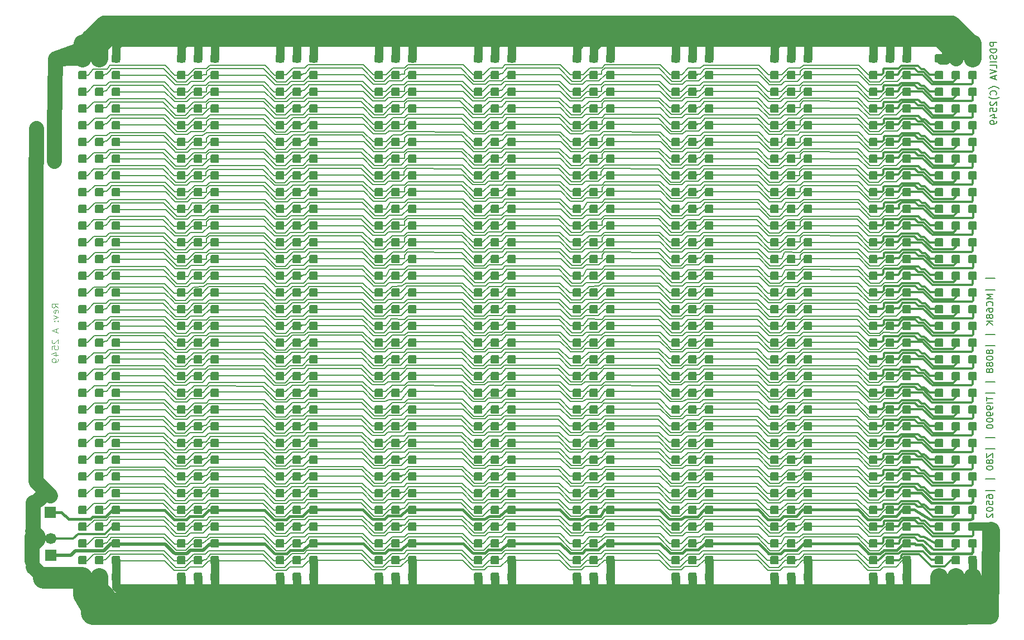
<source format=gbr>
%TF.GenerationSoftware,KiCad,Pcbnew,9.0.6-9.0.6~ubuntu24.04.1*%
%TF.CreationDate,2025-12-04T09:52:21-03:00*%
%TF.ProjectId,backplanev5,6261636b-706c-4616-9e65-76352e6b6963,A*%
%TF.SameCoordinates,Original*%
%TF.FileFunction,Copper,L1,Top*%
%TF.FilePolarity,Positive*%
%FSLAX46Y46*%
G04 Gerber Fmt 4.6, Leading zero omitted, Abs format (unit mm)*
G04 Created by KiCad (PCBNEW 9.0.6-9.0.6~ubuntu24.04.1) date 2025-12-04 09:52:21*
%MOMM*%
%LPD*%
G01*
G04 APERTURE LIST*
G04 Aperture macros list*
%AMRoundRect*
0 Rectangle with rounded corners*
0 $1 Rounding radius*
0 $2 $3 $4 $5 $6 $7 $8 $9 X,Y pos of 4 corners*
0 Add a 4 corners polygon primitive as box body*
4,1,4,$2,$3,$4,$5,$6,$7,$8,$9,$2,$3,0*
0 Add four circle primitives for the rounded corners*
1,1,$1+$1,$2,$3*
1,1,$1+$1,$4,$5*
1,1,$1+$1,$6,$7*
1,1,$1+$1,$8,$9*
0 Add four rect primitives between the rounded corners*
20,1,$1+$1,$2,$3,$4,$5,0*
20,1,$1+$1,$4,$5,$6,$7,0*
20,1,$1+$1,$6,$7,$8,$9,0*
20,1,$1+$1,$8,$9,$2,$3,0*%
G04 Aperture macros list end*
%ADD10C,0.100000*%
%TA.AperFunction,NonConductor*%
%ADD11C,0.100000*%
%TD*%
%ADD12C,0.200000*%
%TA.AperFunction,NonConductor*%
%ADD13C,0.200000*%
%TD*%
%TA.AperFunction,ComponentPad*%
%ADD14R,1.700000X1.700000*%
%TD*%
%TA.AperFunction,ComponentPad*%
%ADD15C,1.700000*%
%TD*%
%TA.AperFunction,ComponentPad*%
%ADD16RoundRect,0.127000X-0.508000X-0.508000X0.508000X-0.508000X0.508000X0.508000X-0.508000X0.508000X0*%
%TD*%
%TA.AperFunction,ComponentPad*%
%ADD17RoundRect,0.127000X0.508000X0.508000X-0.508000X0.508000X-0.508000X-0.508000X0.508000X-0.508000X0*%
%TD*%
%TA.AperFunction,Conductor*%
%ADD18C,2.300000*%
%TD*%
%TA.AperFunction,Conductor*%
%ADD19C,0.200000*%
%TD*%
%TA.AperFunction,Conductor*%
%ADD20C,0.300000*%
%TD*%
%TA.AperFunction,Conductor*%
%ADD21C,1.300000*%
%TD*%
%TA.AperFunction,Conductor*%
%ADD22C,2.900000*%
%TD*%
%TA.AperFunction,Conductor*%
%ADD23C,3.700000*%
%TD*%
%TA.AperFunction,Conductor*%
%ADD24C,2.700000*%
%TD*%
%TA.AperFunction,Conductor*%
%ADD25C,3.300000*%
%TD*%
%TA.AperFunction,Conductor*%
%ADD26C,2.730000*%
%TD*%
%TA.AperFunction,Conductor*%
%ADD27C,0.400000*%
%TD*%
%TA.AperFunction,Conductor*%
%ADD28C,0.500000*%
%TD*%
G04 APERTURE END LIST*
D10*
D11*
X21232419Y-67865312D02*
X20756228Y-67531979D01*
X21232419Y-67293884D02*
X20232419Y-67293884D01*
X20232419Y-67293884D02*
X20232419Y-67674836D01*
X20232419Y-67674836D02*
X20280038Y-67770074D01*
X20280038Y-67770074D02*
X20327657Y-67817693D01*
X20327657Y-67817693D02*
X20422895Y-67865312D01*
X20422895Y-67865312D02*
X20565752Y-67865312D01*
X20565752Y-67865312D02*
X20660990Y-67817693D01*
X20660990Y-67817693D02*
X20708609Y-67770074D01*
X20708609Y-67770074D02*
X20756228Y-67674836D01*
X20756228Y-67674836D02*
X20756228Y-67293884D01*
X21184800Y-68674836D02*
X21232419Y-68579598D01*
X21232419Y-68579598D02*
X21232419Y-68389122D01*
X21232419Y-68389122D02*
X21184800Y-68293884D01*
X21184800Y-68293884D02*
X21089561Y-68246265D01*
X21089561Y-68246265D02*
X20708609Y-68246265D01*
X20708609Y-68246265D02*
X20613371Y-68293884D01*
X20613371Y-68293884D02*
X20565752Y-68389122D01*
X20565752Y-68389122D02*
X20565752Y-68579598D01*
X20565752Y-68579598D02*
X20613371Y-68674836D01*
X20613371Y-68674836D02*
X20708609Y-68722455D01*
X20708609Y-68722455D02*
X20803847Y-68722455D01*
X20803847Y-68722455D02*
X20899085Y-68246265D01*
X20565752Y-69055789D02*
X21232419Y-69293884D01*
X21232419Y-69293884D02*
X20565752Y-69531979D01*
X21137180Y-69912932D02*
X21184800Y-69960551D01*
X21184800Y-69960551D02*
X21232419Y-69912932D01*
X21232419Y-69912932D02*
X21184800Y-69865313D01*
X21184800Y-69865313D02*
X21137180Y-69912932D01*
X21137180Y-69912932D02*
X21232419Y-69912932D01*
X20613371Y-69912932D02*
X20660990Y-69960551D01*
X20660990Y-69960551D02*
X20708609Y-69912932D01*
X20708609Y-69912932D02*
X20660990Y-69865313D01*
X20660990Y-69865313D02*
X20613371Y-69912932D01*
X20613371Y-69912932D02*
X20708609Y-69912932D01*
X20946704Y-71103408D02*
X20946704Y-71579598D01*
X21232419Y-71008170D02*
X20232419Y-71341503D01*
X20232419Y-71341503D02*
X21232419Y-71674836D01*
X20327657Y-72722456D02*
X20280038Y-72770075D01*
X20280038Y-72770075D02*
X20232419Y-72865313D01*
X20232419Y-72865313D02*
X20232419Y-73103408D01*
X20232419Y-73103408D02*
X20280038Y-73198646D01*
X20280038Y-73198646D02*
X20327657Y-73246265D01*
X20327657Y-73246265D02*
X20422895Y-73293884D01*
X20422895Y-73293884D02*
X20518133Y-73293884D01*
X20518133Y-73293884D02*
X20660990Y-73246265D01*
X20660990Y-73246265D02*
X21232419Y-72674837D01*
X21232419Y-72674837D02*
X21232419Y-73293884D01*
X20232419Y-74198646D02*
X20232419Y-73722456D01*
X20232419Y-73722456D02*
X20708609Y-73674837D01*
X20708609Y-73674837D02*
X20660990Y-73722456D01*
X20660990Y-73722456D02*
X20613371Y-73817694D01*
X20613371Y-73817694D02*
X20613371Y-74055789D01*
X20613371Y-74055789D02*
X20660990Y-74151027D01*
X20660990Y-74151027D02*
X20708609Y-74198646D01*
X20708609Y-74198646D02*
X20803847Y-74246265D01*
X20803847Y-74246265D02*
X21041942Y-74246265D01*
X21041942Y-74246265D02*
X21137180Y-74198646D01*
X21137180Y-74198646D02*
X21184800Y-74151027D01*
X21184800Y-74151027D02*
X21232419Y-74055789D01*
X21232419Y-74055789D02*
X21232419Y-73817694D01*
X21232419Y-73817694D02*
X21184800Y-73722456D01*
X21184800Y-73722456D02*
X21137180Y-73674837D01*
X20565752Y-75103408D02*
X21232419Y-75103408D01*
X20184800Y-74865313D02*
X20899085Y-74627218D01*
X20899085Y-74627218D02*
X20899085Y-75246265D01*
X21232419Y-75674837D02*
X21232419Y-75865313D01*
X21232419Y-75865313D02*
X21184800Y-75960551D01*
X21184800Y-75960551D02*
X21137180Y-76008170D01*
X21137180Y-76008170D02*
X20994323Y-76103408D01*
X20994323Y-76103408D02*
X20803847Y-76151027D01*
X20803847Y-76151027D02*
X20422895Y-76151027D01*
X20422895Y-76151027D02*
X20327657Y-76103408D01*
X20327657Y-76103408D02*
X20280038Y-76055789D01*
X20280038Y-76055789D02*
X20232419Y-75960551D01*
X20232419Y-75960551D02*
X20232419Y-75770075D01*
X20232419Y-75770075D02*
X20280038Y-75674837D01*
X20280038Y-75674837D02*
X20327657Y-75627218D01*
X20327657Y-75627218D02*
X20422895Y-75579599D01*
X20422895Y-75579599D02*
X20660990Y-75579599D01*
X20660990Y-75579599D02*
X20756228Y-75627218D01*
X20756228Y-75627218D02*
X20803847Y-75674837D01*
X20803847Y-75674837D02*
X20851466Y-75770075D01*
X20851466Y-75770075D02*
X20851466Y-75960551D01*
X20851466Y-75960551D02*
X20803847Y-76055789D01*
X20803847Y-76055789D02*
X20756228Y-76103408D01*
X20756228Y-76103408D02*
X20660990Y-76151027D01*
D12*
D13*
X163390552Y-63427768D02*
X161961980Y-63427768D01*
X163390552Y-65142054D02*
X161961980Y-65142054D01*
X163057219Y-65856340D02*
X162057219Y-65856340D01*
X162057219Y-65856340D02*
X162771504Y-66189673D01*
X162771504Y-66189673D02*
X162057219Y-66523006D01*
X162057219Y-66523006D02*
X163057219Y-66523006D01*
X162961980Y-67570625D02*
X163009600Y-67523006D01*
X163009600Y-67523006D02*
X163057219Y-67380149D01*
X163057219Y-67380149D02*
X163057219Y-67284911D01*
X163057219Y-67284911D02*
X163009600Y-67142054D01*
X163009600Y-67142054D02*
X162914361Y-67046816D01*
X162914361Y-67046816D02*
X162819123Y-66999197D01*
X162819123Y-66999197D02*
X162628647Y-66951578D01*
X162628647Y-66951578D02*
X162485790Y-66951578D01*
X162485790Y-66951578D02*
X162295314Y-66999197D01*
X162295314Y-66999197D02*
X162200076Y-67046816D01*
X162200076Y-67046816D02*
X162104838Y-67142054D01*
X162104838Y-67142054D02*
X162057219Y-67284911D01*
X162057219Y-67284911D02*
X162057219Y-67380149D01*
X162057219Y-67380149D02*
X162104838Y-67523006D01*
X162104838Y-67523006D02*
X162152457Y-67570625D01*
X162057219Y-68427768D02*
X162057219Y-68237292D01*
X162057219Y-68237292D02*
X162104838Y-68142054D01*
X162104838Y-68142054D02*
X162152457Y-68094435D01*
X162152457Y-68094435D02*
X162295314Y-67999197D01*
X162295314Y-67999197D02*
X162485790Y-67951578D01*
X162485790Y-67951578D02*
X162866742Y-67951578D01*
X162866742Y-67951578D02*
X162961980Y-67999197D01*
X162961980Y-67999197D02*
X163009600Y-68046816D01*
X163009600Y-68046816D02*
X163057219Y-68142054D01*
X163057219Y-68142054D02*
X163057219Y-68332530D01*
X163057219Y-68332530D02*
X163009600Y-68427768D01*
X163009600Y-68427768D02*
X162961980Y-68475387D01*
X162961980Y-68475387D02*
X162866742Y-68523006D01*
X162866742Y-68523006D02*
X162628647Y-68523006D01*
X162628647Y-68523006D02*
X162533409Y-68475387D01*
X162533409Y-68475387D02*
X162485790Y-68427768D01*
X162485790Y-68427768D02*
X162438171Y-68332530D01*
X162438171Y-68332530D02*
X162438171Y-68142054D01*
X162438171Y-68142054D02*
X162485790Y-68046816D01*
X162485790Y-68046816D02*
X162533409Y-67999197D01*
X162533409Y-67999197D02*
X162628647Y-67951578D01*
X162485790Y-69094435D02*
X162438171Y-68999197D01*
X162438171Y-68999197D02*
X162390552Y-68951578D01*
X162390552Y-68951578D02*
X162295314Y-68903959D01*
X162295314Y-68903959D02*
X162247695Y-68903959D01*
X162247695Y-68903959D02*
X162152457Y-68951578D01*
X162152457Y-68951578D02*
X162104838Y-68999197D01*
X162104838Y-68999197D02*
X162057219Y-69094435D01*
X162057219Y-69094435D02*
X162057219Y-69284911D01*
X162057219Y-69284911D02*
X162104838Y-69380149D01*
X162104838Y-69380149D02*
X162152457Y-69427768D01*
X162152457Y-69427768D02*
X162247695Y-69475387D01*
X162247695Y-69475387D02*
X162295314Y-69475387D01*
X162295314Y-69475387D02*
X162390552Y-69427768D01*
X162390552Y-69427768D02*
X162438171Y-69380149D01*
X162438171Y-69380149D02*
X162485790Y-69284911D01*
X162485790Y-69284911D02*
X162485790Y-69094435D01*
X162485790Y-69094435D02*
X162533409Y-68999197D01*
X162533409Y-68999197D02*
X162581028Y-68951578D01*
X162581028Y-68951578D02*
X162676266Y-68903959D01*
X162676266Y-68903959D02*
X162866742Y-68903959D01*
X162866742Y-68903959D02*
X162961980Y-68951578D01*
X162961980Y-68951578D02*
X163009600Y-68999197D01*
X163009600Y-68999197D02*
X163057219Y-69094435D01*
X163057219Y-69094435D02*
X163057219Y-69284911D01*
X163057219Y-69284911D02*
X163009600Y-69380149D01*
X163009600Y-69380149D02*
X162961980Y-69427768D01*
X162961980Y-69427768D02*
X162866742Y-69475387D01*
X162866742Y-69475387D02*
X162676266Y-69475387D01*
X162676266Y-69475387D02*
X162581028Y-69427768D01*
X162581028Y-69427768D02*
X162533409Y-69380149D01*
X162533409Y-69380149D02*
X162485790Y-69284911D01*
X163057219Y-69903959D02*
X162057219Y-69903959D01*
X163057219Y-70475387D02*
X162485790Y-70046816D01*
X162057219Y-70475387D02*
X162628647Y-69903959D01*
X163390552Y-71903959D02*
X161961980Y-71903959D01*
X163390552Y-73618245D02*
X161961980Y-73618245D01*
X162485790Y-74475388D02*
X162438171Y-74380150D01*
X162438171Y-74380150D02*
X162390552Y-74332531D01*
X162390552Y-74332531D02*
X162295314Y-74284912D01*
X162295314Y-74284912D02*
X162247695Y-74284912D01*
X162247695Y-74284912D02*
X162152457Y-74332531D01*
X162152457Y-74332531D02*
X162104838Y-74380150D01*
X162104838Y-74380150D02*
X162057219Y-74475388D01*
X162057219Y-74475388D02*
X162057219Y-74665864D01*
X162057219Y-74665864D02*
X162104838Y-74761102D01*
X162104838Y-74761102D02*
X162152457Y-74808721D01*
X162152457Y-74808721D02*
X162247695Y-74856340D01*
X162247695Y-74856340D02*
X162295314Y-74856340D01*
X162295314Y-74856340D02*
X162390552Y-74808721D01*
X162390552Y-74808721D02*
X162438171Y-74761102D01*
X162438171Y-74761102D02*
X162485790Y-74665864D01*
X162485790Y-74665864D02*
X162485790Y-74475388D01*
X162485790Y-74475388D02*
X162533409Y-74380150D01*
X162533409Y-74380150D02*
X162581028Y-74332531D01*
X162581028Y-74332531D02*
X162676266Y-74284912D01*
X162676266Y-74284912D02*
X162866742Y-74284912D01*
X162866742Y-74284912D02*
X162961980Y-74332531D01*
X162961980Y-74332531D02*
X163009600Y-74380150D01*
X163009600Y-74380150D02*
X163057219Y-74475388D01*
X163057219Y-74475388D02*
X163057219Y-74665864D01*
X163057219Y-74665864D02*
X163009600Y-74761102D01*
X163009600Y-74761102D02*
X162961980Y-74808721D01*
X162961980Y-74808721D02*
X162866742Y-74856340D01*
X162866742Y-74856340D02*
X162676266Y-74856340D01*
X162676266Y-74856340D02*
X162581028Y-74808721D01*
X162581028Y-74808721D02*
X162533409Y-74761102D01*
X162533409Y-74761102D02*
X162485790Y-74665864D01*
X162057219Y-75475388D02*
X162057219Y-75570626D01*
X162057219Y-75570626D02*
X162104838Y-75665864D01*
X162104838Y-75665864D02*
X162152457Y-75713483D01*
X162152457Y-75713483D02*
X162247695Y-75761102D01*
X162247695Y-75761102D02*
X162438171Y-75808721D01*
X162438171Y-75808721D02*
X162676266Y-75808721D01*
X162676266Y-75808721D02*
X162866742Y-75761102D01*
X162866742Y-75761102D02*
X162961980Y-75713483D01*
X162961980Y-75713483D02*
X163009600Y-75665864D01*
X163009600Y-75665864D02*
X163057219Y-75570626D01*
X163057219Y-75570626D02*
X163057219Y-75475388D01*
X163057219Y-75475388D02*
X163009600Y-75380150D01*
X163009600Y-75380150D02*
X162961980Y-75332531D01*
X162961980Y-75332531D02*
X162866742Y-75284912D01*
X162866742Y-75284912D02*
X162676266Y-75237293D01*
X162676266Y-75237293D02*
X162438171Y-75237293D01*
X162438171Y-75237293D02*
X162247695Y-75284912D01*
X162247695Y-75284912D02*
X162152457Y-75332531D01*
X162152457Y-75332531D02*
X162104838Y-75380150D01*
X162104838Y-75380150D02*
X162057219Y-75475388D01*
X162485790Y-76380150D02*
X162438171Y-76284912D01*
X162438171Y-76284912D02*
X162390552Y-76237293D01*
X162390552Y-76237293D02*
X162295314Y-76189674D01*
X162295314Y-76189674D02*
X162247695Y-76189674D01*
X162247695Y-76189674D02*
X162152457Y-76237293D01*
X162152457Y-76237293D02*
X162104838Y-76284912D01*
X162104838Y-76284912D02*
X162057219Y-76380150D01*
X162057219Y-76380150D02*
X162057219Y-76570626D01*
X162057219Y-76570626D02*
X162104838Y-76665864D01*
X162104838Y-76665864D02*
X162152457Y-76713483D01*
X162152457Y-76713483D02*
X162247695Y-76761102D01*
X162247695Y-76761102D02*
X162295314Y-76761102D01*
X162295314Y-76761102D02*
X162390552Y-76713483D01*
X162390552Y-76713483D02*
X162438171Y-76665864D01*
X162438171Y-76665864D02*
X162485790Y-76570626D01*
X162485790Y-76570626D02*
X162485790Y-76380150D01*
X162485790Y-76380150D02*
X162533409Y-76284912D01*
X162533409Y-76284912D02*
X162581028Y-76237293D01*
X162581028Y-76237293D02*
X162676266Y-76189674D01*
X162676266Y-76189674D02*
X162866742Y-76189674D01*
X162866742Y-76189674D02*
X162961980Y-76237293D01*
X162961980Y-76237293D02*
X163009600Y-76284912D01*
X163009600Y-76284912D02*
X163057219Y-76380150D01*
X163057219Y-76380150D02*
X163057219Y-76570626D01*
X163057219Y-76570626D02*
X163009600Y-76665864D01*
X163009600Y-76665864D02*
X162961980Y-76713483D01*
X162961980Y-76713483D02*
X162866742Y-76761102D01*
X162866742Y-76761102D02*
X162676266Y-76761102D01*
X162676266Y-76761102D02*
X162581028Y-76713483D01*
X162581028Y-76713483D02*
X162533409Y-76665864D01*
X162533409Y-76665864D02*
X162485790Y-76570626D01*
X162485790Y-77332531D02*
X162438171Y-77237293D01*
X162438171Y-77237293D02*
X162390552Y-77189674D01*
X162390552Y-77189674D02*
X162295314Y-77142055D01*
X162295314Y-77142055D02*
X162247695Y-77142055D01*
X162247695Y-77142055D02*
X162152457Y-77189674D01*
X162152457Y-77189674D02*
X162104838Y-77237293D01*
X162104838Y-77237293D02*
X162057219Y-77332531D01*
X162057219Y-77332531D02*
X162057219Y-77523007D01*
X162057219Y-77523007D02*
X162104838Y-77618245D01*
X162104838Y-77618245D02*
X162152457Y-77665864D01*
X162152457Y-77665864D02*
X162247695Y-77713483D01*
X162247695Y-77713483D02*
X162295314Y-77713483D01*
X162295314Y-77713483D02*
X162390552Y-77665864D01*
X162390552Y-77665864D02*
X162438171Y-77618245D01*
X162438171Y-77618245D02*
X162485790Y-77523007D01*
X162485790Y-77523007D02*
X162485790Y-77332531D01*
X162485790Y-77332531D02*
X162533409Y-77237293D01*
X162533409Y-77237293D02*
X162581028Y-77189674D01*
X162581028Y-77189674D02*
X162676266Y-77142055D01*
X162676266Y-77142055D02*
X162866742Y-77142055D01*
X162866742Y-77142055D02*
X162961980Y-77189674D01*
X162961980Y-77189674D02*
X163009600Y-77237293D01*
X163009600Y-77237293D02*
X163057219Y-77332531D01*
X163057219Y-77332531D02*
X163057219Y-77523007D01*
X163057219Y-77523007D02*
X163009600Y-77618245D01*
X163009600Y-77618245D02*
X162961980Y-77665864D01*
X162961980Y-77665864D02*
X162866742Y-77713483D01*
X162866742Y-77713483D02*
X162676266Y-77713483D01*
X162676266Y-77713483D02*
X162581028Y-77665864D01*
X162581028Y-77665864D02*
X162533409Y-77618245D01*
X162533409Y-77618245D02*
X162485790Y-77523007D01*
X163390552Y-79142055D02*
X161961980Y-79142055D01*
X163390552Y-80856341D02*
X161961980Y-80856341D01*
X162057219Y-81427770D02*
X162057219Y-81999198D01*
X163057219Y-81713484D02*
X162057219Y-81713484D01*
X163057219Y-82332532D02*
X162057219Y-82332532D01*
X163057219Y-82856341D02*
X163057219Y-83046817D01*
X163057219Y-83046817D02*
X163009600Y-83142055D01*
X163009600Y-83142055D02*
X162961980Y-83189674D01*
X162961980Y-83189674D02*
X162819123Y-83284912D01*
X162819123Y-83284912D02*
X162628647Y-83332531D01*
X162628647Y-83332531D02*
X162247695Y-83332531D01*
X162247695Y-83332531D02*
X162152457Y-83284912D01*
X162152457Y-83284912D02*
X162104838Y-83237293D01*
X162104838Y-83237293D02*
X162057219Y-83142055D01*
X162057219Y-83142055D02*
X162057219Y-82951579D01*
X162057219Y-82951579D02*
X162104838Y-82856341D01*
X162104838Y-82856341D02*
X162152457Y-82808722D01*
X162152457Y-82808722D02*
X162247695Y-82761103D01*
X162247695Y-82761103D02*
X162485790Y-82761103D01*
X162485790Y-82761103D02*
X162581028Y-82808722D01*
X162581028Y-82808722D02*
X162628647Y-82856341D01*
X162628647Y-82856341D02*
X162676266Y-82951579D01*
X162676266Y-82951579D02*
X162676266Y-83142055D01*
X162676266Y-83142055D02*
X162628647Y-83237293D01*
X162628647Y-83237293D02*
X162581028Y-83284912D01*
X162581028Y-83284912D02*
X162485790Y-83332531D01*
X163057219Y-83808722D02*
X163057219Y-83999198D01*
X163057219Y-83999198D02*
X163009600Y-84094436D01*
X163009600Y-84094436D02*
X162961980Y-84142055D01*
X162961980Y-84142055D02*
X162819123Y-84237293D01*
X162819123Y-84237293D02*
X162628647Y-84284912D01*
X162628647Y-84284912D02*
X162247695Y-84284912D01*
X162247695Y-84284912D02*
X162152457Y-84237293D01*
X162152457Y-84237293D02*
X162104838Y-84189674D01*
X162104838Y-84189674D02*
X162057219Y-84094436D01*
X162057219Y-84094436D02*
X162057219Y-83903960D01*
X162057219Y-83903960D02*
X162104838Y-83808722D01*
X162104838Y-83808722D02*
X162152457Y-83761103D01*
X162152457Y-83761103D02*
X162247695Y-83713484D01*
X162247695Y-83713484D02*
X162485790Y-83713484D01*
X162485790Y-83713484D02*
X162581028Y-83761103D01*
X162581028Y-83761103D02*
X162628647Y-83808722D01*
X162628647Y-83808722D02*
X162676266Y-83903960D01*
X162676266Y-83903960D02*
X162676266Y-84094436D01*
X162676266Y-84094436D02*
X162628647Y-84189674D01*
X162628647Y-84189674D02*
X162581028Y-84237293D01*
X162581028Y-84237293D02*
X162485790Y-84284912D01*
X162057219Y-84903960D02*
X162057219Y-84999198D01*
X162057219Y-84999198D02*
X162104838Y-85094436D01*
X162104838Y-85094436D02*
X162152457Y-85142055D01*
X162152457Y-85142055D02*
X162247695Y-85189674D01*
X162247695Y-85189674D02*
X162438171Y-85237293D01*
X162438171Y-85237293D02*
X162676266Y-85237293D01*
X162676266Y-85237293D02*
X162866742Y-85189674D01*
X162866742Y-85189674D02*
X162961980Y-85142055D01*
X162961980Y-85142055D02*
X163009600Y-85094436D01*
X163009600Y-85094436D02*
X163057219Y-84999198D01*
X163057219Y-84999198D02*
X163057219Y-84903960D01*
X163057219Y-84903960D02*
X163009600Y-84808722D01*
X163009600Y-84808722D02*
X162961980Y-84761103D01*
X162961980Y-84761103D02*
X162866742Y-84713484D01*
X162866742Y-84713484D02*
X162676266Y-84665865D01*
X162676266Y-84665865D02*
X162438171Y-84665865D01*
X162438171Y-84665865D02*
X162247695Y-84713484D01*
X162247695Y-84713484D02*
X162152457Y-84761103D01*
X162152457Y-84761103D02*
X162104838Y-84808722D01*
X162104838Y-84808722D02*
X162057219Y-84903960D01*
X162057219Y-85856341D02*
X162057219Y-85951579D01*
X162057219Y-85951579D02*
X162104838Y-86046817D01*
X162104838Y-86046817D02*
X162152457Y-86094436D01*
X162152457Y-86094436D02*
X162247695Y-86142055D01*
X162247695Y-86142055D02*
X162438171Y-86189674D01*
X162438171Y-86189674D02*
X162676266Y-86189674D01*
X162676266Y-86189674D02*
X162866742Y-86142055D01*
X162866742Y-86142055D02*
X162961980Y-86094436D01*
X162961980Y-86094436D02*
X163009600Y-86046817D01*
X163009600Y-86046817D02*
X163057219Y-85951579D01*
X163057219Y-85951579D02*
X163057219Y-85856341D01*
X163057219Y-85856341D02*
X163009600Y-85761103D01*
X163009600Y-85761103D02*
X162961980Y-85713484D01*
X162961980Y-85713484D02*
X162866742Y-85665865D01*
X162866742Y-85665865D02*
X162676266Y-85618246D01*
X162676266Y-85618246D02*
X162438171Y-85618246D01*
X162438171Y-85618246D02*
X162247695Y-85665865D01*
X162247695Y-85665865D02*
X162152457Y-85713484D01*
X162152457Y-85713484D02*
X162104838Y-85761103D01*
X162104838Y-85761103D02*
X162057219Y-85856341D01*
X163390552Y-87618246D02*
X161961980Y-87618246D01*
X163390552Y-89332532D02*
X161961980Y-89332532D01*
X162057219Y-89951580D02*
X162057219Y-90618246D01*
X162057219Y-90618246D02*
X163057219Y-89951580D01*
X163057219Y-89951580D02*
X163057219Y-90618246D01*
X162485790Y-91142056D02*
X162438171Y-91046818D01*
X162438171Y-91046818D02*
X162390552Y-90999199D01*
X162390552Y-90999199D02*
X162295314Y-90951580D01*
X162295314Y-90951580D02*
X162247695Y-90951580D01*
X162247695Y-90951580D02*
X162152457Y-90999199D01*
X162152457Y-90999199D02*
X162104838Y-91046818D01*
X162104838Y-91046818D02*
X162057219Y-91142056D01*
X162057219Y-91142056D02*
X162057219Y-91332532D01*
X162057219Y-91332532D02*
X162104838Y-91427770D01*
X162104838Y-91427770D02*
X162152457Y-91475389D01*
X162152457Y-91475389D02*
X162247695Y-91523008D01*
X162247695Y-91523008D02*
X162295314Y-91523008D01*
X162295314Y-91523008D02*
X162390552Y-91475389D01*
X162390552Y-91475389D02*
X162438171Y-91427770D01*
X162438171Y-91427770D02*
X162485790Y-91332532D01*
X162485790Y-91332532D02*
X162485790Y-91142056D01*
X162485790Y-91142056D02*
X162533409Y-91046818D01*
X162533409Y-91046818D02*
X162581028Y-90999199D01*
X162581028Y-90999199D02*
X162676266Y-90951580D01*
X162676266Y-90951580D02*
X162866742Y-90951580D01*
X162866742Y-90951580D02*
X162961980Y-90999199D01*
X162961980Y-90999199D02*
X163009600Y-91046818D01*
X163009600Y-91046818D02*
X163057219Y-91142056D01*
X163057219Y-91142056D02*
X163057219Y-91332532D01*
X163057219Y-91332532D02*
X163009600Y-91427770D01*
X163009600Y-91427770D02*
X162961980Y-91475389D01*
X162961980Y-91475389D02*
X162866742Y-91523008D01*
X162866742Y-91523008D02*
X162676266Y-91523008D01*
X162676266Y-91523008D02*
X162581028Y-91475389D01*
X162581028Y-91475389D02*
X162533409Y-91427770D01*
X162533409Y-91427770D02*
X162485790Y-91332532D01*
X162057219Y-92142056D02*
X162057219Y-92237294D01*
X162057219Y-92237294D02*
X162104838Y-92332532D01*
X162104838Y-92332532D02*
X162152457Y-92380151D01*
X162152457Y-92380151D02*
X162247695Y-92427770D01*
X162247695Y-92427770D02*
X162438171Y-92475389D01*
X162438171Y-92475389D02*
X162676266Y-92475389D01*
X162676266Y-92475389D02*
X162866742Y-92427770D01*
X162866742Y-92427770D02*
X162961980Y-92380151D01*
X162961980Y-92380151D02*
X163009600Y-92332532D01*
X163009600Y-92332532D02*
X163057219Y-92237294D01*
X163057219Y-92237294D02*
X163057219Y-92142056D01*
X163057219Y-92142056D02*
X163009600Y-92046818D01*
X163009600Y-92046818D02*
X162961980Y-91999199D01*
X162961980Y-91999199D02*
X162866742Y-91951580D01*
X162866742Y-91951580D02*
X162676266Y-91903961D01*
X162676266Y-91903961D02*
X162438171Y-91903961D01*
X162438171Y-91903961D02*
X162247695Y-91951580D01*
X162247695Y-91951580D02*
X162152457Y-91999199D01*
X162152457Y-91999199D02*
X162104838Y-92046818D01*
X162104838Y-92046818D02*
X162057219Y-92142056D01*
X163390552Y-93903961D02*
X161961980Y-93903961D01*
X163390552Y-95618247D02*
X161961980Y-95618247D01*
X162057219Y-96761104D02*
X162057219Y-96570628D01*
X162057219Y-96570628D02*
X162104838Y-96475390D01*
X162104838Y-96475390D02*
X162152457Y-96427771D01*
X162152457Y-96427771D02*
X162295314Y-96332533D01*
X162295314Y-96332533D02*
X162485790Y-96284914D01*
X162485790Y-96284914D02*
X162866742Y-96284914D01*
X162866742Y-96284914D02*
X162961980Y-96332533D01*
X162961980Y-96332533D02*
X163009600Y-96380152D01*
X163009600Y-96380152D02*
X163057219Y-96475390D01*
X163057219Y-96475390D02*
X163057219Y-96665866D01*
X163057219Y-96665866D02*
X163009600Y-96761104D01*
X163009600Y-96761104D02*
X162961980Y-96808723D01*
X162961980Y-96808723D02*
X162866742Y-96856342D01*
X162866742Y-96856342D02*
X162628647Y-96856342D01*
X162628647Y-96856342D02*
X162533409Y-96808723D01*
X162533409Y-96808723D02*
X162485790Y-96761104D01*
X162485790Y-96761104D02*
X162438171Y-96665866D01*
X162438171Y-96665866D02*
X162438171Y-96475390D01*
X162438171Y-96475390D02*
X162485790Y-96380152D01*
X162485790Y-96380152D02*
X162533409Y-96332533D01*
X162533409Y-96332533D02*
X162628647Y-96284914D01*
X162057219Y-97761104D02*
X162057219Y-97284914D01*
X162057219Y-97284914D02*
X162533409Y-97237295D01*
X162533409Y-97237295D02*
X162485790Y-97284914D01*
X162485790Y-97284914D02*
X162438171Y-97380152D01*
X162438171Y-97380152D02*
X162438171Y-97618247D01*
X162438171Y-97618247D02*
X162485790Y-97713485D01*
X162485790Y-97713485D02*
X162533409Y-97761104D01*
X162533409Y-97761104D02*
X162628647Y-97808723D01*
X162628647Y-97808723D02*
X162866742Y-97808723D01*
X162866742Y-97808723D02*
X162961980Y-97761104D01*
X162961980Y-97761104D02*
X163009600Y-97713485D01*
X163009600Y-97713485D02*
X163057219Y-97618247D01*
X163057219Y-97618247D02*
X163057219Y-97380152D01*
X163057219Y-97380152D02*
X163009600Y-97284914D01*
X163009600Y-97284914D02*
X162961980Y-97237295D01*
X162057219Y-98427771D02*
X162057219Y-98523009D01*
X162057219Y-98523009D02*
X162104838Y-98618247D01*
X162104838Y-98618247D02*
X162152457Y-98665866D01*
X162152457Y-98665866D02*
X162247695Y-98713485D01*
X162247695Y-98713485D02*
X162438171Y-98761104D01*
X162438171Y-98761104D02*
X162676266Y-98761104D01*
X162676266Y-98761104D02*
X162866742Y-98713485D01*
X162866742Y-98713485D02*
X162961980Y-98665866D01*
X162961980Y-98665866D02*
X163009600Y-98618247D01*
X163009600Y-98618247D02*
X163057219Y-98523009D01*
X163057219Y-98523009D02*
X163057219Y-98427771D01*
X163057219Y-98427771D02*
X163009600Y-98332533D01*
X163009600Y-98332533D02*
X162961980Y-98284914D01*
X162961980Y-98284914D02*
X162866742Y-98237295D01*
X162866742Y-98237295D02*
X162676266Y-98189676D01*
X162676266Y-98189676D02*
X162438171Y-98189676D01*
X162438171Y-98189676D02*
X162247695Y-98237295D01*
X162247695Y-98237295D02*
X162152457Y-98284914D01*
X162152457Y-98284914D02*
X162104838Y-98332533D01*
X162104838Y-98332533D02*
X162057219Y-98427771D01*
X162152457Y-99142057D02*
X162104838Y-99189676D01*
X162104838Y-99189676D02*
X162057219Y-99284914D01*
X162057219Y-99284914D02*
X162057219Y-99523009D01*
X162057219Y-99523009D02*
X162104838Y-99618247D01*
X162104838Y-99618247D02*
X162152457Y-99665866D01*
X162152457Y-99665866D02*
X162247695Y-99713485D01*
X162247695Y-99713485D02*
X162342933Y-99713485D01*
X162342933Y-99713485D02*
X162485790Y-99665866D01*
X162485790Y-99665866D02*
X163057219Y-99094438D01*
X163057219Y-99094438D02*
X163057219Y-99713485D01*
D12*
D13*
X163607219Y-27589673D02*
X162607219Y-27589673D01*
X162607219Y-27589673D02*
X162607219Y-27970625D01*
X162607219Y-27970625D02*
X162654838Y-28065863D01*
X162654838Y-28065863D02*
X162702457Y-28113482D01*
X162702457Y-28113482D02*
X162797695Y-28161101D01*
X162797695Y-28161101D02*
X162940552Y-28161101D01*
X162940552Y-28161101D02*
X163035790Y-28113482D01*
X163035790Y-28113482D02*
X163083409Y-28065863D01*
X163083409Y-28065863D02*
X163131028Y-27970625D01*
X163131028Y-27970625D02*
X163131028Y-27589673D01*
X163607219Y-28589673D02*
X162607219Y-28589673D01*
X162607219Y-28589673D02*
X162607219Y-28827768D01*
X162607219Y-28827768D02*
X162654838Y-28970625D01*
X162654838Y-28970625D02*
X162750076Y-29065863D01*
X162750076Y-29065863D02*
X162845314Y-29113482D01*
X162845314Y-29113482D02*
X163035790Y-29161101D01*
X163035790Y-29161101D02*
X163178647Y-29161101D01*
X163178647Y-29161101D02*
X163369123Y-29113482D01*
X163369123Y-29113482D02*
X163464361Y-29065863D01*
X163464361Y-29065863D02*
X163559600Y-28970625D01*
X163559600Y-28970625D02*
X163607219Y-28827768D01*
X163607219Y-28827768D02*
X163607219Y-28589673D01*
X163559600Y-29542054D02*
X163607219Y-29684911D01*
X163607219Y-29684911D02*
X163607219Y-29923006D01*
X163607219Y-29923006D02*
X163559600Y-30018244D01*
X163559600Y-30018244D02*
X163511980Y-30065863D01*
X163511980Y-30065863D02*
X163416742Y-30113482D01*
X163416742Y-30113482D02*
X163321504Y-30113482D01*
X163321504Y-30113482D02*
X163226266Y-30065863D01*
X163226266Y-30065863D02*
X163178647Y-30018244D01*
X163178647Y-30018244D02*
X163131028Y-29923006D01*
X163131028Y-29923006D02*
X163083409Y-29732530D01*
X163083409Y-29732530D02*
X163035790Y-29637292D01*
X163035790Y-29637292D02*
X162988171Y-29589673D01*
X162988171Y-29589673D02*
X162892933Y-29542054D01*
X162892933Y-29542054D02*
X162797695Y-29542054D01*
X162797695Y-29542054D02*
X162702457Y-29589673D01*
X162702457Y-29589673D02*
X162654838Y-29637292D01*
X162654838Y-29637292D02*
X162607219Y-29732530D01*
X162607219Y-29732530D02*
X162607219Y-29970625D01*
X162607219Y-29970625D02*
X162654838Y-30113482D01*
X163607219Y-30542054D02*
X162607219Y-30542054D01*
X163607219Y-31494434D02*
X163607219Y-31018244D01*
X163607219Y-31018244D02*
X162607219Y-31018244D01*
X162607219Y-31684911D02*
X163607219Y-32018244D01*
X163607219Y-32018244D02*
X162607219Y-32351577D01*
X163321504Y-32637292D02*
X163321504Y-33113482D01*
X163607219Y-32542054D02*
X162607219Y-32875387D01*
X162607219Y-32875387D02*
X163607219Y-33208720D01*
X163988171Y-34589673D02*
X163940552Y-34542054D01*
X163940552Y-34542054D02*
X163797695Y-34446816D01*
X163797695Y-34446816D02*
X163702457Y-34399197D01*
X163702457Y-34399197D02*
X163559600Y-34351578D01*
X163559600Y-34351578D02*
X163321504Y-34303959D01*
X163321504Y-34303959D02*
X163131028Y-34303959D01*
X163131028Y-34303959D02*
X162892933Y-34351578D01*
X162892933Y-34351578D02*
X162750076Y-34399197D01*
X162750076Y-34399197D02*
X162654838Y-34446816D01*
X162654838Y-34446816D02*
X162511980Y-34542054D01*
X162511980Y-34542054D02*
X162464361Y-34589673D01*
X163511980Y-35542054D02*
X163559600Y-35494435D01*
X163559600Y-35494435D02*
X163607219Y-35351578D01*
X163607219Y-35351578D02*
X163607219Y-35256340D01*
X163607219Y-35256340D02*
X163559600Y-35113483D01*
X163559600Y-35113483D02*
X163464361Y-35018245D01*
X163464361Y-35018245D02*
X163369123Y-34970626D01*
X163369123Y-34970626D02*
X163178647Y-34923007D01*
X163178647Y-34923007D02*
X163035790Y-34923007D01*
X163035790Y-34923007D02*
X162845314Y-34970626D01*
X162845314Y-34970626D02*
X162750076Y-35018245D01*
X162750076Y-35018245D02*
X162654838Y-35113483D01*
X162654838Y-35113483D02*
X162607219Y-35256340D01*
X162607219Y-35256340D02*
X162607219Y-35351578D01*
X162607219Y-35351578D02*
X162654838Y-35494435D01*
X162654838Y-35494435D02*
X162702457Y-35542054D01*
X163988171Y-35875388D02*
X163940552Y-35923007D01*
X163940552Y-35923007D02*
X163797695Y-36018245D01*
X163797695Y-36018245D02*
X163702457Y-36065864D01*
X163702457Y-36065864D02*
X163559600Y-36113483D01*
X163559600Y-36113483D02*
X163321504Y-36161102D01*
X163321504Y-36161102D02*
X163131028Y-36161102D01*
X163131028Y-36161102D02*
X162892933Y-36113483D01*
X162892933Y-36113483D02*
X162750076Y-36065864D01*
X162750076Y-36065864D02*
X162654838Y-36018245D01*
X162654838Y-36018245D02*
X162511980Y-35923007D01*
X162511980Y-35923007D02*
X162464361Y-35875388D01*
X162702457Y-36589674D02*
X162654838Y-36637293D01*
X162654838Y-36637293D02*
X162607219Y-36732531D01*
X162607219Y-36732531D02*
X162607219Y-36970626D01*
X162607219Y-36970626D02*
X162654838Y-37065864D01*
X162654838Y-37065864D02*
X162702457Y-37113483D01*
X162702457Y-37113483D02*
X162797695Y-37161102D01*
X162797695Y-37161102D02*
X162892933Y-37161102D01*
X162892933Y-37161102D02*
X163035790Y-37113483D01*
X163035790Y-37113483D02*
X163607219Y-36542055D01*
X163607219Y-36542055D02*
X163607219Y-37161102D01*
X162607219Y-38065864D02*
X162607219Y-37589674D01*
X162607219Y-37589674D02*
X163083409Y-37542055D01*
X163083409Y-37542055D02*
X163035790Y-37589674D01*
X163035790Y-37589674D02*
X162988171Y-37684912D01*
X162988171Y-37684912D02*
X162988171Y-37923007D01*
X162988171Y-37923007D02*
X163035790Y-38018245D01*
X163035790Y-38018245D02*
X163083409Y-38065864D01*
X163083409Y-38065864D02*
X163178647Y-38113483D01*
X163178647Y-38113483D02*
X163416742Y-38113483D01*
X163416742Y-38113483D02*
X163511980Y-38065864D01*
X163511980Y-38065864D02*
X163559600Y-38018245D01*
X163559600Y-38018245D02*
X163607219Y-37923007D01*
X163607219Y-37923007D02*
X163607219Y-37684912D01*
X163607219Y-37684912D02*
X163559600Y-37589674D01*
X163559600Y-37589674D02*
X163511980Y-37542055D01*
X162940552Y-38970626D02*
X163607219Y-38970626D01*
X162559600Y-38732531D02*
X163273885Y-38494436D01*
X163273885Y-38494436D02*
X163273885Y-39113483D01*
X163607219Y-39542055D02*
X163607219Y-39732531D01*
X163607219Y-39732531D02*
X163559600Y-39827769D01*
X163559600Y-39827769D02*
X163511980Y-39875388D01*
X163511980Y-39875388D02*
X163369123Y-39970626D01*
X163369123Y-39970626D02*
X163178647Y-40018245D01*
X163178647Y-40018245D02*
X162797695Y-40018245D01*
X162797695Y-40018245D02*
X162702457Y-39970626D01*
X162702457Y-39970626D02*
X162654838Y-39923007D01*
X162654838Y-39923007D02*
X162607219Y-39827769D01*
X162607219Y-39827769D02*
X162607219Y-39637293D01*
X162607219Y-39637293D02*
X162654838Y-39542055D01*
X162654838Y-39542055D02*
X162702457Y-39494436D01*
X162702457Y-39494436D02*
X162797695Y-39446817D01*
X162797695Y-39446817D02*
X163035790Y-39446817D01*
X163035790Y-39446817D02*
X163131028Y-39494436D01*
X163131028Y-39494436D02*
X163178647Y-39542055D01*
X163178647Y-39542055D02*
X163226266Y-39637293D01*
X163226266Y-39637293D02*
X163226266Y-39827769D01*
X163226266Y-39827769D02*
X163178647Y-39923007D01*
X163178647Y-39923007D02*
X163131028Y-39970626D01*
X163131028Y-39970626D02*
X163035790Y-40018245D01*
D14*
%TO.P,J11,1,Pin_1*%
%TO.N,/backplane/+5V*%
X20455000Y-41100000D03*
D15*
%TO.P,J11,2,Pin_2*%
%TO.N,GND*%
X17915000Y-41100000D03*
%TD*%
D16*
%TO.P,J10,1*%
%TO.N,/backplane/+5V*%
X154920000Y-30000000D03*
%TO.P,J10,2*%
%TO.N,/backplane/D0*%
X154920000Y-32540000D03*
%TO.P,J10,3*%
%TO.N,/backplane/D1*%
X154920000Y-35080000D03*
%TO.P,J10,4*%
%TO.N,/backplane/D2*%
X154920000Y-37620000D03*
%TO.P,J10,5*%
%TO.N,/backplane/D3*%
X154920000Y-40160000D03*
%TO.P,J10,6*%
%TO.N,/backplane/D4*%
X154920000Y-42700000D03*
%TO.P,J10,7*%
%TO.N,/backplane/D5*%
X154920000Y-45240000D03*
%TO.P,J10,8*%
%TO.N,/backplane/D6*%
X154920000Y-47780000D03*
%TO.P,J10,9*%
%TO.N,/backplane/D7*%
X154920000Y-50320000D03*
%TO.P,J10,10*%
%TO.N,/backplane/D8*%
X154920000Y-52860000D03*
%TO.P,J10,11*%
%TO.N,/backplane/D9*%
X154920000Y-55400000D03*
%TO.P,J10,12*%
%TO.N,/backplane/D10*%
X154920000Y-57940000D03*
%TO.P,J10,13*%
%TO.N,/backplane/D11*%
X154920000Y-60480000D03*
%TO.P,J10,14*%
%TO.N,/backplane/D12*%
X154920000Y-63020000D03*
%TO.P,J10,15*%
%TO.N,/backplane/D13*%
X154920000Y-65560000D03*
%TO.P,J10,16*%
%TO.N,/backplane/D14*%
X154920000Y-68100000D03*
%TO.P,J10,17*%
%TO.N,/backplane/D15*%
X154920000Y-70640000D03*
%TO.P,J10,18*%
%TO.N,/backplane/A0*%
X154920000Y-73180000D03*
%TO.P,J10,19*%
%TO.N,/backplane/A1*%
X154920000Y-75720000D03*
%TO.P,J10,20*%
%TO.N,/backplane/A2*%
X154920000Y-78260000D03*
%TO.P,J10,21*%
%TO.N,/backplane/A3*%
X154920000Y-80800000D03*
%TO.P,J10,22*%
%TO.N,/backplane/A4*%
X154920000Y-83340000D03*
%TO.P,J10,23*%
%TO.N,/backplane/A5*%
X154920000Y-85880000D03*
%TO.P,J10,24*%
%TO.N,/backplane/A6*%
X154920000Y-88420000D03*
%TO.P,J10,25*%
%TO.N,/backplane/A7*%
X154920000Y-90960000D03*
%TO.P,J10,26*%
%TO.N,/backplane/A8*%
X154920000Y-93500000D03*
%TO.P,J10,27*%
%TO.N,/backplane/A9*%
X154920000Y-96040000D03*
%TO.P,J10,28*%
%TO.N,/backplane/A10*%
X154920000Y-98580000D03*
%TO.P,J10,29*%
%TO.N,/backplane/A11*%
X154920000Y-101120000D03*
%TO.P,J10,30*%
%TO.N,/backplane/A12*%
X154920000Y-103660000D03*
%TO.P,J10,31*%
%TO.N,/backplane/A13*%
X154920000Y-106200000D03*
%TO.P,J10,32*%
%TO.N,GND*%
X154920000Y-108740000D03*
D17*
%TO.P,J10,33*%
%TO.N,/backplane/+5V*%
X157460000Y-30000000D03*
%TO.P,J10,34*%
%TO.N,/backplane/E*%
X157460000Y-32540000D03*
%TO.P,J10,35*%
%TO.N,/backplane/CRUCLK*%
X157460000Y-35080000D03*
%TO.P,J10,36*%
%TO.N,/backplane/CRUIN*%
X157460000Y-37620000D03*
%TO.P,J10,37*%
%TO.N,/backplane/CRUOUT*%
X157460000Y-40160000D03*
%TO.P,J10,38*%
%TO.N,/backplane/DBIN*%
X157460000Y-42700000D03*
%TO.P,J10,39*%
%TO.N,/backplane/IAQ*%
X157460000Y-45240000D03*
%TO.P,J10,40*%
%TO.N,/backplane/{slash}INTR*%
X157460000Y-47780000D03*
%TO.P,J10,41*%
%TO.N,/backplane/NMI*%
X157460000Y-50320000D03*
%TO.P,J10,42*%
%TO.N,/backplane/{slash}HOLD*%
X157460000Y-52860000D03*
%TO.P,J10,43*%
%TO.N,/backplane/{slash}AS*%
X157460000Y-55400000D03*
%TO.P,J10,44*%
%TO.N,/backplane/RDY*%
X157460000Y-57940000D03*
%TO.P,J10,45*%
%TO.N,/backplane/{slash}RD*%
X157460000Y-60480000D03*
%TO.P,J10,46*%
%TO.N,/backplane/{slash}WE*%
X157460000Y-63020000D03*
%TO.P,J10,47*%
%TO.N,/backplane/IC3*%
X157460000Y-65560000D03*
%TO.P,J10,48*%
%TO.N,/backplane/IPL2*%
X157460000Y-68100000D03*
%TO.P,J10,49*%
%TO.N,/backplane/IPL1*%
X157460000Y-70640000D03*
%TO.P,J10,50*%
%TO.N,/backplane/IPL0*%
X157460000Y-73180000D03*
%TO.P,J10,51*%
%TO.N,/backplane/{slash}RST*%
X157460000Y-75720000D03*
%TO.P,J10,52*%
%TO.N,/backplane/HLDA*%
X157460000Y-78260000D03*
%TO.P,J10,53*%
%TO.N,/backplane/{slash}HALT*%
X157460000Y-80800000D03*
%TO.P,J10,54*%
%TO.N,/backplane/Res12*%
X157460000Y-83340000D03*
%TO.P,J10,55*%
%TO.N,/backplane/A22*%
X157460000Y-85880000D03*
%TO.P,J10,56*%
%TO.N,/backplane/A21*%
X157460000Y-88420000D03*
%TO.P,J10,57*%
%TO.N,/backplane/A20*%
X157460000Y-90960000D03*
%TO.P,J10,58*%
%TO.N,/backplane/A19*%
X157460000Y-93500000D03*
%TO.P,J10,59*%
%TO.N,/backplane/A18*%
X157460000Y-96040000D03*
%TO.P,J10,60*%
%TO.N,/backplane/A17*%
X157460000Y-98580000D03*
%TO.P,J10,61*%
%TO.N,/backplane/A16*%
X157460000Y-101120000D03*
%TO.P,J10,62*%
%TO.N,/backplane/A15*%
X157460000Y-103660000D03*
%TO.P,J10,63*%
%TO.N,/backplane/A14*%
X157460000Y-106200000D03*
%TO.P,J10,64*%
%TO.N,GND*%
X157460000Y-108740000D03*
D16*
%TO.P,J10,65*%
%TO.N,/backplane/+5V*%
X160000000Y-30000000D03*
%TO.P,J10,66*%
%TO.N,/backplane/{slash}VMA*%
X160000000Y-32540000D03*
%TO.P,J10,67*%
%TO.N,/backplane/{slash}VPA*%
X160000000Y-35080000D03*
%TO.P,J10,68*%
%TO.N,/backplane/{slash}BERR*%
X160000000Y-37620000D03*
%TO.P,J10,69*%
%TO.N,/backplane/{slash}BGACK*%
X160000000Y-40160000D03*
%TO.P,J10,70*%
%TO.N,/backplane/{slash}LDS*%
X160000000Y-42700000D03*
%TO.P,J10,71*%
%TO.N,/backplane/{slash}UDS*%
X160000000Y-45240000D03*
%TO.P,J10,72*%
%TO.N,/backplane/{slash}INTA*%
X160000000Y-47780000D03*
%TO.P,J10,73*%
%TO.N,/backplane/ALE*%
X160000000Y-50320000D03*
%TO.P,J10,74*%
%TO.N,/backplane/{slash}DEN*%
X160000000Y-52860000D03*
%TO.P,J10,75*%
%TO.N,/backplane/DT{slash}R*%
X160000000Y-55400000D03*
%TO.P,J10,76*%
%TO.N,/backplane/M{slash}IO*%
X160000000Y-57940000D03*
%TO.P,J10,77*%
%TO.N,/backplane/{slash}SSO*%
X160000000Y-60480000D03*
%TO.P,J10,78*%
%TO.N,/backplane/{slash}WAIT*%
X160000000Y-63020000D03*
%TO.P,J10,79*%
%TO.N,/backplane/{slash}M1*%
X160000000Y-65560000D03*
%TO.P,J10,80*%
%TO.N,/backplane/{slash}RFSH*%
X160000000Y-68100000D03*
%TO.P,J10,81*%
%TO.N,/backplane/Res1*%
X160000000Y-70640000D03*
%TO.P,J10,82*%
%TO.N,/backplane/Res2*%
X160000000Y-73180000D03*
%TO.P,J10,83*%
%TO.N,/backplane/Res3*%
X160000000Y-75720000D03*
%TO.P,J10,84*%
%TO.N,/backplane/Res4*%
X160000000Y-78260000D03*
%TO.P,J10,85*%
%TO.N,/backplane/Res5*%
X160000000Y-80800000D03*
%TO.P,J10,86*%
%TO.N,/backplane/Res6*%
X160000000Y-83340000D03*
%TO.P,J10,87*%
%TO.N,/backplane/Res7*%
X160000000Y-85880000D03*
%TO.P,J10,88*%
%TO.N,/backplane/Res8*%
X160000000Y-88420000D03*
%TO.P,J10,89*%
%TO.N,/backplane/Res9*%
X160000000Y-90960000D03*
%TO.P,J10,90*%
%TO.N,/backplane/Res10*%
X160000000Y-93500000D03*
%TO.P,J10,91*%
%TO.N,/backplane/Res11*%
X160000000Y-96040000D03*
%TO.P,J10,92*%
%TO.N,/backplane/+12V*%
X160000000Y-98580000D03*
%TO.P,J10,93*%
%TO.N,GND*%
X160000000Y-101120000D03*
%TO.P,J10,94*%
%TO.N,/backplane/-5V*%
X160000000Y-103660000D03*
%TO.P,J10,95*%
%TO.N,GND*%
X160000000Y-106200000D03*
%TO.P,J10,96*%
X160000000Y-108740000D03*
%TD*%
%TO.P,J4,1*%
%TO.N,/backplane/+5V*%
X69920000Y-30000000D03*
%TO.P,J4,2*%
%TO.N,/backplane/D0*%
X69920000Y-32540000D03*
%TO.P,J4,3*%
%TO.N,/backplane/D1*%
X69920000Y-35080000D03*
%TO.P,J4,4*%
%TO.N,/backplane/D2*%
X69920000Y-37620000D03*
%TO.P,J4,5*%
%TO.N,/backplane/D3*%
X69920000Y-40160000D03*
%TO.P,J4,6*%
%TO.N,/backplane/D4*%
X69920000Y-42700000D03*
%TO.P,J4,7*%
%TO.N,/backplane/D5*%
X69920000Y-45240000D03*
%TO.P,J4,8*%
%TO.N,/backplane/D6*%
X69920000Y-47780000D03*
%TO.P,J4,9*%
%TO.N,/backplane/D7*%
X69920000Y-50320000D03*
%TO.P,J4,10*%
%TO.N,/backplane/D8*%
X69920000Y-52860000D03*
%TO.P,J4,11*%
%TO.N,/backplane/D9*%
X69920000Y-55400000D03*
%TO.P,J4,12*%
%TO.N,/backplane/D10*%
X69920000Y-57940000D03*
%TO.P,J4,13*%
%TO.N,/backplane/D11*%
X69920000Y-60480000D03*
%TO.P,J4,14*%
%TO.N,/backplane/D12*%
X69920000Y-63020000D03*
%TO.P,J4,15*%
%TO.N,/backplane/D13*%
X69920000Y-65560000D03*
%TO.P,J4,16*%
%TO.N,/backplane/D14*%
X69920000Y-68100000D03*
%TO.P,J4,17*%
%TO.N,/backplane/D15*%
X69920000Y-70640000D03*
%TO.P,J4,18*%
%TO.N,/backplane/A0*%
X69920000Y-73180000D03*
%TO.P,J4,19*%
%TO.N,/backplane/A1*%
X69920000Y-75720000D03*
%TO.P,J4,20*%
%TO.N,/backplane/A2*%
X69920000Y-78260000D03*
%TO.P,J4,21*%
%TO.N,/backplane/A3*%
X69920000Y-80800000D03*
%TO.P,J4,22*%
%TO.N,/backplane/A4*%
X69920000Y-83340000D03*
%TO.P,J4,23*%
%TO.N,/backplane/A5*%
X69920000Y-85880000D03*
%TO.P,J4,24*%
%TO.N,/backplane/A6*%
X69920000Y-88420000D03*
%TO.P,J4,25*%
%TO.N,/backplane/A7*%
X69920000Y-90960000D03*
%TO.P,J4,26*%
%TO.N,/backplane/A8*%
X69920000Y-93500000D03*
%TO.P,J4,27*%
%TO.N,/backplane/A9*%
X69920000Y-96040000D03*
%TO.P,J4,28*%
%TO.N,/backplane/A10*%
X69920000Y-98580000D03*
%TO.P,J4,29*%
%TO.N,/backplane/A11*%
X69920000Y-101120000D03*
%TO.P,J4,30*%
%TO.N,/backplane/A12*%
X69920000Y-103660000D03*
%TO.P,J4,31*%
%TO.N,/backplane/A13*%
X69920000Y-106200000D03*
%TO.P,J4,32*%
%TO.N,GND*%
X69920000Y-108740000D03*
D17*
%TO.P,J4,33*%
%TO.N,/backplane/+5V*%
X72460000Y-30000000D03*
%TO.P,J4,34*%
%TO.N,/backplane/E*%
X72460000Y-32540000D03*
%TO.P,J4,35*%
%TO.N,/backplane/CRUCLK*%
X72460000Y-35080000D03*
%TO.P,J4,36*%
%TO.N,/backplane/CRUIN*%
X72460000Y-37620000D03*
%TO.P,J4,37*%
%TO.N,/backplane/CRUOUT*%
X72460000Y-40160000D03*
%TO.P,J4,38*%
%TO.N,/backplane/DBIN*%
X72460000Y-42700000D03*
%TO.P,J4,39*%
%TO.N,/backplane/IAQ*%
X72460000Y-45240000D03*
%TO.P,J4,40*%
%TO.N,/backplane/{slash}INTR*%
X72460000Y-47780000D03*
%TO.P,J4,41*%
%TO.N,/backplane/NMI*%
X72460000Y-50320000D03*
%TO.P,J4,42*%
%TO.N,/backplane/{slash}HOLD*%
X72460000Y-52860000D03*
%TO.P,J4,43*%
%TO.N,/backplane/{slash}AS*%
X72460000Y-55400000D03*
%TO.P,J4,44*%
%TO.N,/backplane/RDY*%
X72460000Y-57940000D03*
%TO.P,J4,45*%
%TO.N,/backplane/{slash}RD*%
X72460000Y-60480000D03*
%TO.P,J4,46*%
%TO.N,/backplane/{slash}WE*%
X72460000Y-63020000D03*
%TO.P,J4,47*%
%TO.N,/backplane/IC3*%
X72460000Y-65560000D03*
%TO.P,J4,48*%
%TO.N,/backplane/IPL2*%
X72460000Y-68100000D03*
%TO.P,J4,49*%
%TO.N,/backplane/IPL1*%
X72460000Y-70640000D03*
%TO.P,J4,50*%
%TO.N,/backplane/IPL0*%
X72460000Y-73180000D03*
%TO.P,J4,51*%
%TO.N,/backplane/{slash}RST*%
X72460000Y-75720000D03*
%TO.P,J4,52*%
%TO.N,/backplane/HLDA*%
X72460000Y-78260000D03*
%TO.P,J4,53*%
%TO.N,/backplane/{slash}HALT*%
X72460000Y-80800000D03*
%TO.P,J4,54*%
%TO.N,/backplane/Res12*%
X72460000Y-83340000D03*
%TO.P,J4,55*%
%TO.N,/backplane/A22*%
X72460000Y-85880000D03*
%TO.P,J4,56*%
%TO.N,/backplane/A21*%
X72460000Y-88420000D03*
%TO.P,J4,57*%
%TO.N,/backplane/A20*%
X72460000Y-90960000D03*
%TO.P,J4,58*%
%TO.N,/backplane/A19*%
X72460000Y-93500000D03*
%TO.P,J4,59*%
%TO.N,/backplane/A18*%
X72460000Y-96040000D03*
%TO.P,J4,60*%
%TO.N,/backplane/A17*%
X72460000Y-98580000D03*
%TO.P,J4,61*%
%TO.N,/backplane/A16*%
X72460000Y-101120000D03*
%TO.P,J4,62*%
%TO.N,/backplane/A15*%
X72460000Y-103660000D03*
%TO.P,J4,63*%
%TO.N,/backplane/A14*%
X72460000Y-106200000D03*
%TO.P,J4,64*%
%TO.N,GND*%
X72460000Y-108740000D03*
D16*
%TO.P,J4,65*%
%TO.N,/backplane/+5V*%
X75000000Y-30000000D03*
%TO.P,J4,66*%
%TO.N,/backplane/{slash}VMA*%
X75000000Y-32540000D03*
%TO.P,J4,67*%
%TO.N,/backplane/{slash}VPA*%
X75000000Y-35080000D03*
%TO.P,J4,68*%
%TO.N,/backplane/{slash}BERR*%
X75000000Y-37620000D03*
%TO.P,J4,69*%
%TO.N,/backplane/{slash}BGACK*%
X75000000Y-40160000D03*
%TO.P,J4,70*%
%TO.N,/backplane/{slash}LDS*%
X75000000Y-42700000D03*
%TO.P,J4,71*%
%TO.N,/backplane/{slash}UDS*%
X75000000Y-45240000D03*
%TO.P,J4,72*%
%TO.N,/backplane/{slash}INTA*%
X75000000Y-47780000D03*
%TO.P,J4,73*%
%TO.N,/backplane/ALE*%
X75000000Y-50320000D03*
%TO.P,J4,74*%
%TO.N,/backplane/{slash}DEN*%
X75000000Y-52860000D03*
%TO.P,J4,75*%
%TO.N,/backplane/DT{slash}R*%
X75000000Y-55400000D03*
%TO.P,J4,76*%
%TO.N,/backplane/M{slash}IO*%
X75000000Y-57940000D03*
%TO.P,J4,77*%
%TO.N,/backplane/{slash}SSO*%
X75000000Y-60480000D03*
%TO.P,J4,78*%
%TO.N,/backplane/{slash}WAIT*%
X75000000Y-63020000D03*
%TO.P,J4,79*%
%TO.N,/backplane/{slash}M1*%
X75000000Y-65560000D03*
%TO.P,J4,80*%
%TO.N,/backplane/{slash}RFSH*%
X75000000Y-68100000D03*
%TO.P,J4,81*%
%TO.N,/backplane/Res1*%
X75000000Y-70640000D03*
%TO.P,J4,82*%
%TO.N,/backplane/Res2*%
X75000000Y-73180000D03*
%TO.P,J4,83*%
%TO.N,/backplane/Res3*%
X75000000Y-75720000D03*
%TO.P,J4,84*%
%TO.N,/backplane/Res4*%
X75000000Y-78260000D03*
%TO.P,J4,85*%
%TO.N,/backplane/Res5*%
X75000000Y-80800000D03*
%TO.P,J4,86*%
%TO.N,/backplane/Res6*%
X75000000Y-83340000D03*
%TO.P,J4,87*%
%TO.N,/backplane/Res7*%
X75000000Y-85880000D03*
%TO.P,J4,88*%
%TO.N,/backplane/Res8*%
X75000000Y-88420000D03*
%TO.P,J4,89*%
%TO.N,/backplane/Res9*%
X75000000Y-90960000D03*
%TO.P,J4,90*%
%TO.N,/backplane/Res10*%
X75000000Y-93500000D03*
%TO.P,J4,91*%
%TO.N,/backplane/Res11*%
X75000000Y-96040000D03*
%TO.P,J4,92*%
%TO.N,/backplane/+12V*%
X75000000Y-98580000D03*
%TO.P,J4,93*%
%TO.N,GND*%
X75000000Y-101120000D03*
%TO.P,J4,94*%
%TO.N,/backplane/-5V*%
X75000000Y-103660000D03*
%TO.P,J4,95*%
%TO.N,GND*%
X75000000Y-106200000D03*
%TO.P,J4,96*%
X75000000Y-108740000D03*
%TD*%
%TO.P,J7,1*%
%TO.N,/backplane/+5V*%
X114920000Y-30000000D03*
%TO.P,J7,2*%
%TO.N,/backplane/D0*%
X114920000Y-32540000D03*
%TO.P,J7,3*%
%TO.N,/backplane/D1*%
X114920000Y-35080000D03*
%TO.P,J7,4*%
%TO.N,/backplane/D2*%
X114920000Y-37620000D03*
%TO.P,J7,5*%
%TO.N,/backplane/D3*%
X114920000Y-40160000D03*
%TO.P,J7,6*%
%TO.N,/backplane/D4*%
X114920000Y-42700000D03*
%TO.P,J7,7*%
%TO.N,/backplane/D5*%
X114920000Y-45240000D03*
%TO.P,J7,8*%
%TO.N,/backplane/D6*%
X114920000Y-47780000D03*
%TO.P,J7,9*%
%TO.N,/backplane/D7*%
X114920000Y-50320000D03*
%TO.P,J7,10*%
%TO.N,/backplane/D8*%
X114920000Y-52860000D03*
%TO.P,J7,11*%
%TO.N,/backplane/D9*%
X114920000Y-55400000D03*
%TO.P,J7,12*%
%TO.N,/backplane/D10*%
X114920000Y-57940000D03*
%TO.P,J7,13*%
%TO.N,/backplane/D11*%
X114920000Y-60480000D03*
%TO.P,J7,14*%
%TO.N,/backplane/D12*%
X114920000Y-63020000D03*
%TO.P,J7,15*%
%TO.N,/backplane/D13*%
X114920000Y-65560000D03*
%TO.P,J7,16*%
%TO.N,/backplane/D14*%
X114920000Y-68100000D03*
%TO.P,J7,17*%
%TO.N,/backplane/D15*%
X114920000Y-70640000D03*
%TO.P,J7,18*%
%TO.N,/backplane/A0*%
X114920000Y-73180000D03*
%TO.P,J7,19*%
%TO.N,/backplane/A1*%
X114920000Y-75720000D03*
%TO.P,J7,20*%
%TO.N,/backplane/A2*%
X114920000Y-78260000D03*
%TO.P,J7,21*%
%TO.N,/backplane/A3*%
X114920000Y-80800000D03*
%TO.P,J7,22*%
%TO.N,/backplane/A4*%
X114920000Y-83340000D03*
%TO.P,J7,23*%
%TO.N,/backplane/A5*%
X114920000Y-85880000D03*
%TO.P,J7,24*%
%TO.N,/backplane/A6*%
X114920000Y-88420000D03*
%TO.P,J7,25*%
%TO.N,/backplane/A7*%
X114920000Y-90960000D03*
%TO.P,J7,26*%
%TO.N,/backplane/A8*%
X114920000Y-93500000D03*
%TO.P,J7,27*%
%TO.N,/backplane/A9*%
X114920000Y-96040000D03*
%TO.P,J7,28*%
%TO.N,/backplane/A10*%
X114920000Y-98580000D03*
%TO.P,J7,29*%
%TO.N,/backplane/A11*%
X114920000Y-101120000D03*
%TO.P,J7,30*%
%TO.N,/backplane/A12*%
X114920000Y-103660000D03*
%TO.P,J7,31*%
%TO.N,/backplane/A13*%
X114920000Y-106200000D03*
%TO.P,J7,32*%
%TO.N,GND*%
X114920000Y-108740000D03*
D17*
%TO.P,J7,33*%
%TO.N,/backplane/+5V*%
X117460000Y-30000000D03*
%TO.P,J7,34*%
%TO.N,/backplane/E*%
X117460000Y-32540000D03*
%TO.P,J7,35*%
%TO.N,/backplane/CRUCLK*%
X117460000Y-35080000D03*
%TO.P,J7,36*%
%TO.N,/backplane/CRUIN*%
X117460000Y-37620000D03*
%TO.P,J7,37*%
%TO.N,/backplane/CRUOUT*%
X117460000Y-40160000D03*
%TO.P,J7,38*%
%TO.N,/backplane/DBIN*%
X117460000Y-42700000D03*
%TO.P,J7,39*%
%TO.N,/backplane/IAQ*%
X117460000Y-45240000D03*
%TO.P,J7,40*%
%TO.N,/backplane/{slash}INTR*%
X117460000Y-47780000D03*
%TO.P,J7,41*%
%TO.N,/backplane/NMI*%
X117460000Y-50320000D03*
%TO.P,J7,42*%
%TO.N,/backplane/{slash}HOLD*%
X117460000Y-52860000D03*
%TO.P,J7,43*%
%TO.N,/backplane/{slash}AS*%
X117460000Y-55400000D03*
%TO.P,J7,44*%
%TO.N,/backplane/RDY*%
X117460000Y-57940000D03*
%TO.P,J7,45*%
%TO.N,/backplane/{slash}RD*%
X117460000Y-60480000D03*
%TO.P,J7,46*%
%TO.N,/backplane/{slash}WE*%
X117460000Y-63020000D03*
%TO.P,J7,47*%
%TO.N,/backplane/IC3*%
X117460000Y-65560000D03*
%TO.P,J7,48*%
%TO.N,/backplane/IPL2*%
X117460000Y-68100000D03*
%TO.P,J7,49*%
%TO.N,/backplane/IPL1*%
X117460000Y-70640000D03*
%TO.P,J7,50*%
%TO.N,/backplane/IPL0*%
X117460000Y-73180000D03*
%TO.P,J7,51*%
%TO.N,/backplane/{slash}RST*%
X117460000Y-75720000D03*
%TO.P,J7,52*%
%TO.N,/backplane/HLDA*%
X117460000Y-78260000D03*
%TO.P,J7,53*%
%TO.N,/backplane/{slash}HALT*%
X117460000Y-80800000D03*
%TO.P,J7,54*%
%TO.N,/backplane/Res12*%
X117460000Y-83340000D03*
%TO.P,J7,55*%
%TO.N,/backplane/A22*%
X117460000Y-85880000D03*
%TO.P,J7,56*%
%TO.N,/backplane/A21*%
X117460000Y-88420000D03*
%TO.P,J7,57*%
%TO.N,/backplane/A20*%
X117460000Y-90960000D03*
%TO.P,J7,58*%
%TO.N,/backplane/A19*%
X117460000Y-93500000D03*
%TO.P,J7,59*%
%TO.N,/backplane/A18*%
X117460000Y-96040000D03*
%TO.P,J7,60*%
%TO.N,/backplane/A17*%
X117460000Y-98580000D03*
%TO.P,J7,61*%
%TO.N,/backplane/A16*%
X117460000Y-101120000D03*
%TO.P,J7,62*%
%TO.N,/backplane/A15*%
X117460000Y-103660000D03*
%TO.P,J7,63*%
%TO.N,/backplane/A14*%
X117460000Y-106200000D03*
%TO.P,J7,64*%
%TO.N,GND*%
X117460000Y-108740000D03*
D16*
%TO.P,J7,65*%
%TO.N,/backplane/+5V*%
X120000000Y-30000000D03*
%TO.P,J7,66*%
%TO.N,/backplane/{slash}VMA*%
X120000000Y-32540000D03*
%TO.P,J7,67*%
%TO.N,/backplane/{slash}VPA*%
X120000000Y-35080000D03*
%TO.P,J7,68*%
%TO.N,/backplane/{slash}BERR*%
X120000000Y-37620000D03*
%TO.P,J7,69*%
%TO.N,/backplane/{slash}BGACK*%
X120000000Y-40160000D03*
%TO.P,J7,70*%
%TO.N,/backplane/{slash}LDS*%
X120000000Y-42700000D03*
%TO.P,J7,71*%
%TO.N,/backplane/{slash}UDS*%
X120000000Y-45240000D03*
%TO.P,J7,72*%
%TO.N,/backplane/{slash}INTA*%
X120000000Y-47780000D03*
%TO.P,J7,73*%
%TO.N,/backplane/ALE*%
X120000000Y-50320000D03*
%TO.P,J7,74*%
%TO.N,/backplane/{slash}DEN*%
X120000000Y-52860000D03*
%TO.P,J7,75*%
%TO.N,/backplane/DT{slash}R*%
X120000000Y-55400000D03*
%TO.P,J7,76*%
%TO.N,/backplane/M{slash}IO*%
X120000000Y-57940000D03*
%TO.P,J7,77*%
%TO.N,/backplane/{slash}SSO*%
X120000000Y-60480000D03*
%TO.P,J7,78*%
%TO.N,/backplane/{slash}WAIT*%
X120000000Y-63020000D03*
%TO.P,J7,79*%
%TO.N,/backplane/{slash}M1*%
X120000000Y-65560000D03*
%TO.P,J7,80*%
%TO.N,/backplane/{slash}RFSH*%
X120000000Y-68100000D03*
%TO.P,J7,81*%
%TO.N,/backplane/Res1*%
X120000000Y-70640000D03*
%TO.P,J7,82*%
%TO.N,/backplane/Res2*%
X120000000Y-73180000D03*
%TO.P,J7,83*%
%TO.N,/backplane/Res3*%
X120000000Y-75720000D03*
%TO.P,J7,84*%
%TO.N,/backplane/Res4*%
X120000000Y-78260000D03*
%TO.P,J7,85*%
%TO.N,/backplane/Res5*%
X120000000Y-80800000D03*
%TO.P,J7,86*%
%TO.N,/backplane/Res6*%
X120000000Y-83340000D03*
%TO.P,J7,87*%
%TO.N,/backplane/Res7*%
X120000000Y-85880000D03*
%TO.P,J7,88*%
%TO.N,/backplane/Res8*%
X120000000Y-88420000D03*
%TO.P,J7,89*%
%TO.N,/backplane/Res9*%
X120000000Y-90960000D03*
%TO.P,J7,90*%
%TO.N,/backplane/Res10*%
X120000000Y-93500000D03*
%TO.P,J7,91*%
%TO.N,/backplane/Res11*%
X120000000Y-96040000D03*
%TO.P,J7,92*%
%TO.N,/backplane/+12V*%
X120000000Y-98580000D03*
%TO.P,J7,93*%
%TO.N,GND*%
X120000000Y-101120000D03*
%TO.P,J7,94*%
%TO.N,/backplane/-5V*%
X120000000Y-103660000D03*
%TO.P,J7,95*%
%TO.N,GND*%
X120000000Y-106200000D03*
%TO.P,J7,96*%
X120000000Y-108740000D03*
%TD*%
%TO.P,J1,1*%
%TO.N,/backplane/+5V*%
X24920000Y-30000000D03*
%TO.P,J1,2*%
%TO.N,/backplane/D0*%
X24920000Y-32540000D03*
%TO.P,J1,3*%
%TO.N,/backplane/D1*%
X24920000Y-35080000D03*
%TO.P,J1,4*%
%TO.N,/backplane/D2*%
X24920000Y-37620000D03*
%TO.P,J1,5*%
%TO.N,/backplane/D3*%
X24920000Y-40160000D03*
%TO.P,J1,6*%
%TO.N,/backplane/D4*%
X24920000Y-42700000D03*
%TO.P,J1,7*%
%TO.N,/backplane/D5*%
X24920000Y-45240000D03*
%TO.P,J1,8*%
%TO.N,/backplane/D6*%
X24920000Y-47780000D03*
%TO.P,J1,9*%
%TO.N,/backplane/D7*%
X24920000Y-50320000D03*
%TO.P,J1,10*%
%TO.N,/backplane/D8*%
X24920000Y-52860000D03*
%TO.P,J1,11*%
%TO.N,/backplane/D9*%
X24920000Y-55400000D03*
%TO.P,J1,12*%
%TO.N,/backplane/D10*%
X24920000Y-57940000D03*
%TO.P,J1,13*%
%TO.N,/backplane/D11*%
X24920000Y-60480000D03*
%TO.P,J1,14*%
%TO.N,/backplane/D12*%
X24920000Y-63020000D03*
%TO.P,J1,15*%
%TO.N,/backplane/D13*%
X24920000Y-65560000D03*
%TO.P,J1,16*%
%TO.N,/backplane/D14*%
X24920000Y-68100000D03*
%TO.P,J1,17*%
%TO.N,/backplane/D15*%
X24920000Y-70640000D03*
%TO.P,J1,18*%
%TO.N,/backplane/A0*%
X24920000Y-73180000D03*
%TO.P,J1,19*%
%TO.N,/backplane/A1*%
X24920000Y-75720000D03*
%TO.P,J1,20*%
%TO.N,/backplane/A2*%
X24920000Y-78260000D03*
%TO.P,J1,21*%
%TO.N,/backplane/A3*%
X24920000Y-80800000D03*
%TO.P,J1,22*%
%TO.N,/backplane/A4*%
X24920000Y-83340000D03*
%TO.P,J1,23*%
%TO.N,/backplane/A5*%
X24920000Y-85880000D03*
%TO.P,J1,24*%
%TO.N,/backplane/A6*%
X24920000Y-88420000D03*
%TO.P,J1,25*%
%TO.N,/backplane/A7*%
X24920000Y-90960000D03*
%TO.P,J1,26*%
%TO.N,/backplane/A8*%
X24920000Y-93500000D03*
%TO.P,J1,27*%
%TO.N,/backplane/A9*%
X24920000Y-96040000D03*
%TO.P,J1,28*%
%TO.N,/backplane/A10*%
X24920000Y-98580000D03*
%TO.P,J1,29*%
%TO.N,/backplane/A11*%
X24920000Y-101120000D03*
%TO.P,J1,30*%
%TO.N,/backplane/A12*%
X24920000Y-103660000D03*
%TO.P,J1,31*%
%TO.N,/backplane/A13*%
X24920000Y-106200000D03*
%TO.P,J1,32*%
%TO.N,GND*%
X24920000Y-108740000D03*
D17*
%TO.P,J1,33*%
%TO.N,/backplane/+5V*%
X27460000Y-30000000D03*
%TO.P,J1,34*%
%TO.N,/backplane/E*%
X27460000Y-32540000D03*
%TO.P,J1,35*%
%TO.N,/backplane/CRUCLK*%
X27460000Y-35080000D03*
%TO.P,J1,36*%
%TO.N,/backplane/CRUIN*%
X27460000Y-37620000D03*
%TO.P,J1,37*%
%TO.N,/backplane/CRUOUT*%
X27460000Y-40160000D03*
%TO.P,J1,38*%
%TO.N,/backplane/DBIN*%
X27460000Y-42700000D03*
%TO.P,J1,39*%
%TO.N,/backplane/IAQ*%
X27460000Y-45240000D03*
%TO.P,J1,40*%
%TO.N,/backplane/{slash}INTR*%
X27460000Y-47780000D03*
%TO.P,J1,41*%
%TO.N,/backplane/NMI*%
X27460000Y-50320000D03*
%TO.P,J1,42*%
%TO.N,/backplane/{slash}HOLD*%
X27460000Y-52860000D03*
%TO.P,J1,43*%
%TO.N,/backplane/{slash}AS*%
X27460000Y-55400000D03*
%TO.P,J1,44*%
%TO.N,/backplane/RDY*%
X27460000Y-57940000D03*
%TO.P,J1,45*%
%TO.N,/backplane/{slash}RD*%
X27460000Y-60480000D03*
%TO.P,J1,46*%
%TO.N,/backplane/{slash}WE*%
X27460000Y-63020000D03*
%TO.P,J1,47*%
%TO.N,/backplane/IC3*%
X27460000Y-65560000D03*
%TO.P,J1,48*%
%TO.N,/backplane/IPL2*%
X27460000Y-68100000D03*
%TO.P,J1,49*%
%TO.N,/backplane/IPL1*%
X27460000Y-70640000D03*
%TO.P,J1,50*%
%TO.N,/backplane/IPL0*%
X27460000Y-73180000D03*
%TO.P,J1,51*%
%TO.N,/backplane/{slash}RST*%
X27460000Y-75720000D03*
%TO.P,J1,52*%
%TO.N,/backplane/HLDA*%
X27460000Y-78260000D03*
%TO.P,J1,53*%
%TO.N,/backplane/{slash}HALT*%
X27460000Y-80800000D03*
%TO.P,J1,54*%
%TO.N,/backplane/Res12*%
X27460000Y-83340000D03*
%TO.P,J1,55*%
%TO.N,/backplane/A22*%
X27460000Y-85880000D03*
%TO.P,J1,56*%
%TO.N,/backplane/A21*%
X27460000Y-88420000D03*
%TO.P,J1,57*%
%TO.N,/backplane/A20*%
X27460000Y-90960000D03*
%TO.P,J1,58*%
%TO.N,/backplane/A19*%
X27460000Y-93500000D03*
%TO.P,J1,59*%
%TO.N,/backplane/A18*%
X27460000Y-96040000D03*
%TO.P,J1,60*%
%TO.N,/backplane/A17*%
X27460000Y-98580000D03*
%TO.P,J1,61*%
%TO.N,/backplane/A16*%
X27460000Y-101120000D03*
%TO.P,J1,62*%
%TO.N,/backplane/A15*%
X27460000Y-103660000D03*
%TO.P,J1,63*%
%TO.N,/backplane/A14*%
X27460000Y-106200000D03*
%TO.P,J1,64*%
%TO.N,GND*%
X27460000Y-108740000D03*
D16*
%TO.P,J1,65*%
%TO.N,/backplane/+5V*%
X30000000Y-30000000D03*
%TO.P,J1,66*%
%TO.N,/backplane/{slash}VMA*%
X30000000Y-32540000D03*
%TO.P,J1,67*%
%TO.N,/backplane/{slash}VPA*%
X30000000Y-35080000D03*
%TO.P,J1,68*%
%TO.N,/backplane/{slash}BERR*%
X30000000Y-37620000D03*
%TO.P,J1,69*%
%TO.N,/backplane/{slash}BGACK*%
X30000000Y-40160000D03*
%TO.P,J1,70*%
%TO.N,/backplane/{slash}LDS*%
X30000000Y-42700000D03*
%TO.P,J1,71*%
%TO.N,/backplane/{slash}UDS*%
X30000000Y-45240000D03*
%TO.P,J1,72*%
%TO.N,/backplane/{slash}INTA*%
X30000000Y-47780000D03*
%TO.P,J1,73*%
%TO.N,/backplane/ALE*%
X30000000Y-50320000D03*
%TO.P,J1,74*%
%TO.N,/backplane/{slash}DEN*%
X30000000Y-52860000D03*
%TO.P,J1,75*%
%TO.N,/backplane/DT{slash}R*%
X30000000Y-55400000D03*
%TO.P,J1,76*%
%TO.N,/backplane/M{slash}IO*%
X30000000Y-57940000D03*
%TO.P,J1,77*%
%TO.N,/backplane/{slash}SSO*%
X30000000Y-60480000D03*
%TO.P,J1,78*%
%TO.N,/backplane/{slash}WAIT*%
X30000000Y-63020000D03*
%TO.P,J1,79*%
%TO.N,/backplane/{slash}M1*%
X30000000Y-65560000D03*
%TO.P,J1,80*%
%TO.N,/backplane/{slash}RFSH*%
X30000000Y-68100000D03*
%TO.P,J1,81*%
%TO.N,/backplane/Res1*%
X30000000Y-70640000D03*
%TO.P,J1,82*%
%TO.N,/backplane/Res2*%
X30000000Y-73180000D03*
%TO.P,J1,83*%
%TO.N,/backplane/Res3*%
X30000000Y-75720000D03*
%TO.P,J1,84*%
%TO.N,/backplane/Res4*%
X30000000Y-78260000D03*
%TO.P,J1,85*%
%TO.N,/backplane/Res5*%
X30000000Y-80800000D03*
%TO.P,J1,86*%
%TO.N,/backplane/Res6*%
X30000000Y-83340000D03*
%TO.P,J1,87*%
%TO.N,/backplane/Res7*%
X30000000Y-85880000D03*
%TO.P,J1,88*%
%TO.N,/backplane/Res8*%
X30000000Y-88420000D03*
%TO.P,J1,89*%
%TO.N,/backplane/Res9*%
X30000000Y-90960000D03*
%TO.P,J1,90*%
%TO.N,/backplane/Res10*%
X30000000Y-93500000D03*
%TO.P,J1,91*%
%TO.N,/backplane/Res11*%
X30000000Y-96040000D03*
%TO.P,J1,92*%
%TO.N,/backplane/+12V*%
X30000000Y-98580000D03*
%TO.P,J1,93*%
%TO.N,GND*%
X30000000Y-101120000D03*
%TO.P,J1,94*%
%TO.N,/backplane/-5V*%
X30000000Y-103660000D03*
%TO.P,J1,95*%
%TO.N,GND*%
X30000000Y-106200000D03*
%TO.P,J1,96*%
X30000000Y-108740000D03*
%TD*%
D14*
%TO.P,J13,1,Pin_1*%
%TO.N,/backplane/+12V*%
X20000000Y-98945000D03*
D15*
%TO.P,J13,2,Pin_2*%
%TO.N,GND*%
X20000000Y-96405000D03*
%TD*%
D16*
%TO.P,J8,1*%
%TO.N,/backplane/+5V*%
X129920000Y-30000000D03*
%TO.P,J8,2*%
%TO.N,/backplane/D0*%
X129920000Y-32540000D03*
%TO.P,J8,3*%
%TO.N,/backplane/D1*%
X129920000Y-35080000D03*
%TO.P,J8,4*%
%TO.N,/backplane/D2*%
X129920000Y-37620000D03*
%TO.P,J8,5*%
%TO.N,/backplane/D3*%
X129920000Y-40160000D03*
%TO.P,J8,6*%
%TO.N,/backplane/D4*%
X129920000Y-42700000D03*
%TO.P,J8,7*%
%TO.N,/backplane/D5*%
X129920000Y-45240000D03*
%TO.P,J8,8*%
%TO.N,/backplane/D6*%
X129920000Y-47780000D03*
%TO.P,J8,9*%
%TO.N,/backplane/D7*%
X129920000Y-50320000D03*
%TO.P,J8,10*%
%TO.N,/backplane/D8*%
X129920000Y-52860000D03*
%TO.P,J8,11*%
%TO.N,/backplane/D9*%
X129920000Y-55400000D03*
%TO.P,J8,12*%
%TO.N,/backplane/D10*%
X129920000Y-57940000D03*
%TO.P,J8,13*%
%TO.N,/backplane/D11*%
X129920000Y-60480000D03*
%TO.P,J8,14*%
%TO.N,/backplane/D12*%
X129920000Y-63020000D03*
%TO.P,J8,15*%
%TO.N,/backplane/D13*%
X129920000Y-65560000D03*
%TO.P,J8,16*%
%TO.N,/backplane/D14*%
X129920000Y-68100000D03*
%TO.P,J8,17*%
%TO.N,/backplane/D15*%
X129920000Y-70640000D03*
%TO.P,J8,18*%
%TO.N,/backplane/A0*%
X129920000Y-73180000D03*
%TO.P,J8,19*%
%TO.N,/backplane/A1*%
X129920000Y-75720000D03*
%TO.P,J8,20*%
%TO.N,/backplane/A2*%
X129920000Y-78260000D03*
%TO.P,J8,21*%
%TO.N,/backplane/A3*%
X129920000Y-80800000D03*
%TO.P,J8,22*%
%TO.N,/backplane/A4*%
X129920000Y-83340000D03*
%TO.P,J8,23*%
%TO.N,/backplane/A5*%
X129920000Y-85880000D03*
%TO.P,J8,24*%
%TO.N,/backplane/A6*%
X129920000Y-88420000D03*
%TO.P,J8,25*%
%TO.N,/backplane/A7*%
X129920000Y-90960000D03*
%TO.P,J8,26*%
%TO.N,/backplane/A8*%
X129920000Y-93500000D03*
%TO.P,J8,27*%
%TO.N,/backplane/A9*%
X129920000Y-96040000D03*
%TO.P,J8,28*%
%TO.N,/backplane/A10*%
X129920000Y-98580000D03*
%TO.P,J8,29*%
%TO.N,/backplane/A11*%
X129920000Y-101120000D03*
%TO.P,J8,30*%
%TO.N,/backplane/A12*%
X129920000Y-103660000D03*
%TO.P,J8,31*%
%TO.N,/backplane/A13*%
X129920000Y-106200000D03*
%TO.P,J8,32*%
%TO.N,GND*%
X129920000Y-108740000D03*
D17*
%TO.P,J8,33*%
%TO.N,/backplane/+5V*%
X132460000Y-30000000D03*
%TO.P,J8,34*%
%TO.N,/backplane/E*%
X132460000Y-32540000D03*
%TO.P,J8,35*%
%TO.N,/backplane/CRUCLK*%
X132460000Y-35080000D03*
%TO.P,J8,36*%
%TO.N,/backplane/CRUIN*%
X132460000Y-37620000D03*
%TO.P,J8,37*%
%TO.N,/backplane/CRUOUT*%
X132460000Y-40160000D03*
%TO.P,J8,38*%
%TO.N,/backplane/DBIN*%
X132460000Y-42700000D03*
%TO.P,J8,39*%
%TO.N,/backplane/IAQ*%
X132460000Y-45240000D03*
%TO.P,J8,40*%
%TO.N,/backplane/{slash}INTR*%
X132460000Y-47780000D03*
%TO.P,J8,41*%
%TO.N,/backplane/NMI*%
X132460000Y-50320000D03*
%TO.P,J8,42*%
%TO.N,/backplane/{slash}HOLD*%
X132460000Y-52860000D03*
%TO.P,J8,43*%
%TO.N,/backplane/{slash}AS*%
X132460000Y-55400000D03*
%TO.P,J8,44*%
%TO.N,/backplane/RDY*%
X132460000Y-57940000D03*
%TO.P,J8,45*%
%TO.N,/backplane/{slash}RD*%
X132460000Y-60480000D03*
%TO.P,J8,46*%
%TO.N,/backplane/{slash}WE*%
X132460000Y-63020000D03*
%TO.P,J8,47*%
%TO.N,/backplane/IC3*%
X132460000Y-65560000D03*
%TO.P,J8,48*%
%TO.N,/backplane/IPL2*%
X132460000Y-68100000D03*
%TO.P,J8,49*%
%TO.N,/backplane/IPL1*%
X132460000Y-70640000D03*
%TO.P,J8,50*%
%TO.N,/backplane/IPL0*%
X132460000Y-73180000D03*
%TO.P,J8,51*%
%TO.N,/backplane/{slash}RST*%
X132460000Y-75720000D03*
%TO.P,J8,52*%
%TO.N,/backplane/HLDA*%
X132460000Y-78260000D03*
%TO.P,J8,53*%
%TO.N,/backplane/{slash}HALT*%
X132460000Y-80800000D03*
%TO.P,J8,54*%
%TO.N,/backplane/Res12*%
X132460000Y-83340000D03*
%TO.P,J8,55*%
%TO.N,/backplane/A22*%
X132460000Y-85880000D03*
%TO.P,J8,56*%
%TO.N,/backplane/A21*%
X132460000Y-88420000D03*
%TO.P,J8,57*%
%TO.N,/backplane/A20*%
X132460000Y-90960000D03*
%TO.P,J8,58*%
%TO.N,/backplane/A19*%
X132460000Y-93500000D03*
%TO.P,J8,59*%
%TO.N,/backplane/A18*%
X132460000Y-96040000D03*
%TO.P,J8,60*%
%TO.N,/backplane/A17*%
X132460000Y-98580000D03*
%TO.P,J8,61*%
%TO.N,/backplane/A16*%
X132460000Y-101120000D03*
%TO.P,J8,62*%
%TO.N,/backplane/A15*%
X132460000Y-103660000D03*
%TO.P,J8,63*%
%TO.N,/backplane/A14*%
X132460000Y-106200000D03*
%TO.P,J8,64*%
%TO.N,GND*%
X132460000Y-108740000D03*
D16*
%TO.P,J8,65*%
%TO.N,/backplane/+5V*%
X135000000Y-30000000D03*
%TO.P,J8,66*%
%TO.N,/backplane/{slash}VMA*%
X135000000Y-32540000D03*
%TO.P,J8,67*%
%TO.N,/backplane/{slash}VPA*%
X135000000Y-35080000D03*
%TO.P,J8,68*%
%TO.N,/backplane/{slash}BERR*%
X135000000Y-37620000D03*
%TO.P,J8,69*%
%TO.N,/backplane/{slash}BGACK*%
X135000000Y-40160000D03*
%TO.P,J8,70*%
%TO.N,/backplane/{slash}LDS*%
X135000000Y-42700000D03*
%TO.P,J8,71*%
%TO.N,/backplane/{slash}UDS*%
X135000000Y-45240000D03*
%TO.P,J8,72*%
%TO.N,/backplane/{slash}INTA*%
X135000000Y-47780000D03*
%TO.P,J8,73*%
%TO.N,/backplane/ALE*%
X135000000Y-50320000D03*
%TO.P,J8,74*%
%TO.N,/backplane/{slash}DEN*%
X135000000Y-52860000D03*
%TO.P,J8,75*%
%TO.N,/backplane/DT{slash}R*%
X135000000Y-55400000D03*
%TO.P,J8,76*%
%TO.N,/backplane/M{slash}IO*%
X135000000Y-57940000D03*
%TO.P,J8,77*%
%TO.N,/backplane/{slash}SSO*%
X135000000Y-60480000D03*
%TO.P,J8,78*%
%TO.N,/backplane/{slash}WAIT*%
X135000000Y-63020000D03*
%TO.P,J8,79*%
%TO.N,/backplane/{slash}M1*%
X135000000Y-65560000D03*
%TO.P,J8,80*%
%TO.N,/backplane/{slash}RFSH*%
X135000000Y-68100000D03*
%TO.P,J8,81*%
%TO.N,/backplane/Res1*%
X135000000Y-70640000D03*
%TO.P,J8,82*%
%TO.N,/backplane/Res2*%
X135000000Y-73180000D03*
%TO.P,J8,83*%
%TO.N,/backplane/Res3*%
X135000000Y-75720000D03*
%TO.P,J8,84*%
%TO.N,/backplane/Res4*%
X135000000Y-78260000D03*
%TO.P,J8,85*%
%TO.N,/backplane/Res5*%
X135000000Y-80800000D03*
%TO.P,J8,86*%
%TO.N,/backplane/Res6*%
X135000000Y-83340000D03*
%TO.P,J8,87*%
%TO.N,/backplane/Res7*%
X135000000Y-85880000D03*
%TO.P,J8,88*%
%TO.N,/backplane/Res8*%
X135000000Y-88420000D03*
%TO.P,J8,89*%
%TO.N,/backplane/Res9*%
X135000000Y-90960000D03*
%TO.P,J8,90*%
%TO.N,/backplane/Res10*%
X135000000Y-93500000D03*
%TO.P,J8,91*%
%TO.N,/backplane/Res11*%
X135000000Y-96040000D03*
%TO.P,J8,92*%
%TO.N,/backplane/+12V*%
X135000000Y-98580000D03*
%TO.P,J8,93*%
%TO.N,GND*%
X135000000Y-101120000D03*
%TO.P,J8,94*%
%TO.N,/backplane/-5V*%
X135000000Y-103660000D03*
%TO.P,J8,95*%
%TO.N,GND*%
X135000000Y-106200000D03*
%TO.P,J8,96*%
X135000000Y-108740000D03*
%TD*%
%TO.P,J2,1*%
%TO.N,/backplane/+5V*%
X39920000Y-30000000D03*
%TO.P,J2,2*%
%TO.N,/backplane/D0*%
X39920000Y-32540000D03*
%TO.P,J2,3*%
%TO.N,/backplane/D1*%
X39920000Y-35080000D03*
%TO.P,J2,4*%
%TO.N,/backplane/D2*%
X39920000Y-37620000D03*
%TO.P,J2,5*%
%TO.N,/backplane/D3*%
X39920000Y-40160000D03*
%TO.P,J2,6*%
%TO.N,/backplane/D4*%
X39920000Y-42700000D03*
%TO.P,J2,7*%
%TO.N,/backplane/D5*%
X39920000Y-45240000D03*
%TO.P,J2,8*%
%TO.N,/backplane/D6*%
X39920000Y-47780000D03*
%TO.P,J2,9*%
%TO.N,/backplane/D7*%
X39920000Y-50320000D03*
%TO.P,J2,10*%
%TO.N,/backplane/D8*%
X39920000Y-52860000D03*
%TO.P,J2,11*%
%TO.N,/backplane/D9*%
X39920000Y-55400000D03*
%TO.P,J2,12*%
%TO.N,/backplane/D10*%
X39920000Y-57940000D03*
%TO.P,J2,13*%
%TO.N,/backplane/D11*%
X39920000Y-60480000D03*
%TO.P,J2,14*%
%TO.N,/backplane/D12*%
X39920000Y-63020000D03*
%TO.P,J2,15*%
%TO.N,/backplane/D13*%
X39920000Y-65560000D03*
%TO.P,J2,16*%
%TO.N,/backplane/D14*%
X39920000Y-68100000D03*
%TO.P,J2,17*%
%TO.N,/backplane/D15*%
X39920000Y-70640000D03*
%TO.P,J2,18*%
%TO.N,/backplane/A0*%
X39920000Y-73180000D03*
%TO.P,J2,19*%
%TO.N,/backplane/A1*%
X39920000Y-75720000D03*
%TO.P,J2,20*%
%TO.N,/backplane/A2*%
X39920000Y-78260000D03*
%TO.P,J2,21*%
%TO.N,/backplane/A3*%
X39920000Y-80800000D03*
%TO.P,J2,22*%
%TO.N,/backplane/A4*%
X39920000Y-83340000D03*
%TO.P,J2,23*%
%TO.N,/backplane/A5*%
X39920000Y-85880000D03*
%TO.P,J2,24*%
%TO.N,/backplane/A6*%
X39920000Y-88420000D03*
%TO.P,J2,25*%
%TO.N,/backplane/A7*%
X39920000Y-90960000D03*
%TO.P,J2,26*%
%TO.N,/backplane/A8*%
X39920000Y-93500000D03*
%TO.P,J2,27*%
%TO.N,/backplane/A9*%
X39920000Y-96040000D03*
%TO.P,J2,28*%
%TO.N,/backplane/A10*%
X39920000Y-98580000D03*
%TO.P,J2,29*%
%TO.N,/backplane/A11*%
X39920000Y-101120000D03*
%TO.P,J2,30*%
%TO.N,/backplane/A12*%
X39920000Y-103660000D03*
%TO.P,J2,31*%
%TO.N,/backplane/A13*%
X39920000Y-106200000D03*
%TO.P,J2,32*%
%TO.N,GND*%
X39920000Y-108740000D03*
D17*
%TO.P,J2,33*%
%TO.N,/backplane/+5V*%
X42460000Y-30000000D03*
%TO.P,J2,34*%
%TO.N,/backplane/E*%
X42460000Y-32540000D03*
%TO.P,J2,35*%
%TO.N,/backplane/CRUCLK*%
X42460000Y-35080000D03*
%TO.P,J2,36*%
%TO.N,/backplane/CRUIN*%
X42460000Y-37620000D03*
%TO.P,J2,37*%
%TO.N,/backplane/CRUOUT*%
X42460000Y-40160000D03*
%TO.P,J2,38*%
%TO.N,/backplane/DBIN*%
X42460000Y-42700000D03*
%TO.P,J2,39*%
%TO.N,/backplane/IAQ*%
X42460000Y-45240000D03*
%TO.P,J2,40*%
%TO.N,/backplane/{slash}INTR*%
X42460000Y-47780000D03*
%TO.P,J2,41*%
%TO.N,/backplane/NMI*%
X42460000Y-50320000D03*
%TO.P,J2,42*%
%TO.N,/backplane/{slash}HOLD*%
X42460000Y-52860000D03*
%TO.P,J2,43*%
%TO.N,/backplane/{slash}AS*%
X42460000Y-55400000D03*
%TO.P,J2,44*%
%TO.N,/backplane/RDY*%
X42460000Y-57940000D03*
%TO.P,J2,45*%
%TO.N,/backplane/{slash}RD*%
X42460000Y-60480000D03*
%TO.P,J2,46*%
%TO.N,/backplane/{slash}WE*%
X42460000Y-63020000D03*
%TO.P,J2,47*%
%TO.N,/backplane/IC3*%
X42460000Y-65560000D03*
%TO.P,J2,48*%
%TO.N,/backplane/IPL2*%
X42460000Y-68100000D03*
%TO.P,J2,49*%
%TO.N,/backplane/IPL1*%
X42460000Y-70640000D03*
%TO.P,J2,50*%
%TO.N,/backplane/IPL0*%
X42460000Y-73180000D03*
%TO.P,J2,51*%
%TO.N,/backplane/{slash}RST*%
X42460000Y-75720000D03*
%TO.P,J2,52*%
%TO.N,/backplane/HLDA*%
X42460000Y-78260000D03*
%TO.P,J2,53*%
%TO.N,/backplane/{slash}HALT*%
X42460000Y-80800000D03*
%TO.P,J2,54*%
%TO.N,/backplane/Res12*%
X42460000Y-83340000D03*
%TO.P,J2,55*%
%TO.N,/backplane/A22*%
X42460000Y-85880000D03*
%TO.P,J2,56*%
%TO.N,/backplane/A21*%
X42460000Y-88420000D03*
%TO.P,J2,57*%
%TO.N,/backplane/A20*%
X42460000Y-90960000D03*
%TO.P,J2,58*%
%TO.N,/backplane/A19*%
X42460000Y-93500000D03*
%TO.P,J2,59*%
%TO.N,/backplane/A18*%
X42460000Y-96040000D03*
%TO.P,J2,60*%
%TO.N,/backplane/A17*%
X42460000Y-98580000D03*
%TO.P,J2,61*%
%TO.N,/backplane/A16*%
X42460000Y-101120000D03*
%TO.P,J2,62*%
%TO.N,/backplane/A15*%
X42460000Y-103660000D03*
%TO.P,J2,63*%
%TO.N,/backplane/A14*%
X42460000Y-106200000D03*
%TO.P,J2,64*%
%TO.N,GND*%
X42460000Y-108740000D03*
D16*
%TO.P,J2,65*%
%TO.N,/backplane/+5V*%
X45000000Y-30000000D03*
%TO.P,J2,66*%
%TO.N,/backplane/{slash}VMA*%
X45000000Y-32540000D03*
%TO.P,J2,67*%
%TO.N,/backplane/{slash}VPA*%
X45000000Y-35080000D03*
%TO.P,J2,68*%
%TO.N,/backplane/{slash}BERR*%
X45000000Y-37620000D03*
%TO.P,J2,69*%
%TO.N,/backplane/{slash}BGACK*%
X45000000Y-40160000D03*
%TO.P,J2,70*%
%TO.N,/backplane/{slash}LDS*%
X45000000Y-42700000D03*
%TO.P,J2,71*%
%TO.N,/backplane/{slash}UDS*%
X45000000Y-45240000D03*
%TO.P,J2,72*%
%TO.N,/backplane/{slash}INTA*%
X45000000Y-47780000D03*
%TO.P,J2,73*%
%TO.N,/backplane/ALE*%
X45000000Y-50320000D03*
%TO.P,J2,74*%
%TO.N,/backplane/{slash}DEN*%
X45000000Y-52860000D03*
%TO.P,J2,75*%
%TO.N,/backplane/DT{slash}R*%
X45000000Y-55400000D03*
%TO.P,J2,76*%
%TO.N,/backplane/M{slash}IO*%
X45000000Y-57940000D03*
%TO.P,J2,77*%
%TO.N,/backplane/{slash}SSO*%
X45000000Y-60480000D03*
%TO.P,J2,78*%
%TO.N,/backplane/{slash}WAIT*%
X45000000Y-63020000D03*
%TO.P,J2,79*%
%TO.N,/backplane/{slash}M1*%
X45000000Y-65560000D03*
%TO.P,J2,80*%
%TO.N,/backplane/{slash}RFSH*%
X45000000Y-68100000D03*
%TO.P,J2,81*%
%TO.N,/backplane/Res1*%
X45000000Y-70640000D03*
%TO.P,J2,82*%
%TO.N,/backplane/Res2*%
X45000000Y-73180000D03*
%TO.P,J2,83*%
%TO.N,/backplane/Res3*%
X45000000Y-75720000D03*
%TO.P,J2,84*%
%TO.N,/backplane/Res4*%
X45000000Y-78260000D03*
%TO.P,J2,85*%
%TO.N,/backplane/Res5*%
X45000000Y-80800000D03*
%TO.P,J2,86*%
%TO.N,/backplane/Res6*%
X45000000Y-83340000D03*
%TO.P,J2,87*%
%TO.N,/backplane/Res7*%
X45000000Y-85880000D03*
%TO.P,J2,88*%
%TO.N,/backplane/Res8*%
X45000000Y-88420000D03*
%TO.P,J2,89*%
%TO.N,/backplane/Res9*%
X45000000Y-90960000D03*
%TO.P,J2,90*%
%TO.N,/backplane/Res10*%
X45000000Y-93500000D03*
%TO.P,J2,91*%
%TO.N,/backplane/Res11*%
X45000000Y-96040000D03*
%TO.P,J2,92*%
%TO.N,/backplane/+12V*%
X45000000Y-98580000D03*
%TO.P,J2,93*%
%TO.N,GND*%
X45000000Y-101120000D03*
%TO.P,J2,94*%
%TO.N,/backplane/-5V*%
X45000000Y-103660000D03*
%TO.P,J2,95*%
%TO.N,GND*%
X45000000Y-106200000D03*
%TO.P,J2,96*%
X45000000Y-108740000D03*
%TD*%
%TO.P,J9,1*%
%TO.N,/backplane/+5V*%
X144920000Y-30000000D03*
%TO.P,J9,2*%
%TO.N,/backplane/D0*%
X144920000Y-32540000D03*
%TO.P,J9,3*%
%TO.N,/backplane/D1*%
X144920000Y-35080000D03*
%TO.P,J9,4*%
%TO.N,/backplane/D2*%
X144920000Y-37620000D03*
%TO.P,J9,5*%
%TO.N,/backplane/D3*%
X144920000Y-40160000D03*
%TO.P,J9,6*%
%TO.N,/backplane/D4*%
X144920000Y-42700000D03*
%TO.P,J9,7*%
%TO.N,/backplane/D5*%
X144920000Y-45240000D03*
%TO.P,J9,8*%
%TO.N,/backplane/D6*%
X144920000Y-47780000D03*
%TO.P,J9,9*%
%TO.N,/backplane/D7*%
X144920000Y-50320000D03*
%TO.P,J9,10*%
%TO.N,/backplane/D8*%
X144920000Y-52860000D03*
%TO.P,J9,11*%
%TO.N,/backplane/D9*%
X144920000Y-55400000D03*
%TO.P,J9,12*%
%TO.N,/backplane/D10*%
X144920000Y-57940000D03*
%TO.P,J9,13*%
%TO.N,/backplane/D11*%
X144920000Y-60480000D03*
%TO.P,J9,14*%
%TO.N,/backplane/D12*%
X144920000Y-63020000D03*
%TO.P,J9,15*%
%TO.N,/backplane/D13*%
X144920000Y-65560000D03*
%TO.P,J9,16*%
%TO.N,/backplane/D14*%
X144920000Y-68100000D03*
%TO.P,J9,17*%
%TO.N,/backplane/D15*%
X144920000Y-70640000D03*
%TO.P,J9,18*%
%TO.N,/backplane/A0*%
X144920000Y-73180000D03*
%TO.P,J9,19*%
%TO.N,/backplane/A1*%
X144920000Y-75720000D03*
%TO.P,J9,20*%
%TO.N,/backplane/A2*%
X144920000Y-78260000D03*
%TO.P,J9,21*%
%TO.N,/backplane/A3*%
X144920000Y-80800000D03*
%TO.P,J9,22*%
%TO.N,/backplane/A4*%
X144920000Y-83340000D03*
%TO.P,J9,23*%
%TO.N,/backplane/A5*%
X144920000Y-85880000D03*
%TO.P,J9,24*%
%TO.N,/backplane/A6*%
X144920000Y-88420000D03*
%TO.P,J9,25*%
%TO.N,/backplane/A7*%
X144920000Y-90960000D03*
%TO.P,J9,26*%
%TO.N,/backplane/A8*%
X144920000Y-93500000D03*
%TO.P,J9,27*%
%TO.N,/backplane/A9*%
X144920000Y-96040000D03*
%TO.P,J9,28*%
%TO.N,/backplane/A10*%
X144920000Y-98580000D03*
%TO.P,J9,29*%
%TO.N,/backplane/A11*%
X144920000Y-101120000D03*
%TO.P,J9,30*%
%TO.N,/backplane/A12*%
X144920000Y-103660000D03*
%TO.P,J9,31*%
%TO.N,/backplane/A13*%
X144920000Y-106200000D03*
%TO.P,J9,32*%
%TO.N,GND*%
X144920000Y-108740000D03*
D17*
%TO.P,J9,33*%
%TO.N,/backplane/+5V*%
X147460000Y-30000000D03*
%TO.P,J9,34*%
%TO.N,/backplane/E*%
X147460000Y-32540000D03*
%TO.P,J9,35*%
%TO.N,/backplane/CRUCLK*%
X147460000Y-35080000D03*
%TO.P,J9,36*%
%TO.N,/backplane/CRUIN*%
X147460000Y-37620000D03*
%TO.P,J9,37*%
%TO.N,/backplane/CRUOUT*%
X147460000Y-40160000D03*
%TO.P,J9,38*%
%TO.N,/backplane/DBIN*%
X147460000Y-42700000D03*
%TO.P,J9,39*%
%TO.N,/backplane/IAQ*%
X147460000Y-45240000D03*
%TO.P,J9,40*%
%TO.N,/backplane/{slash}INTR*%
X147460000Y-47780000D03*
%TO.P,J9,41*%
%TO.N,/backplane/NMI*%
X147460000Y-50320000D03*
%TO.P,J9,42*%
%TO.N,/backplane/{slash}HOLD*%
X147460000Y-52860000D03*
%TO.P,J9,43*%
%TO.N,/backplane/{slash}AS*%
X147460000Y-55400000D03*
%TO.P,J9,44*%
%TO.N,/backplane/RDY*%
X147460000Y-57940000D03*
%TO.P,J9,45*%
%TO.N,/backplane/{slash}RD*%
X147460000Y-60480000D03*
%TO.P,J9,46*%
%TO.N,/backplane/{slash}WE*%
X147460000Y-63020000D03*
%TO.P,J9,47*%
%TO.N,/backplane/IC3*%
X147460000Y-65560000D03*
%TO.P,J9,48*%
%TO.N,/backplane/IPL2*%
X147460000Y-68100000D03*
%TO.P,J9,49*%
%TO.N,/backplane/IPL1*%
X147460000Y-70640000D03*
%TO.P,J9,50*%
%TO.N,/backplane/IPL0*%
X147460000Y-73180000D03*
%TO.P,J9,51*%
%TO.N,/backplane/{slash}RST*%
X147460000Y-75720000D03*
%TO.P,J9,52*%
%TO.N,/backplane/HLDA*%
X147460000Y-78260000D03*
%TO.P,J9,53*%
%TO.N,/backplane/{slash}HALT*%
X147460000Y-80800000D03*
%TO.P,J9,54*%
%TO.N,/backplane/Res12*%
X147460000Y-83340000D03*
%TO.P,J9,55*%
%TO.N,/backplane/A22*%
X147460000Y-85880000D03*
%TO.P,J9,56*%
%TO.N,/backplane/A21*%
X147460000Y-88420000D03*
%TO.P,J9,57*%
%TO.N,/backplane/A20*%
X147460000Y-90960000D03*
%TO.P,J9,58*%
%TO.N,/backplane/A19*%
X147460000Y-93500000D03*
%TO.P,J9,59*%
%TO.N,/backplane/A18*%
X147460000Y-96040000D03*
%TO.P,J9,60*%
%TO.N,/backplane/A17*%
X147460000Y-98580000D03*
%TO.P,J9,61*%
%TO.N,/backplane/A16*%
X147460000Y-101120000D03*
%TO.P,J9,62*%
%TO.N,/backplane/A15*%
X147460000Y-103660000D03*
%TO.P,J9,63*%
%TO.N,/backplane/A14*%
X147460000Y-106200000D03*
%TO.P,J9,64*%
%TO.N,GND*%
X147460000Y-108740000D03*
D16*
%TO.P,J9,65*%
%TO.N,/backplane/+5V*%
X150000000Y-30000000D03*
%TO.P,J9,66*%
%TO.N,/backplane/{slash}VMA*%
X150000000Y-32540000D03*
%TO.P,J9,67*%
%TO.N,/backplane/{slash}VPA*%
X150000000Y-35080000D03*
%TO.P,J9,68*%
%TO.N,/backplane/{slash}BERR*%
X150000000Y-37620000D03*
%TO.P,J9,69*%
%TO.N,/backplane/{slash}BGACK*%
X150000000Y-40160000D03*
%TO.P,J9,70*%
%TO.N,/backplane/{slash}LDS*%
X150000000Y-42700000D03*
%TO.P,J9,71*%
%TO.N,/backplane/{slash}UDS*%
X150000000Y-45240000D03*
%TO.P,J9,72*%
%TO.N,/backplane/{slash}INTA*%
X150000000Y-47780000D03*
%TO.P,J9,73*%
%TO.N,/backplane/ALE*%
X150000000Y-50320000D03*
%TO.P,J9,74*%
%TO.N,/backplane/{slash}DEN*%
X150000000Y-52860000D03*
%TO.P,J9,75*%
%TO.N,/backplane/DT{slash}R*%
X150000000Y-55400000D03*
%TO.P,J9,76*%
%TO.N,/backplane/M{slash}IO*%
X150000000Y-57940000D03*
%TO.P,J9,77*%
%TO.N,/backplane/{slash}SSO*%
X150000000Y-60480000D03*
%TO.P,J9,78*%
%TO.N,/backplane/{slash}WAIT*%
X150000000Y-63020000D03*
%TO.P,J9,79*%
%TO.N,/backplane/{slash}M1*%
X150000000Y-65560000D03*
%TO.P,J9,80*%
%TO.N,/backplane/{slash}RFSH*%
X150000000Y-68100000D03*
%TO.P,J9,81*%
%TO.N,/backplane/Res1*%
X150000000Y-70640000D03*
%TO.P,J9,82*%
%TO.N,/backplane/Res2*%
X150000000Y-73180000D03*
%TO.P,J9,83*%
%TO.N,/backplane/Res3*%
X150000000Y-75720000D03*
%TO.P,J9,84*%
%TO.N,/backplane/Res4*%
X150000000Y-78260000D03*
%TO.P,J9,85*%
%TO.N,/backplane/Res5*%
X150000000Y-80800000D03*
%TO.P,J9,86*%
%TO.N,/backplane/Res6*%
X150000000Y-83340000D03*
%TO.P,J9,87*%
%TO.N,/backplane/Res7*%
X150000000Y-85880000D03*
%TO.P,J9,88*%
%TO.N,/backplane/Res8*%
X150000000Y-88420000D03*
%TO.P,J9,89*%
%TO.N,/backplane/Res9*%
X150000000Y-90960000D03*
%TO.P,J9,90*%
%TO.N,/backplane/Res10*%
X150000000Y-93500000D03*
%TO.P,J9,91*%
%TO.N,/backplane/Res11*%
X150000000Y-96040000D03*
%TO.P,J9,92*%
%TO.N,/backplane/+12V*%
X150000000Y-98580000D03*
%TO.P,J9,93*%
%TO.N,GND*%
X150000000Y-101120000D03*
%TO.P,J9,94*%
%TO.N,/backplane/-5V*%
X150000000Y-103660000D03*
%TO.P,J9,95*%
%TO.N,GND*%
X150000000Y-106200000D03*
%TO.P,J9,96*%
X150000000Y-108740000D03*
%TD*%
%TO.P,J3,1*%
%TO.N,/backplane/+5V*%
X54920000Y-30000000D03*
%TO.P,J3,2*%
%TO.N,/backplane/D0*%
X54920000Y-32540000D03*
%TO.P,J3,3*%
%TO.N,/backplane/D1*%
X54920000Y-35080000D03*
%TO.P,J3,4*%
%TO.N,/backplane/D2*%
X54920000Y-37620000D03*
%TO.P,J3,5*%
%TO.N,/backplane/D3*%
X54920000Y-40160000D03*
%TO.P,J3,6*%
%TO.N,/backplane/D4*%
X54920000Y-42700000D03*
%TO.P,J3,7*%
%TO.N,/backplane/D5*%
X54920000Y-45240000D03*
%TO.P,J3,8*%
%TO.N,/backplane/D6*%
X54920000Y-47780000D03*
%TO.P,J3,9*%
%TO.N,/backplane/D7*%
X54920000Y-50320000D03*
%TO.P,J3,10*%
%TO.N,/backplane/D8*%
X54920000Y-52860000D03*
%TO.P,J3,11*%
%TO.N,/backplane/D9*%
X54920000Y-55400000D03*
%TO.P,J3,12*%
%TO.N,/backplane/D10*%
X54920000Y-57940000D03*
%TO.P,J3,13*%
%TO.N,/backplane/D11*%
X54920000Y-60480000D03*
%TO.P,J3,14*%
%TO.N,/backplane/D12*%
X54920000Y-63020000D03*
%TO.P,J3,15*%
%TO.N,/backplane/D13*%
X54920000Y-65560000D03*
%TO.P,J3,16*%
%TO.N,/backplane/D14*%
X54920000Y-68100000D03*
%TO.P,J3,17*%
%TO.N,/backplane/D15*%
X54920000Y-70640000D03*
%TO.P,J3,18*%
%TO.N,/backplane/A0*%
X54920000Y-73180000D03*
%TO.P,J3,19*%
%TO.N,/backplane/A1*%
X54920000Y-75720000D03*
%TO.P,J3,20*%
%TO.N,/backplane/A2*%
X54920000Y-78260000D03*
%TO.P,J3,21*%
%TO.N,/backplane/A3*%
X54920000Y-80800000D03*
%TO.P,J3,22*%
%TO.N,/backplane/A4*%
X54920000Y-83340000D03*
%TO.P,J3,23*%
%TO.N,/backplane/A5*%
X54920000Y-85880000D03*
%TO.P,J3,24*%
%TO.N,/backplane/A6*%
X54920000Y-88420000D03*
%TO.P,J3,25*%
%TO.N,/backplane/A7*%
X54920000Y-90960000D03*
%TO.P,J3,26*%
%TO.N,/backplane/A8*%
X54920000Y-93500000D03*
%TO.P,J3,27*%
%TO.N,/backplane/A9*%
X54920000Y-96040000D03*
%TO.P,J3,28*%
%TO.N,/backplane/A10*%
X54920000Y-98580000D03*
%TO.P,J3,29*%
%TO.N,/backplane/A11*%
X54920000Y-101120000D03*
%TO.P,J3,30*%
%TO.N,/backplane/A12*%
X54920000Y-103660000D03*
%TO.P,J3,31*%
%TO.N,/backplane/A13*%
X54920000Y-106200000D03*
%TO.P,J3,32*%
%TO.N,GND*%
X54920000Y-108740000D03*
D17*
%TO.P,J3,33*%
%TO.N,/backplane/+5V*%
X57460000Y-30000000D03*
%TO.P,J3,34*%
%TO.N,/backplane/E*%
X57460000Y-32540000D03*
%TO.P,J3,35*%
%TO.N,/backplane/CRUCLK*%
X57460000Y-35080000D03*
%TO.P,J3,36*%
%TO.N,/backplane/CRUIN*%
X57460000Y-37620000D03*
%TO.P,J3,37*%
%TO.N,/backplane/CRUOUT*%
X57460000Y-40160000D03*
%TO.P,J3,38*%
%TO.N,/backplane/DBIN*%
X57460000Y-42700000D03*
%TO.P,J3,39*%
%TO.N,/backplane/IAQ*%
X57460000Y-45240000D03*
%TO.P,J3,40*%
%TO.N,/backplane/{slash}INTR*%
X57460000Y-47780000D03*
%TO.P,J3,41*%
%TO.N,/backplane/NMI*%
X57460000Y-50320000D03*
%TO.P,J3,42*%
%TO.N,/backplane/{slash}HOLD*%
X57460000Y-52860000D03*
%TO.P,J3,43*%
%TO.N,/backplane/{slash}AS*%
X57460000Y-55400000D03*
%TO.P,J3,44*%
%TO.N,/backplane/RDY*%
X57460000Y-57940000D03*
%TO.P,J3,45*%
%TO.N,/backplane/{slash}RD*%
X57460000Y-60480000D03*
%TO.P,J3,46*%
%TO.N,/backplane/{slash}WE*%
X57460000Y-63020000D03*
%TO.P,J3,47*%
%TO.N,/backplane/IC3*%
X57460000Y-65560000D03*
%TO.P,J3,48*%
%TO.N,/backplane/IPL2*%
X57460000Y-68100000D03*
%TO.P,J3,49*%
%TO.N,/backplane/IPL1*%
X57460000Y-70640000D03*
%TO.P,J3,50*%
%TO.N,/backplane/IPL0*%
X57460000Y-73180000D03*
%TO.P,J3,51*%
%TO.N,/backplane/{slash}RST*%
X57460000Y-75720000D03*
%TO.P,J3,52*%
%TO.N,/backplane/HLDA*%
X57460000Y-78260000D03*
%TO.P,J3,53*%
%TO.N,/backplane/{slash}HALT*%
X57460000Y-80800000D03*
%TO.P,J3,54*%
%TO.N,/backplane/Res12*%
X57460000Y-83340000D03*
%TO.P,J3,55*%
%TO.N,/backplane/A22*%
X57460000Y-85880000D03*
%TO.P,J3,56*%
%TO.N,/backplane/A21*%
X57460000Y-88420000D03*
%TO.P,J3,57*%
%TO.N,/backplane/A20*%
X57460000Y-90960000D03*
%TO.P,J3,58*%
%TO.N,/backplane/A19*%
X57460000Y-93500000D03*
%TO.P,J3,59*%
%TO.N,/backplane/A18*%
X57460000Y-96040000D03*
%TO.P,J3,60*%
%TO.N,/backplane/A17*%
X57460000Y-98580000D03*
%TO.P,J3,61*%
%TO.N,/backplane/A16*%
X57460000Y-101120000D03*
%TO.P,J3,62*%
%TO.N,/backplane/A15*%
X57460000Y-103660000D03*
%TO.P,J3,63*%
%TO.N,/backplane/A14*%
X57460000Y-106200000D03*
%TO.P,J3,64*%
%TO.N,GND*%
X57460000Y-108740000D03*
D16*
%TO.P,J3,65*%
%TO.N,/backplane/+5V*%
X60000000Y-30000000D03*
%TO.P,J3,66*%
%TO.N,/backplane/{slash}VMA*%
X60000000Y-32540000D03*
%TO.P,J3,67*%
%TO.N,/backplane/{slash}VPA*%
X60000000Y-35080000D03*
%TO.P,J3,68*%
%TO.N,/backplane/{slash}BERR*%
X60000000Y-37620000D03*
%TO.P,J3,69*%
%TO.N,/backplane/{slash}BGACK*%
X60000000Y-40160000D03*
%TO.P,J3,70*%
%TO.N,/backplane/{slash}LDS*%
X60000000Y-42700000D03*
%TO.P,J3,71*%
%TO.N,/backplane/{slash}UDS*%
X60000000Y-45240000D03*
%TO.P,J3,72*%
%TO.N,/backplane/{slash}INTA*%
X60000000Y-47780000D03*
%TO.P,J3,73*%
%TO.N,/backplane/ALE*%
X60000000Y-50320000D03*
%TO.P,J3,74*%
%TO.N,/backplane/{slash}DEN*%
X60000000Y-52860000D03*
%TO.P,J3,75*%
%TO.N,/backplane/DT{slash}R*%
X60000000Y-55400000D03*
%TO.P,J3,76*%
%TO.N,/backplane/M{slash}IO*%
X60000000Y-57940000D03*
%TO.P,J3,77*%
%TO.N,/backplane/{slash}SSO*%
X60000000Y-60480000D03*
%TO.P,J3,78*%
%TO.N,/backplane/{slash}WAIT*%
X60000000Y-63020000D03*
%TO.P,J3,79*%
%TO.N,/backplane/{slash}M1*%
X60000000Y-65560000D03*
%TO.P,J3,80*%
%TO.N,/backplane/{slash}RFSH*%
X60000000Y-68100000D03*
%TO.P,J3,81*%
%TO.N,/backplane/Res1*%
X60000000Y-70640000D03*
%TO.P,J3,82*%
%TO.N,/backplane/Res2*%
X60000000Y-73180000D03*
%TO.P,J3,83*%
%TO.N,/backplane/Res3*%
X60000000Y-75720000D03*
%TO.P,J3,84*%
%TO.N,/backplane/Res4*%
X60000000Y-78260000D03*
%TO.P,J3,85*%
%TO.N,/backplane/Res5*%
X60000000Y-80800000D03*
%TO.P,J3,86*%
%TO.N,/backplane/Res6*%
X60000000Y-83340000D03*
%TO.P,J3,87*%
%TO.N,/backplane/Res7*%
X60000000Y-85880000D03*
%TO.P,J3,88*%
%TO.N,/backplane/Res8*%
X60000000Y-88420000D03*
%TO.P,J3,89*%
%TO.N,/backplane/Res9*%
X60000000Y-90960000D03*
%TO.P,J3,90*%
%TO.N,/backplane/Res10*%
X60000000Y-93500000D03*
%TO.P,J3,91*%
%TO.N,/backplane/Res11*%
X60000000Y-96040000D03*
%TO.P,J3,92*%
%TO.N,/backplane/+12V*%
X60000000Y-98580000D03*
%TO.P,J3,93*%
%TO.N,GND*%
X60000000Y-101120000D03*
%TO.P,J3,94*%
%TO.N,/backplane/-5V*%
X60000000Y-103660000D03*
%TO.P,J3,95*%
%TO.N,GND*%
X60000000Y-106200000D03*
%TO.P,J3,96*%
X60000000Y-108740000D03*
%TD*%
D14*
%TO.P,J12,1,Pin_1*%
%TO.N,/backplane/-5V*%
X20070000Y-105485000D03*
D15*
%TO.P,J12,2,Pin_2*%
%TO.N,GND*%
X20070000Y-102945000D03*
%TD*%
D16*
%TO.P,J5,1*%
%TO.N,/backplane/+5V*%
X84920000Y-30000000D03*
%TO.P,J5,2*%
%TO.N,/backplane/D0*%
X84920000Y-32540000D03*
%TO.P,J5,3*%
%TO.N,/backplane/D1*%
X84920000Y-35080000D03*
%TO.P,J5,4*%
%TO.N,/backplane/D2*%
X84920000Y-37620000D03*
%TO.P,J5,5*%
%TO.N,/backplane/D3*%
X84920000Y-40160000D03*
%TO.P,J5,6*%
%TO.N,/backplane/D4*%
X84920000Y-42700000D03*
%TO.P,J5,7*%
%TO.N,/backplane/D5*%
X84920000Y-45240000D03*
%TO.P,J5,8*%
%TO.N,/backplane/D6*%
X84920000Y-47780000D03*
%TO.P,J5,9*%
%TO.N,/backplane/D7*%
X84920000Y-50320000D03*
%TO.P,J5,10*%
%TO.N,/backplane/D8*%
X84920000Y-52860000D03*
%TO.P,J5,11*%
%TO.N,/backplane/D9*%
X84920000Y-55400000D03*
%TO.P,J5,12*%
%TO.N,/backplane/D10*%
X84920000Y-57940000D03*
%TO.P,J5,13*%
%TO.N,/backplane/D11*%
X84920000Y-60480000D03*
%TO.P,J5,14*%
%TO.N,/backplane/D12*%
X84920000Y-63020000D03*
%TO.P,J5,15*%
%TO.N,/backplane/D13*%
X84920000Y-65560000D03*
%TO.P,J5,16*%
%TO.N,/backplane/D14*%
X84920000Y-68100000D03*
%TO.P,J5,17*%
%TO.N,/backplane/D15*%
X84920000Y-70640000D03*
%TO.P,J5,18*%
%TO.N,/backplane/A0*%
X84920000Y-73180000D03*
%TO.P,J5,19*%
%TO.N,/backplane/A1*%
X84920000Y-75720000D03*
%TO.P,J5,20*%
%TO.N,/backplane/A2*%
X84920000Y-78260000D03*
%TO.P,J5,21*%
%TO.N,/backplane/A3*%
X84920000Y-80800000D03*
%TO.P,J5,22*%
%TO.N,/backplane/A4*%
X84920000Y-83340000D03*
%TO.P,J5,23*%
%TO.N,/backplane/A5*%
X84920000Y-85880000D03*
%TO.P,J5,24*%
%TO.N,/backplane/A6*%
X84920000Y-88420000D03*
%TO.P,J5,25*%
%TO.N,/backplane/A7*%
X84920000Y-90960000D03*
%TO.P,J5,26*%
%TO.N,/backplane/A8*%
X84920000Y-93500000D03*
%TO.P,J5,27*%
%TO.N,/backplane/A9*%
X84920000Y-96040000D03*
%TO.P,J5,28*%
%TO.N,/backplane/A10*%
X84920000Y-98580000D03*
%TO.P,J5,29*%
%TO.N,/backplane/A11*%
X84920000Y-101120000D03*
%TO.P,J5,30*%
%TO.N,/backplane/A12*%
X84920000Y-103660000D03*
%TO.P,J5,31*%
%TO.N,/backplane/A13*%
X84920000Y-106200000D03*
%TO.P,J5,32*%
%TO.N,GND*%
X84920000Y-108740000D03*
D17*
%TO.P,J5,33*%
%TO.N,/backplane/+5V*%
X87460000Y-30000000D03*
%TO.P,J5,34*%
%TO.N,/backplane/E*%
X87460000Y-32540000D03*
%TO.P,J5,35*%
%TO.N,/backplane/CRUCLK*%
X87460000Y-35080000D03*
%TO.P,J5,36*%
%TO.N,/backplane/CRUIN*%
X87460000Y-37620000D03*
%TO.P,J5,37*%
%TO.N,/backplane/CRUOUT*%
X87460000Y-40160000D03*
%TO.P,J5,38*%
%TO.N,/backplane/DBIN*%
X87460000Y-42700000D03*
%TO.P,J5,39*%
%TO.N,/backplane/IAQ*%
X87460000Y-45240000D03*
%TO.P,J5,40*%
%TO.N,/backplane/{slash}INTR*%
X87460000Y-47780000D03*
%TO.P,J5,41*%
%TO.N,/backplane/NMI*%
X87460000Y-50320000D03*
%TO.P,J5,42*%
%TO.N,/backplane/{slash}HOLD*%
X87460000Y-52860000D03*
%TO.P,J5,43*%
%TO.N,/backplane/{slash}AS*%
X87460000Y-55400000D03*
%TO.P,J5,44*%
%TO.N,/backplane/RDY*%
X87460000Y-57940000D03*
%TO.P,J5,45*%
%TO.N,/backplane/{slash}RD*%
X87460000Y-60480000D03*
%TO.P,J5,46*%
%TO.N,/backplane/{slash}WE*%
X87460000Y-63020000D03*
%TO.P,J5,47*%
%TO.N,/backplane/IC3*%
X87460000Y-65560000D03*
%TO.P,J5,48*%
%TO.N,/backplane/IPL2*%
X87460000Y-68100000D03*
%TO.P,J5,49*%
%TO.N,/backplane/IPL1*%
X87460000Y-70640000D03*
%TO.P,J5,50*%
%TO.N,/backplane/IPL0*%
X87460000Y-73180000D03*
%TO.P,J5,51*%
%TO.N,/backplane/{slash}RST*%
X87460000Y-75720000D03*
%TO.P,J5,52*%
%TO.N,/backplane/HLDA*%
X87460000Y-78260000D03*
%TO.P,J5,53*%
%TO.N,/backplane/{slash}HALT*%
X87460000Y-80800000D03*
%TO.P,J5,54*%
%TO.N,/backplane/Res12*%
X87460000Y-83340000D03*
%TO.P,J5,55*%
%TO.N,/backplane/A22*%
X87460000Y-85880000D03*
%TO.P,J5,56*%
%TO.N,/backplane/A21*%
X87460000Y-88420000D03*
%TO.P,J5,57*%
%TO.N,/backplane/A20*%
X87460000Y-90960000D03*
%TO.P,J5,58*%
%TO.N,/backplane/A19*%
X87460000Y-93500000D03*
%TO.P,J5,59*%
%TO.N,/backplane/A18*%
X87460000Y-96040000D03*
%TO.P,J5,60*%
%TO.N,/backplane/A17*%
X87460000Y-98580000D03*
%TO.P,J5,61*%
%TO.N,/backplane/A16*%
X87460000Y-101120000D03*
%TO.P,J5,62*%
%TO.N,/backplane/A15*%
X87460000Y-103660000D03*
%TO.P,J5,63*%
%TO.N,/backplane/A14*%
X87460000Y-106200000D03*
%TO.P,J5,64*%
%TO.N,GND*%
X87460000Y-108740000D03*
D16*
%TO.P,J5,65*%
%TO.N,/backplane/+5V*%
X90000000Y-30000000D03*
%TO.P,J5,66*%
%TO.N,/backplane/{slash}VMA*%
X90000000Y-32540000D03*
%TO.P,J5,67*%
%TO.N,/backplane/{slash}VPA*%
X90000000Y-35080000D03*
%TO.P,J5,68*%
%TO.N,/backplane/{slash}BERR*%
X90000000Y-37620000D03*
%TO.P,J5,69*%
%TO.N,/backplane/{slash}BGACK*%
X90000000Y-40160000D03*
%TO.P,J5,70*%
%TO.N,/backplane/{slash}LDS*%
X90000000Y-42700000D03*
%TO.P,J5,71*%
%TO.N,/backplane/{slash}UDS*%
X90000000Y-45240000D03*
%TO.P,J5,72*%
%TO.N,/backplane/{slash}INTA*%
X90000000Y-47780000D03*
%TO.P,J5,73*%
%TO.N,/backplane/ALE*%
X90000000Y-50320000D03*
%TO.P,J5,74*%
%TO.N,/backplane/{slash}DEN*%
X90000000Y-52860000D03*
%TO.P,J5,75*%
%TO.N,/backplane/DT{slash}R*%
X90000000Y-55400000D03*
%TO.P,J5,76*%
%TO.N,/backplane/M{slash}IO*%
X90000000Y-57940000D03*
%TO.P,J5,77*%
%TO.N,/backplane/{slash}SSO*%
X90000000Y-60480000D03*
%TO.P,J5,78*%
%TO.N,/backplane/{slash}WAIT*%
X90000000Y-63020000D03*
%TO.P,J5,79*%
%TO.N,/backplane/{slash}M1*%
X90000000Y-65560000D03*
%TO.P,J5,80*%
%TO.N,/backplane/{slash}RFSH*%
X90000000Y-68100000D03*
%TO.P,J5,81*%
%TO.N,/backplane/Res1*%
X90000000Y-70640000D03*
%TO.P,J5,82*%
%TO.N,/backplane/Res2*%
X90000000Y-73180000D03*
%TO.P,J5,83*%
%TO.N,/backplane/Res3*%
X90000000Y-75720000D03*
%TO.P,J5,84*%
%TO.N,/backplane/Res4*%
X90000000Y-78260000D03*
%TO.P,J5,85*%
%TO.N,/backplane/Res5*%
X90000000Y-80800000D03*
%TO.P,J5,86*%
%TO.N,/backplane/Res6*%
X90000000Y-83340000D03*
%TO.P,J5,87*%
%TO.N,/backplane/Res7*%
X90000000Y-85880000D03*
%TO.P,J5,88*%
%TO.N,/backplane/Res8*%
X90000000Y-88420000D03*
%TO.P,J5,89*%
%TO.N,/backplane/Res9*%
X90000000Y-90960000D03*
%TO.P,J5,90*%
%TO.N,/backplane/Res10*%
X90000000Y-93500000D03*
%TO.P,J5,91*%
%TO.N,/backplane/Res11*%
X90000000Y-96040000D03*
%TO.P,J5,92*%
%TO.N,/backplane/+12V*%
X90000000Y-98580000D03*
%TO.P,J5,93*%
%TO.N,GND*%
X90000000Y-101120000D03*
%TO.P,J5,94*%
%TO.N,/backplane/-5V*%
X90000000Y-103660000D03*
%TO.P,J5,95*%
%TO.N,GND*%
X90000000Y-106200000D03*
%TO.P,J5,96*%
X90000000Y-108740000D03*
%TD*%
D14*
%TO.P,J14,1,Pin_1*%
%TO.N,/backplane/+5V*%
X20455000Y-45050000D03*
D15*
%TO.P,J14,2,Pin_2*%
%TO.N,GND*%
X17915000Y-45050000D03*
%TD*%
D16*
%TO.P,J6,1*%
%TO.N,/backplane/+5V*%
X99920000Y-30000000D03*
%TO.P,J6,2*%
%TO.N,/backplane/D0*%
X99920000Y-32540000D03*
%TO.P,J6,3*%
%TO.N,/backplane/D1*%
X99920000Y-35080000D03*
%TO.P,J6,4*%
%TO.N,/backplane/D2*%
X99920000Y-37620000D03*
%TO.P,J6,5*%
%TO.N,/backplane/D3*%
X99920000Y-40160000D03*
%TO.P,J6,6*%
%TO.N,/backplane/D4*%
X99920000Y-42700000D03*
%TO.P,J6,7*%
%TO.N,/backplane/D5*%
X99920000Y-45240000D03*
%TO.P,J6,8*%
%TO.N,/backplane/D6*%
X99920000Y-47780000D03*
%TO.P,J6,9*%
%TO.N,/backplane/D7*%
X99920000Y-50320000D03*
%TO.P,J6,10*%
%TO.N,/backplane/D8*%
X99920000Y-52860000D03*
%TO.P,J6,11*%
%TO.N,/backplane/D9*%
X99920000Y-55400000D03*
%TO.P,J6,12*%
%TO.N,/backplane/D10*%
X99920000Y-57940000D03*
%TO.P,J6,13*%
%TO.N,/backplane/D11*%
X99920000Y-60480000D03*
%TO.P,J6,14*%
%TO.N,/backplane/D12*%
X99920000Y-63020000D03*
%TO.P,J6,15*%
%TO.N,/backplane/D13*%
X99920000Y-65560000D03*
%TO.P,J6,16*%
%TO.N,/backplane/D14*%
X99920000Y-68100000D03*
%TO.P,J6,17*%
%TO.N,/backplane/D15*%
X99920000Y-70640000D03*
%TO.P,J6,18*%
%TO.N,/backplane/A0*%
X99920000Y-73180000D03*
%TO.P,J6,19*%
%TO.N,/backplane/A1*%
X99920000Y-75720000D03*
%TO.P,J6,20*%
%TO.N,/backplane/A2*%
X99920000Y-78260000D03*
%TO.P,J6,21*%
%TO.N,/backplane/A3*%
X99920000Y-80800000D03*
%TO.P,J6,22*%
%TO.N,/backplane/A4*%
X99920000Y-83340000D03*
%TO.P,J6,23*%
%TO.N,/backplane/A5*%
X99920000Y-85880000D03*
%TO.P,J6,24*%
%TO.N,/backplane/A6*%
X99920000Y-88420000D03*
%TO.P,J6,25*%
%TO.N,/backplane/A7*%
X99920000Y-90960000D03*
%TO.P,J6,26*%
%TO.N,/backplane/A8*%
X99920000Y-93500000D03*
%TO.P,J6,27*%
%TO.N,/backplane/A9*%
X99920000Y-96040000D03*
%TO.P,J6,28*%
%TO.N,/backplane/A10*%
X99920000Y-98580000D03*
%TO.P,J6,29*%
%TO.N,/backplane/A11*%
X99920000Y-101120000D03*
%TO.P,J6,30*%
%TO.N,/backplane/A12*%
X99920000Y-103660000D03*
%TO.P,J6,31*%
%TO.N,/backplane/A13*%
X99920000Y-106200000D03*
%TO.P,J6,32*%
%TO.N,GND*%
X99920000Y-108740000D03*
D17*
%TO.P,J6,33*%
%TO.N,/backplane/+5V*%
X102460000Y-30000000D03*
%TO.P,J6,34*%
%TO.N,/backplane/E*%
X102460000Y-32540000D03*
%TO.P,J6,35*%
%TO.N,/backplane/CRUCLK*%
X102460000Y-35080000D03*
%TO.P,J6,36*%
%TO.N,/backplane/CRUIN*%
X102460000Y-37620000D03*
%TO.P,J6,37*%
%TO.N,/backplane/CRUOUT*%
X102460000Y-40160000D03*
%TO.P,J6,38*%
%TO.N,/backplane/DBIN*%
X102460000Y-42700000D03*
%TO.P,J6,39*%
%TO.N,/backplane/IAQ*%
X102460000Y-45240000D03*
%TO.P,J6,40*%
%TO.N,/backplane/{slash}INTR*%
X102460000Y-47780000D03*
%TO.P,J6,41*%
%TO.N,/backplane/NMI*%
X102460000Y-50320000D03*
%TO.P,J6,42*%
%TO.N,/backplane/{slash}HOLD*%
X102460000Y-52860000D03*
%TO.P,J6,43*%
%TO.N,/backplane/{slash}AS*%
X102460000Y-55400000D03*
%TO.P,J6,44*%
%TO.N,/backplane/RDY*%
X102460000Y-57940000D03*
%TO.P,J6,45*%
%TO.N,/backplane/{slash}RD*%
X102460000Y-60480000D03*
%TO.P,J6,46*%
%TO.N,/backplane/{slash}WE*%
X102460000Y-63020000D03*
%TO.P,J6,47*%
%TO.N,/backplane/IC3*%
X102460000Y-65560000D03*
%TO.P,J6,48*%
%TO.N,/backplane/IPL2*%
X102460000Y-68100000D03*
%TO.P,J6,49*%
%TO.N,/backplane/IPL1*%
X102460000Y-70640000D03*
%TO.P,J6,50*%
%TO.N,/backplane/IPL0*%
X102460000Y-73180000D03*
%TO.P,J6,51*%
%TO.N,/backplane/{slash}RST*%
X102460000Y-75720000D03*
%TO.P,J6,52*%
%TO.N,/backplane/HLDA*%
X102460000Y-78260000D03*
%TO.P,J6,53*%
%TO.N,/backplane/{slash}HALT*%
X102460000Y-80800000D03*
%TO.P,J6,54*%
%TO.N,/backplane/Res12*%
X102460000Y-83340000D03*
%TO.P,J6,55*%
%TO.N,/backplane/A22*%
X102460000Y-85880000D03*
%TO.P,J6,56*%
%TO.N,/backplane/A21*%
X102460000Y-88420000D03*
%TO.P,J6,57*%
%TO.N,/backplane/A20*%
X102460000Y-90960000D03*
%TO.P,J6,58*%
%TO.N,/backplane/A19*%
X102460000Y-93500000D03*
%TO.P,J6,59*%
%TO.N,/backplane/A18*%
X102460000Y-96040000D03*
%TO.P,J6,60*%
%TO.N,/backplane/A17*%
X102460000Y-98580000D03*
%TO.P,J6,61*%
%TO.N,/backplane/A16*%
X102460000Y-101120000D03*
%TO.P,J6,62*%
%TO.N,/backplane/A15*%
X102460000Y-103660000D03*
%TO.P,J6,63*%
%TO.N,/backplane/A14*%
X102460000Y-106200000D03*
%TO.P,J6,64*%
%TO.N,GND*%
X102460000Y-108740000D03*
D16*
%TO.P,J6,65*%
%TO.N,/backplane/+5V*%
X105000000Y-30000000D03*
%TO.P,J6,66*%
%TO.N,/backplane/{slash}VMA*%
X105000000Y-32540000D03*
%TO.P,J6,67*%
%TO.N,/backplane/{slash}VPA*%
X105000000Y-35080000D03*
%TO.P,J6,68*%
%TO.N,/backplane/{slash}BERR*%
X105000000Y-37620000D03*
%TO.P,J6,69*%
%TO.N,/backplane/{slash}BGACK*%
X105000000Y-40160000D03*
%TO.P,J6,70*%
%TO.N,/backplane/{slash}LDS*%
X105000000Y-42700000D03*
%TO.P,J6,71*%
%TO.N,/backplane/{slash}UDS*%
X105000000Y-45240000D03*
%TO.P,J6,72*%
%TO.N,/backplane/{slash}INTA*%
X105000000Y-47780000D03*
%TO.P,J6,73*%
%TO.N,/backplane/ALE*%
X105000000Y-50320000D03*
%TO.P,J6,74*%
%TO.N,/backplane/{slash}DEN*%
X105000000Y-52860000D03*
%TO.P,J6,75*%
%TO.N,/backplane/DT{slash}R*%
X105000000Y-55400000D03*
%TO.P,J6,76*%
%TO.N,/backplane/M{slash}IO*%
X105000000Y-57940000D03*
%TO.P,J6,77*%
%TO.N,/backplane/{slash}SSO*%
X105000000Y-60480000D03*
%TO.P,J6,78*%
%TO.N,/backplane/{slash}WAIT*%
X105000000Y-63020000D03*
%TO.P,J6,79*%
%TO.N,/backplane/{slash}M1*%
X105000000Y-65560000D03*
%TO.P,J6,80*%
%TO.N,/backplane/{slash}RFSH*%
X105000000Y-68100000D03*
%TO.P,J6,81*%
%TO.N,/backplane/Res1*%
X105000000Y-70640000D03*
%TO.P,J6,82*%
%TO.N,/backplane/Res2*%
X105000000Y-73180000D03*
%TO.P,J6,83*%
%TO.N,/backplane/Res3*%
X105000000Y-75720000D03*
%TO.P,J6,84*%
%TO.N,/backplane/Res4*%
X105000000Y-78260000D03*
%TO.P,J6,85*%
%TO.N,/backplane/Res5*%
X105000000Y-80800000D03*
%TO.P,J6,86*%
%TO.N,/backplane/Res6*%
X105000000Y-83340000D03*
%TO.P,J6,87*%
%TO.N,/backplane/Res7*%
X105000000Y-85880000D03*
%TO.P,J6,88*%
%TO.N,/backplane/Res8*%
X105000000Y-88420000D03*
%TO.P,J6,89*%
%TO.N,/backplane/Res9*%
X105000000Y-90960000D03*
%TO.P,J6,90*%
%TO.N,/backplane/Res10*%
X105000000Y-93500000D03*
%TO.P,J6,91*%
%TO.N,/backplane/Res11*%
X105000000Y-96040000D03*
%TO.P,J6,92*%
%TO.N,/backplane/+12V*%
X105000000Y-98580000D03*
%TO.P,J6,93*%
%TO.N,GND*%
X105000000Y-101120000D03*
%TO.P,J6,94*%
%TO.N,/backplane/-5V*%
X105000000Y-103660000D03*
%TO.P,J6,95*%
%TO.N,GND*%
X105000000Y-106200000D03*
%TO.P,J6,96*%
X105000000Y-108740000D03*
%TD*%
D18*
%TO.N,/backplane/+5V*%
X20750000Y-30020000D02*
X27690000Y-27460000D01*
X20650000Y-45620000D02*
X20650000Y-40360000D01*
X20650000Y-40360000D02*
X20750000Y-30020000D01*
X20750000Y-30020000D02*
X23930000Y-29980000D01*
X23930000Y-29980000D02*
X24920000Y-30000000D01*
%TO.N,GND*%
X17860000Y-45160000D02*
X17810000Y-94215000D01*
X17810000Y-94215000D02*
X20000000Y-96405000D01*
D19*
%TO.N,/backplane/D11*%
X28590225Y-59505740D02*
X29082966Y-59013000D01*
X84896000Y-60414000D02*
X85740486Y-60414000D01*
X88566225Y-59419740D02*
X89058966Y-58927000D01*
X133824208Y-59469740D02*
X134316949Y-58977000D01*
D20*
X145015000Y-60390000D02*
X146313456Y-60381544D01*
D19*
X142686983Y-58977000D02*
X144173983Y-60464000D01*
X131475000Y-59450000D02*
X133824208Y-59469740D01*
D20*
X152768200Y-59579000D02*
X153579200Y-60390000D01*
D19*
X67529000Y-58927000D02*
X69016000Y-60414000D01*
X85740486Y-60414000D02*
X86734746Y-59419740D01*
D20*
X146645000Y-59500000D02*
X148859808Y-59504000D01*
D19*
X37453000Y-59013000D02*
X38940000Y-60500000D01*
D20*
X149274808Y-59089000D02*
X151805000Y-59089000D01*
D19*
X43748208Y-59505740D02*
X44240949Y-59013000D01*
X130153983Y-60464000D02*
X130998469Y-60464000D01*
X54996000Y-60414000D02*
X55840486Y-60414000D01*
X127529000Y-58977000D02*
X129016000Y-60464000D01*
X44240949Y-59013000D02*
X52610983Y-59013000D01*
X129016000Y-60464000D02*
X129996000Y-60464000D01*
X100053983Y-60414000D02*
X100898469Y-60414000D01*
X24920000Y-60500000D02*
X25764486Y-60500000D01*
X74316949Y-58927000D02*
X82686983Y-58927000D01*
X40077983Y-60500000D02*
X40922469Y-60500000D01*
X100898469Y-60414000D02*
X101892729Y-59419740D01*
X82686983Y-58927000D02*
X84173983Y-60414000D01*
X114073983Y-60414000D02*
X115053983Y-60414000D01*
X84173983Y-60414000D02*
X85153983Y-60414000D01*
X38940000Y-60500000D02*
X39920000Y-60500000D01*
X116834746Y-59469740D02*
X118666225Y-59469740D01*
X69016000Y-60414000D02*
X69996000Y-60414000D01*
D20*
X153579200Y-60390000D02*
X155015000Y-60390000D01*
X146545000Y-60153666D02*
X146545000Y-59600000D01*
D19*
X134316949Y-58977000D02*
X142686983Y-58977000D01*
X71992729Y-59419740D02*
X73824208Y-59419740D01*
X104216949Y-58927000D02*
X112586983Y-58927000D01*
X89058966Y-58927000D02*
X97429000Y-58927000D01*
X115840486Y-60464000D02*
X116834746Y-59469740D01*
X55840486Y-60414000D02*
X56834746Y-59419740D01*
X58666225Y-59419740D02*
X59158966Y-58927000D01*
X130998469Y-60464000D02*
X131475000Y-59450000D01*
X86734746Y-59419740D02*
X88566225Y-59419740D01*
X98916000Y-60414000D02*
X99896000Y-60414000D01*
X101892729Y-59419740D02*
X103724208Y-59419740D01*
D20*
X148859808Y-59504000D02*
X149274808Y-59089000D01*
D19*
X112586983Y-58927000D02*
X114073983Y-60414000D01*
X118666225Y-59469740D02*
X119158966Y-58977000D01*
X70998469Y-60414000D02*
X71992729Y-59419740D01*
X41916729Y-59505740D02*
X43748208Y-59505740D01*
X114996000Y-60464000D02*
X115840486Y-60464000D01*
X52610983Y-59013000D02*
X54097983Y-60500000D01*
X73824208Y-59419740D02*
X74316949Y-58927000D01*
X40922469Y-60500000D02*
X41916729Y-59505740D01*
X25764486Y-60500000D02*
X26758746Y-59505740D01*
X119158966Y-58977000D02*
X127529000Y-58977000D01*
X54097983Y-60500000D02*
X55077983Y-60500000D01*
X26758746Y-59505740D02*
X28590225Y-59505740D01*
D20*
X151805000Y-59089000D02*
X152295000Y-59579000D01*
D19*
X70153983Y-60414000D02*
X70998469Y-60414000D01*
D20*
X152295000Y-59579000D02*
X152768200Y-59579000D01*
D19*
X97429000Y-58927000D02*
X98916000Y-60414000D01*
D20*
X146313456Y-60381544D02*
X146515000Y-60180000D01*
D19*
X56834746Y-59419740D02*
X58666225Y-59419740D01*
X144173983Y-60464000D02*
X145153983Y-60464000D01*
X29082966Y-59013000D02*
X37453000Y-59013000D01*
X103724208Y-59419740D02*
X104216949Y-58927000D01*
X59158966Y-58927000D02*
X67529000Y-58927000D01*
%TO.N,/backplane/A15*%
X146791515Y-103704000D02*
X147636000Y-103704000D01*
X40560000Y-104680000D02*
X41557532Y-103740000D01*
D20*
X148760000Y-103660000D02*
X148970000Y-103125908D01*
D19*
X133326000Y-103614000D02*
X134376000Y-102714000D01*
X119308503Y-102718000D02*
X127256503Y-102718000D01*
D20*
X152507100Y-103250000D02*
X154050000Y-104650000D01*
D19*
X69218017Y-104714000D02*
X70618017Y-104714000D01*
X39160000Y-104680000D02*
X40560000Y-104680000D01*
X27402017Y-103740000D02*
X28542017Y-103600000D01*
X44300000Y-102750000D02*
X52338486Y-102754000D01*
X59140260Y-102914000D02*
X59308503Y-102668000D01*
X84376000Y-104714000D02*
X85776000Y-104714000D01*
X52338486Y-102754000D02*
X54300000Y-104800000D01*
X29232503Y-102754000D02*
X37180503Y-102754000D01*
D20*
X157460000Y-104329000D02*
X157460000Y-103660000D01*
X151200000Y-102760000D02*
X151690000Y-103250000D01*
D19*
X85776000Y-104714000D02*
X86791515Y-103654000D01*
D20*
X151690000Y-103250000D02*
X152507100Y-103250000D01*
D19*
X86791515Y-103654000D02*
X87636000Y-103654000D01*
X88518017Y-103514000D02*
X89040260Y-102914000D01*
X144376000Y-104764000D02*
X145776000Y-104764000D01*
X118618017Y-103564000D02*
X119140260Y-102964000D01*
D20*
X149345908Y-102760000D02*
X151200000Y-102760000D01*
D19*
X116691515Y-103654000D02*
X117536000Y-103654000D01*
X97156503Y-102668000D02*
X99118017Y-104714000D01*
X145776000Y-104764000D02*
X146791515Y-103704000D01*
X54300000Y-104800000D02*
X55700000Y-104800000D01*
X129218017Y-104764000D02*
X130618017Y-104764000D01*
X28542017Y-103600000D02*
X29064260Y-103000000D01*
X55700000Y-104800000D02*
X56715515Y-103740000D01*
D20*
X154050000Y-104650000D02*
X157083900Y-104650000D01*
D19*
X67256503Y-102668000D02*
X69218017Y-104714000D01*
X127256503Y-102718000D02*
X129218017Y-104764000D01*
X114276000Y-104714000D02*
X115676000Y-104714000D01*
X130618017Y-104764000D02*
X131633532Y-103704000D01*
X134376000Y-102714000D02*
X142414486Y-102718000D01*
X70618017Y-104714000D02*
X71633532Y-103654000D01*
X42460000Y-103660000D02*
X43250000Y-103650000D01*
X132536000Y-103624000D02*
X133326000Y-103614000D01*
D20*
X149000000Y-103105908D02*
X149345908Y-102760000D01*
X117478017Y-103704000D02*
X118078017Y-103704000D01*
D19*
X103226000Y-103564000D02*
X104276000Y-102664000D01*
X131633532Y-103704000D02*
X132478017Y-103704000D01*
X37180503Y-102754000D02*
X39160000Y-104680000D01*
X104276000Y-102664000D02*
X112314486Y-102668000D01*
X89040260Y-102914000D02*
X89208503Y-102668000D01*
X100518017Y-104714000D02*
X101533532Y-103654000D01*
X72536000Y-103574000D02*
X73326000Y-103564000D01*
X117478017Y-103704000D02*
X118618017Y-103564000D01*
X43250000Y-103650000D02*
X44300000Y-102750000D01*
X112314486Y-102668000D02*
X114276000Y-104714000D01*
X71633532Y-103654000D02*
X72478017Y-103654000D01*
X102436000Y-103574000D02*
X103226000Y-103564000D01*
D20*
X147460000Y-103660000D02*
X148760000Y-103660000D01*
D19*
X74376000Y-102664000D02*
X82414486Y-102668000D01*
X56715515Y-103740000D02*
X57560000Y-103740000D01*
D20*
X87378017Y-103654000D02*
X87978017Y-103654000D01*
D19*
X142414486Y-102718000D02*
X144376000Y-104764000D01*
X99118017Y-104714000D02*
X100518017Y-104714000D01*
D20*
X27402017Y-103740000D02*
X28002017Y-103740000D01*
D19*
X59308503Y-102668000D02*
X67256503Y-102668000D01*
X82414486Y-102668000D02*
X84376000Y-104714000D01*
X41557532Y-103740000D02*
X42402017Y-103740000D01*
X115676000Y-104714000D02*
X116691515Y-103654000D01*
X29064260Y-103000000D02*
X29232503Y-102754000D01*
X57478017Y-103654000D02*
X58618017Y-103514000D01*
X73326000Y-103564000D02*
X74376000Y-102664000D01*
X87378017Y-103654000D02*
X88518017Y-103514000D01*
X119140260Y-102964000D02*
X119308503Y-102718000D01*
D20*
X57478017Y-103654000D02*
X58078017Y-103654000D01*
D19*
X58618017Y-103514000D02*
X59140260Y-102914000D01*
D20*
X157083900Y-104650000D02*
X157460000Y-104329000D01*
D19*
X101533532Y-103654000D02*
X102378017Y-103654000D01*
X89208503Y-102668000D02*
X97156503Y-102668000D01*
%TO.N,/backplane/{slash}WE*%
X89098243Y-62314000D02*
X89266486Y-62068000D01*
X100576000Y-64114000D02*
X101591515Y-63054000D01*
D20*
X149360908Y-61980000D02*
X151215000Y-61980000D01*
D19*
X88576000Y-62914000D02*
X89098243Y-62314000D01*
X55780757Y-64173000D02*
X56796272Y-63113000D01*
X134298774Y-62077000D02*
X142495243Y-62091000D01*
X54380757Y-64173000D02*
X55780757Y-64173000D01*
X117536000Y-63104000D02*
X118676000Y-62964000D01*
X129276000Y-64164000D02*
X130676000Y-64164000D01*
X119198243Y-62364000D02*
X119366486Y-62118000D01*
D20*
X154021100Y-63969000D02*
X157055000Y-63969000D01*
D19*
X43280757Y-63113000D02*
X43822774Y-62544207D01*
X118676000Y-62964000D02*
X119198243Y-62364000D01*
X44222774Y-62113000D02*
X52419243Y-62127000D01*
X70676000Y-64114000D02*
X71691515Y-63054000D01*
X57536000Y-63054000D02*
X58676000Y-62914000D01*
D20*
X148685000Y-62860000D02*
X149015000Y-62325908D01*
D19*
X73356757Y-63027000D02*
X73898774Y-62458207D01*
X58676000Y-62914000D02*
X59198243Y-62314000D01*
X67314486Y-62068000D02*
X69276000Y-64114000D01*
X39200000Y-64200000D02*
X40600000Y-64200000D01*
X131691515Y-63104000D02*
X132536000Y-63104000D01*
X127314486Y-62118000D02*
X129276000Y-64164000D01*
D20*
X151705000Y-62470000D02*
X152522100Y-62470000D01*
D19*
X43822774Y-62544207D02*
X44222774Y-62113000D01*
X74298774Y-62027000D02*
X82495243Y-62041000D01*
X89266486Y-62068000D02*
X97214486Y-62068000D01*
X29290486Y-62154000D02*
X37238486Y-62154000D01*
X27460000Y-63140000D02*
X28600000Y-63000000D01*
X145856757Y-64137000D02*
X146872272Y-63077000D01*
X59366486Y-62068000D02*
X67314486Y-62068000D01*
X132716757Y-63077000D02*
X133356757Y-63077000D01*
X86872272Y-63027000D02*
X87716757Y-63027000D01*
X97214486Y-62068000D02*
X99176000Y-64114000D01*
X119366486Y-62118000D02*
X127314486Y-62118000D01*
X40600000Y-64200000D02*
X41615515Y-63140000D01*
X87436000Y-63054000D02*
X88576000Y-62914000D01*
X103798774Y-62458207D02*
X104198774Y-62027000D01*
X56796272Y-63113000D02*
X57640757Y-63113000D01*
X69276000Y-64114000D02*
X70676000Y-64114000D01*
X42640757Y-63113000D02*
X43280757Y-63113000D01*
X72716757Y-63027000D02*
X73356757Y-63027000D01*
X41615515Y-63140000D02*
X42460000Y-63140000D01*
X102616757Y-63027000D02*
X103256757Y-63027000D01*
X37238486Y-62154000D02*
X39200000Y-64200000D01*
D20*
X87436000Y-63054000D02*
X88036000Y-63054000D01*
D19*
X29122243Y-62400000D02*
X29290486Y-62154000D01*
D20*
X149015000Y-62325908D02*
X149360908Y-61980000D01*
D19*
X133898774Y-62508207D02*
X134298774Y-62077000D01*
X85856757Y-64087000D02*
X86872272Y-63027000D01*
X104198774Y-62027000D02*
X112395243Y-62041000D01*
X73898774Y-62458207D02*
X74298774Y-62027000D01*
X84456757Y-64087000D02*
X85856757Y-64087000D01*
X99176000Y-64114000D02*
X100576000Y-64114000D01*
X142495243Y-62091000D02*
X144456757Y-64137000D01*
X133356757Y-63077000D02*
X133898774Y-62508207D01*
D20*
X157055000Y-63969000D02*
X157475000Y-63549000D01*
D19*
X71691515Y-63054000D02*
X72536000Y-63054000D01*
X112395243Y-62041000D02*
X114356757Y-64087000D01*
X103256757Y-63027000D02*
X103798774Y-62458207D01*
D20*
X117536000Y-63104000D02*
X118136000Y-63104000D01*
X147475000Y-62880000D02*
X148685000Y-62860000D01*
D19*
X115756757Y-64087000D02*
X116772272Y-63027000D01*
X114356757Y-64087000D02*
X115756757Y-64087000D01*
X28600000Y-63000000D02*
X29122243Y-62400000D01*
D20*
X152522100Y-62470000D02*
X154021100Y-63969000D01*
X27460000Y-63140000D02*
X28060000Y-63140000D01*
X151215000Y-61980000D02*
X151705000Y-62470000D01*
D19*
X52419243Y-62127000D02*
X54380757Y-64173000D01*
D20*
X57536000Y-63054000D02*
X58136000Y-63054000D01*
D19*
X130676000Y-64164000D02*
X131691515Y-63104000D01*
X101591515Y-63054000D02*
X102436000Y-63054000D01*
X82495243Y-62041000D02*
X84456757Y-64087000D01*
X116772272Y-63027000D02*
X117616757Y-63027000D01*
X59198243Y-62314000D02*
X59366486Y-62068000D01*
X146872272Y-63077000D02*
X147716757Y-63077000D01*
X144456757Y-64137000D02*
X145856757Y-64137000D01*
%TO.N,/backplane/D15*%
X40922469Y-70700000D02*
X41650000Y-69700000D01*
X74316949Y-69127000D02*
X82686983Y-69127000D01*
X84896000Y-70614000D02*
X85740486Y-70614000D01*
X52610983Y-69213000D02*
X54097983Y-70700000D01*
X38940000Y-70700000D02*
X39920000Y-70700000D01*
X73824208Y-69619740D02*
X74316949Y-69127000D01*
X24920000Y-70700000D02*
X25764486Y-70700000D01*
D20*
X149234808Y-69289000D02*
X151765000Y-69289000D01*
D19*
X85740486Y-70614000D02*
X86734746Y-69619740D01*
X114073983Y-70614000D02*
X115053983Y-70614000D01*
X37453000Y-69213000D02*
X38940000Y-70700000D01*
X54996000Y-70614000D02*
X55840486Y-70614000D01*
X70153983Y-70614000D02*
X70998469Y-70614000D01*
X112586983Y-69127000D02*
X114073983Y-70614000D01*
X119158966Y-69177000D02*
X127529000Y-69177000D01*
D20*
X144975000Y-70590000D02*
X146273456Y-70581544D01*
D19*
X25764486Y-70700000D02*
X26758746Y-69705740D01*
X55840486Y-70614000D02*
X56834746Y-69619740D01*
X41650000Y-69700000D02*
X43748208Y-69705740D01*
D20*
X146605000Y-69700000D02*
X148819808Y-69704000D01*
D19*
X130153983Y-70664000D02*
X130998469Y-70664000D01*
X69016000Y-70614000D02*
X69996000Y-70614000D01*
X56834746Y-69619740D02*
X58666225Y-69619740D01*
X100053983Y-70614000D02*
X100898469Y-70614000D01*
D20*
X146273456Y-70581544D02*
X146475000Y-70380000D01*
D19*
X100898469Y-70614000D02*
X101626000Y-69614000D01*
X40077983Y-70700000D02*
X40922469Y-70700000D01*
X43748208Y-69705740D02*
X44240949Y-69213000D01*
X84173983Y-70614000D02*
X85153983Y-70614000D01*
X130998469Y-70664000D02*
X131726000Y-69664000D01*
X54097983Y-70700000D02*
X55077983Y-70700000D01*
X82686983Y-69127000D02*
X84173983Y-70614000D01*
D20*
X152728200Y-69779000D02*
X153539200Y-70590000D01*
D19*
X115840486Y-70664000D02*
X116834746Y-69669740D01*
X103724208Y-69619740D02*
X104216949Y-69127000D01*
X133824208Y-69669740D02*
X134316949Y-69177000D01*
D20*
X152255000Y-69779000D02*
X152728200Y-69779000D01*
X146505000Y-70353666D02*
X146505000Y-69800000D01*
D19*
X29082966Y-69213000D02*
X37453000Y-69213000D01*
X97429000Y-69127000D02*
X98916000Y-70614000D01*
X134316949Y-69177000D02*
X142686983Y-69177000D01*
X98916000Y-70614000D02*
X99896000Y-70614000D01*
X129016000Y-70664000D02*
X129996000Y-70664000D01*
D20*
X153539200Y-70590000D02*
X154975000Y-70590000D01*
X151765000Y-69289000D02*
X152255000Y-69779000D01*
D19*
X67529000Y-69127000D02*
X69016000Y-70614000D01*
X144173983Y-70664000D02*
X145153983Y-70664000D01*
X127529000Y-69177000D02*
X129016000Y-70664000D01*
X71726000Y-69614000D02*
X73824208Y-69619740D01*
X28590225Y-69705740D02*
X29082966Y-69213000D01*
X118666225Y-69669740D02*
X119158966Y-69177000D01*
X44240949Y-69213000D02*
X52610983Y-69213000D01*
X104216949Y-69127000D02*
X112586983Y-69127000D01*
D20*
X148819808Y-69704000D02*
X149234808Y-69289000D01*
D19*
X86734746Y-69619740D02*
X88566225Y-69619740D01*
X70998469Y-70614000D02*
X71726000Y-69614000D01*
X88566225Y-69619740D02*
X89058966Y-69127000D01*
X59158966Y-69127000D02*
X67529000Y-69127000D01*
X58666225Y-69619740D02*
X59158966Y-69127000D01*
X26758746Y-69705740D02*
X28590225Y-69705740D01*
X131726000Y-69664000D02*
X133824208Y-69669740D01*
X89058966Y-69127000D02*
X97429000Y-69127000D01*
X116834746Y-69669740D02*
X118666225Y-69669740D01*
X101626000Y-69614000D02*
X103724208Y-69619740D01*
X142686983Y-69177000D02*
X144173983Y-70664000D01*
X114996000Y-70664000D02*
X115840486Y-70664000D01*
%TO.N,/backplane/IC3*%
X102466757Y-65577000D02*
X103106757Y-65577000D01*
D20*
X151745000Y-65080000D02*
X152562100Y-65080000D01*
D19*
X142345243Y-64641000D02*
X144306757Y-66687000D01*
X131591515Y-65664000D02*
X132436000Y-65664000D01*
X29022243Y-64960000D02*
X29190486Y-64714000D01*
X132566757Y-65627000D02*
X133206757Y-65627000D01*
D20*
X152562100Y-65080000D02*
X154061100Y-66579000D01*
D19*
X84306757Y-66637000D02*
X85706757Y-66637000D01*
X100476000Y-66674000D02*
X101491515Y-65614000D01*
X89166486Y-64628000D02*
X97114486Y-64628000D01*
X130576000Y-66724000D02*
X131591515Y-65664000D01*
X73206757Y-65577000D02*
X73748774Y-65008207D01*
X37138486Y-64714000D02*
X39100000Y-66760000D01*
D20*
X27360000Y-65700000D02*
X27960000Y-65700000D01*
X87336000Y-65614000D02*
X87936000Y-65614000D01*
D19*
X112245243Y-64591000D02*
X114206757Y-66637000D01*
X144306757Y-66687000D02*
X145706757Y-66687000D01*
X88998243Y-64874000D02*
X89166486Y-64628000D01*
D20*
X157095000Y-66579000D02*
X157515000Y-66159000D01*
D19*
X133206757Y-65627000D02*
X133748774Y-65058207D01*
X71591515Y-65614000D02*
X72436000Y-65614000D01*
D20*
X148725000Y-65470000D02*
X149055000Y-64935908D01*
X149400908Y-64590000D02*
X151255000Y-64590000D01*
D19*
X82345243Y-64591000D02*
X84306757Y-66637000D01*
X72566757Y-65577000D02*
X73206757Y-65577000D01*
X99076000Y-66674000D02*
X100476000Y-66674000D01*
X118576000Y-65524000D02*
X119098243Y-64924000D01*
X134148774Y-64627000D02*
X142345243Y-64641000D01*
X97114486Y-64628000D02*
X99076000Y-66674000D01*
X114206757Y-66637000D02*
X115606757Y-66637000D01*
X117436000Y-65664000D02*
X118576000Y-65524000D01*
X57436000Y-65614000D02*
X58576000Y-65474000D01*
X115606757Y-66637000D02*
X116622272Y-65577000D01*
X56646272Y-65663000D02*
X57490757Y-65663000D01*
X43130757Y-65663000D02*
X43672774Y-65094207D01*
X59098243Y-64874000D02*
X59266486Y-64628000D01*
X54230757Y-66723000D02*
X55630757Y-66723000D01*
X42490757Y-65663000D02*
X43130757Y-65663000D01*
X103106757Y-65577000D02*
X103648774Y-65008207D01*
D20*
X117436000Y-65664000D02*
X118036000Y-65664000D01*
D19*
X40500000Y-66760000D02*
X41515515Y-65700000D01*
X86722272Y-65577000D02*
X87566757Y-65577000D01*
D20*
X57436000Y-65614000D02*
X58036000Y-65614000D01*
D19*
X52269243Y-64677000D02*
X54230757Y-66723000D01*
X133748774Y-65058207D02*
X134148774Y-64627000D01*
X67214486Y-64628000D02*
X69176000Y-66674000D01*
X41515515Y-65700000D02*
X42360000Y-65700000D01*
X27360000Y-65700000D02*
X28500000Y-65560000D01*
X73748774Y-65008207D02*
X74148774Y-64577000D01*
X129176000Y-66724000D02*
X130576000Y-66724000D01*
X74148774Y-64577000D02*
X82345243Y-64591000D01*
X116622272Y-65577000D02*
X117466757Y-65577000D01*
X43672774Y-65094207D02*
X44072774Y-64663000D01*
X70576000Y-66674000D02*
X71591515Y-65614000D01*
X87336000Y-65614000D02*
X88476000Y-65474000D01*
D20*
X147515000Y-65490000D02*
X148725000Y-65470000D01*
D19*
X28500000Y-65560000D02*
X29022243Y-64960000D01*
X145706757Y-66687000D02*
X146722272Y-65627000D01*
D20*
X149055000Y-64935908D02*
X149400908Y-64590000D01*
D19*
X44072774Y-64663000D02*
X52269243Y-64677000D01*
X103648774Y-65008207D02*
X104048774Y-64577000D01*
X39100000Y-66760000D02*
X40500000Y-66760000D01*
X59266486Y-64628000D02*
X67214486Y-64628000D01*
X58576000Y-65474000D02*
X59098243Y-64874000D01*
X29190486Y-64714000D02*
X37138486Y-64714000D01*
X146722272Y-65627000D02*
X147566757Y-65627000D01*
X104048774Y-64577000D02*
X112245243Y-64591000D01*
X85706757Y-66637000D02*
X86722272Y-65577000D01*
X69176000Y-66674000D02*
X70576000Y-66674000D01*
X119098243Y-64924000D02*
X119266486Y-64678000D01*
X127214486Y-64678000D02*
X129176000Y-66724000D01*
D20*
X151255000Y-64590000D02*
X151745000Y-65080000D01*
D19*
X119266486Y-64678000D02*
X127214486Y-64678000D01*
X55630757Y-66723000D02*
X56646272Y-65663000D01*
D20*
X154061100Y-66579000D02*
X157095000Y-66579000D01*
D19*
X101491515Y-65614000D02*
X102336000Y-65614000D01*
X88476000Y-65474000D02*
X88998243Y-64874000D01*
%TO.N,/backplane/{slash}RFSH*%
X59976000Y-68114000D02*
X67491966Y-68114000D01*
X82649949Y-68114000D02*
X84021965Y-69486017D01*
X101214035Y-69100000D02*
X103150000Y-69100000D01*
X84136949Y-69601000D02*
X85971018Y-69601000D01*
X68978966Y-69601000D02*
X70813035Y-69601000D01*
X133250000Y-69150000D02*
X134236000Y-68164000D01*
X44160000Y-68200000D02*
X44900000Y-68200000D01*
D20*
X150095000Y-68020000D02*
X152445000Y-68020000D01*
D19*
X41238035Y-69186000D02*
X43174000Y-69186000D01*
X119976000Y-68164000D02*
X127491966Y-68164000D01*
X149393983Y-68164000D02*
X150133983Y-68164000D01*
X114036949Y-69601000D02*
X115871018Y-69601000D01*
X37415966Y-68200000D02*
X38787982Y-69572017D01*
X75133983Y-68114000D02*
X82649949Y-68114000D01*
X52573949Y-68200000D02*
X53945965Y-69572017D01*
X38787982Y-69572017D02*
X38902966Y-69687000D01*
X135133983Y-68164000D02*
X142649949Y-68164000D01*
X97391966Y-68114000D02*
X98763982Y-69486017D01*
X84021965Y-69486017D02*
X84136949Y-69601000D01*
X68863982Y-69486017D02*
X68978966Y-69601000D01*
X29900000Y-68200000D02*
X37415966Y-68200000D01*
X40737035Y-69687000D02*
X41238035Y-69186000D01*
X142649949Y-68164000D02*
X144021965Y-69536017D01*
X59317983Y-68200000D02*
X60057983Y-68200000D01*
X74236000Y-68114000D02*
X74976000Y-68114000D01*
X103150000Y-69100000D02*
X104136000Y-68114000D01*
X130813035Y-69651000D02*
X131314035Y-69150000D01*
D20*
X160095000Y-69350000D02*
X160095000Y-68020000D01*
D19*
X71314035Y-69100000D02*
X73250000Y-69100000D01*
X73250000Y-69100000D02*
X74236000Y-68114000D01*
X116372018Y-69100000D02*
X118307983Y-69100000D01*
X131314035Y-69150000D02*
X133250000Y-69150000D01*
X144021965Y-69536017D02*
X144136949Y-69651000D01*
X43174000Y-69186000D02*
X44160000Y-68200000D01*
X98878966Y-69601000D02*
X100713035Y-69601000D01*
X134236000Y-68164000D02*
X134976000Y-68164000D01*
X115871018Y-69601000D02*
X116372018Y-69100000D01*
X119293983Y-68114000D02*
X120033983Y-68114000D01*
X148407983Y-69150000D02*
X149393983Y-68164000D01*
X104136000Y-68114000D02*
X104876000Y-68114000D01*
X86472018Y-69100000D02*
X88407983Y-69100000D01*
X85971018Y-69601000D02*
X86472018Y-69100000D01*
D20*
X153935000Y-69510000D02*
X159935000Y-69510000D01*
D19*
X89876000Y-68114000D02*
X97391966Y-68114000D01*
X145971018Y-69651000D02*
X146472018Y-69150000D01*
X55895018Y-69687000D02*
X56396018Y-69186000D01*
X98763982Y-69486017D02*
X98878966Y-69601000D01*
X112549949Y-68114000D02*
X113921965Y-69486017D01*
X127491966Y-68164000D02*
X128863982Y-69536017D01*
X89393983Y-68114000D02*
X90133983Y-68114000D01*
X144136949Y-69651000D02*
X145971018Y-69651000D01*
D20*
X152445000Y-68020000D02*
X153935000Y-69510000D01*
D19*
X113921965Y-69486017D02*
X114036949Y-69601000D01*
X128978966Y-69651000D02*
X130813035Y-69651000D01*
X88407983Y-69100000D02*
X89393983Y-68114000D01*
D20*
X159935000Y-69510000D02*
X160095000Y-69350000D01*
D19*
X53945965Y-69572017D02*
X54060949Y-69687000D01*
X70813035Y-69601000D02*
X71314035Y-69100000D01*
X38902966Y-69687000D02*
X40737035Y-69687000D01*
X100713035Y-69601000D02*
X101214035Y-69100000D01*
X54060949Y-69687000D02*
X55895018Y-69687000D01*
X58331983Y-69186000D02*
X59317983Y-68200000D01*
X56396018Y-69186000D02*
X58331983Y-69186000D01*
X45057983Y-68200000D02*
X52573949Y-68200000D01*
X67491966Y-68114000D02*
X68863982Y-69486017D01*
X105033983Y-68114000D02*
X112549949Y-68114000D01*
X128863982Y-69536017D02*
X128978966Y-69651000D01*
X118307983Y-69100000D02*
X119293983Y-68114000D01*
X146472018Y-69150000D02*
X148407983Y-69150000D01*
%TO.N,/backplane/E*%
X130676000Y-33564000D02*
X131691515Y-32504000D01*
X133776000Y-32464000D02*
X133776000Y-31964000D01*
X88576000Y-32314000D02*
X89098243Y-31714000D01*
X129276000Y-33564000D02*
X130676000Y-33564000D01*
X97214486Y-31468000D02*
X99176000Y-33514000D01*
X144433983Y-33564000D02*
X145833983Y-33564000D01*
X114333983Y-33514000D02*
X115733983Y-33514000D01*
X58676000Y-32314000D02*
X59198243Y-31714000D01*
X112372469Y-31468000D02*
X114333983Y-33514000D01*
X42617983Y-32540000D02*
X43700000Y-32500000D01*
X115733983Y-33514000D02*
X116749498Y-32454000D01*
X44200000Y-31554000D02*
X52396469Y-31554000D01*
X132693983Y-32504000D02*
X133776000Y-32464000D01*
X67314486Y-31468000D02*
X69276000Y-33514000D01*
X145833983Y-33564000D02*
X146849498Y-32504000D01*
X43700000Y-32500000D02*
X43700000Y-32000000D01*
D20*
X57536000Y-32454000D02*
X58136000Y-32454000D01*
D19*
X146849498Y-32504000D02*
X147693983Y-32504000D01*
D20*
X27460000Y-32540000D02*
X28060000Y-32540000D01*
D19*
X89266486Y-31468000D02*
X97214486Y-31468000D01*
X29290486Y-31554000D02*
X37238486Y-31554000D01*
D20*
X152482100Y-32060000D02*
X153981100Y-33559000D01*
D19*
X134276000Y-31518000D02*
X142472469Y-31518000D01*
X85833983Y-33514000D02*
X86849498Y-32454000D01*
D20*
X151665000Y-32060000D02*
X152482100Y-32060000D01*
D19*
X70676000Y-33514000D02*
X71691515Y-32454000D01*
D20*
X147435000Y-32470000D02*
X148645000Y-32450000D01*
D19*
X43700000Y-32000000D02*
X44200000Y-31554000D01*
X127314486Y-31518000D02*
X129276000Y-33564000D01*
D20*
X117536000Y-32504000D02*
X118136000Y-32504000D01*
D19*
X56773498Y-32540000D02*
X57617983Y-32540000D01*
X59198243Y-31714000D02*
X59366486Y-31468000D01*
D20*
X151175000Y-31570000D02*
X151665000Y-32060000D01*
D19*
X37238486Y-31554000D02*
X39200000Y-33600000D01*
X39200000Y-33600000D02*
X40600000Y-33600000D01*
X54357983Y-33600000D02*
X55757983Y-33600000D01*
X102593983Y-32454000D02*
X103676000Y-32414000D01*
X142472469Y-31518000D02*
X144433983Y-33564000D01*
X133776000Y-31964000D02*
X134276000Y-31518000D01*
X29122243Y-31800000D02*
X29290486Y-31554000D01*
X103676000Y-31914000D02*
X104176000Y-31468000D01*
X59366486Y-31468000D02*
X67314486Y-31468000D01*
X101591515Y-32454000D02*
X102436000Y-32454000D01*
X117536000Y-32504000D02*
X118676000Y-32364000D01*
X116749498Y-32454000D02*
X117593983Y-32454000D01*
X40600000Y-33600000D02*
X41615515Y-32540000D01*
X52396469Y-31554000D02*
X54357983Y-33600000D01*
X104176000Y-31468000D02*
X112372469Y-31468000D01*
X86849498Y-32454000D02*
X87693983Y-32454000D01*
X84275000Y-33475000D02*
X85833983Y-33514000D01*
X69276000Y-33514000D02*
X70676000Y-33514000D01*
X99176000Y-33514000D02*
X100576000Y-33514000D01*
X55757983Y-33600000D02*
X56773498Y-32540000D01*
X73776000Y-32414000D02*
X73776000Y-31914000D01*
X71691515Y-32454000D02*
X72536000Y-32454000D01*
D20*
X157015000Y-33559000D02*
X157435000Y-33139000D01*
X148975000Y-31915908D02*
X149320908Y-31570000D01*
D19*
X57536000Y-32454000D02*
X58676000Y-32314000D01*
X89098243Y-31714000D02*
X89266486Y-31468000D01*
X74276000Y-31468000D02*
X82300000Y-31475000D01*
X118676000Y-32364000D02*
X119198243Y-31764000D01*
D20*
X153981100Y-33559000D02*
X157015000Y-33559000D01*
D19*
X28600000Y-32400000D02*
X29122243Y-31800000D01*
X72693983Y-32454000D02*
X73776000Y-32414000D01*
D20*
X149320908Y-31570000D02*
X151175000Y-31570000D01*
D19*
X27460000Y-32540000D02*
X28600000Y-32400000D01*
X73776000Y-31914000D02*
X74276000Y-31468000D01*
X103676000Y-32414000D02*
X103676000Y-31914000D01*
X87436000Y-32454000D02*
X88576000Y-32314000D01*
X82300000Y-31475000D02*
X84275000Y-33475000D01*
D20*
X87436000Y-32454000D02*
X88036000Y-32454000D01*
D19*
X41615515Y-32540000D02*
X42460000Y-32540000D01*
X131691515Y-32504000D02*
X132536000Y-32504000D01*
X119366486Y-31518000D02*
X127314486Y-31518000D01*
D20*
X148645000Y-32450000D02*
X148975000Y-31915908D01*
D19*
X100576000Y-33514000D02*
X101591515Y-32454000D01*
X119198243Y-31764000D02*
X119366486Y-31518000D01*
%TO.N,/backplane/CRUIN*%
X131591515Y-37564000D02*
X132436000Y-37564000D01*
X42560000Y-37540000D02*
X43742017Y-37540000D01*
X57436000Y-37514000D02*
X58576000Y-37374000D01*
X115676000Y-38514000D02*
X116691515Y-37454000D01*
D20*
X57436000Y-37514000D02*
X58036000Y-37514000D01*
D19*
X69176000Y-38574000D02*
X70576000Y-38574000D01*
X40500000Y-38660000D02*
X41515515Y-37600000D01*
X67214486Y-36528000D02*
X69176000Y-38574000D01*
X73818017Y-36885207D02*
X74218017Y-36454000D01*
X129176000Y-38624000D02*
X130576000Y-38624000D01*
X72636000Y-37454000D02*
X73818017Y-37454000D01*
X127214486Y-36578000D02*
X129176000Y-38624000D01*
X71591515Y-37514000D02*
X72436000Y-37514000D01*
X100476000Y-38574000D02*
X101491515Y-37514000D01*
D20*
X157015000Y-38649000D02*
X157435000Y-38229000D01*
X148975000Y-37005908D02*
X149320908Y-36660000D01*
D19*
X103718017Y-37454000D02*
X103718017Y-36885207D01*
D20*
X153981100Y-38649000D02*
X157015000Y-38649000D01*
D19*
X118576000Y-37424000D02*
X119098243Y-36824000D01*
X54300000Y-38600000D02*
X55700000Y-38600000D01*
X116691515Y-37454000D02*
X117536000Y-37454000D01*
X52338486Y-36554000D02*
X54300000Y-38600000D01*
X134218017Y-36504000D02*
X142414486Y-36518000D01*
X146791515Y-37504000D02*
X147636000Y-37504000D01*
X104118017Y-36454000D02*
X112314486Y-36468000D01*
X133818017Y-37504000D02*
X133818017Y-36935207D01*
X97114486Y-36528000D02*
X99076000Y-38574000D01*
D20*
X148645000Y-37540000D02*
X148975000Y-37005908D01*
D19*
X144376000Y-38564000D02*
X145776000Y-38564000D01*
X86791515Y-37454000D02*
X87636000Y-37454000D01*
X89166486Y-36528000D02*
X97114486Y-36528000D01*
D20*
X147435000Y-37560000D02*
X148645000Y-37540000D01*
D19*
X55700000Y-38600000D02*
X56715515Y-37540000D01*
X101491515Y-37514000D02*
X102336000Y-37514000D01*
X130576000Y-38624000D02*
X131591515Y-37564000D01*
X74218017Y-36454000D02*
X82175000Y-36475000D01*
X56715515Y-37540000D02*
X57560000Y-37540000D01*
X119266486Y-36578000D02*
X127214486Y-36578000D01*
D20*
X152482100Y-37150000D02*
X153981100Y-38649000D01*
D19*
X37138486Y-36614000D02*
X39100000Y-38660000D01*
X112314486Y-36468000D02*
X114276000Y-38514000D01*
X88476000Y-37374000D02*
X88998243Y-36774000D01*
X82175000Y-36475000D02*
X84175000Y-38500000D01*
X102536000Y-37454000D02*
X103718017Y-37454000D01*
X114276000Y-38514000D02*
X115676000Y-38514000D01*
X41515515Y-37600000D02*
X42360000Y-37600000D01*
X73818017Y-37454000D02*
X73818017Y-36885207D01*
X58576000Y-37374000D02*
X59098243Y-36774000D01*
X103718017Y-36885207D02*
X104118017Y-36454000D01*
X133818017Y-36935207D02*
X134218017Y-36504000D01*
X44142017Y-36540000D02*
X52338486Y-36554000D01*
X28500000Y-37460000D02*
X29022243Y-36860000D01*
X119098243Y-36824000D02*
X119266486Y-36578000D01*
X43742017Y-36971207D02*
X44142017Y-36540000D01*
X59266486Y-36528000D02*
X67214486Y-36528000D01*
D20*
X149320908Y-36660000D02*
X151175000Y-36660000D01*
D19*
X87336000Y-37514000D02*
X88476000Y-37374000D01*
X132636000Y-37504000D02*
X133818017Y-37504000D01*
X27360000Y-37600000D02*
X28500000Y-37460000D01*
X43742017Y-37540000D02*
X43742017Y-36971207D01*
D20*
X151665000Y-37150000D02*
X152482100Y-37150000D01*
X117436000Y-37564000D02*
X118036000Y-37564000D01*
D19*
X84175000Y-38500000D02*
X85776000Y-38514000D01*
X145776000Y-38564000D02*
X146791515Y-37504000D01*
X29190486Y-36614000D02*
X37138486Y-36614000D01*
X142414486Y-36518000D02*
X144376000Y-38564000D01*
D20*
X151175000Y-36660000D02*
X151665000Y-37150000D01*
D19*
X88998243Y-36774000D02*
X89166486Y-36528000D01*
X59098243Y-36774000D02*
X59266486Y-36528000D01*
X29022243Y-36860000D02*
X29190486Y-36614000D01*
X39100000Y-38660000D02*
X40500000Y-38660000D01*
D20*
X87336000Y-37514000D02*
X87936000Y-37514000D01*
D19*
X85776000Y-38514000D02*
X86791515Y-37454000D01*
X99076000Y-38574000D02*
X100476000Y-38574000D01*
D20*
X27360000Y-37600000D02*
X27960000Y-37600000D01*
D19*
X70576000Y-38574000D02*
X71591515Y-37514000D01*
X117436000Y-37564000D02*
X118576000Y-37424000D01*
%TO.N,/backplane/D8*%
X38940000Y-52940000D02*
X39920000Y-52940000D01*
D20*
X149010000Y-51500000D02*
X151805000Y-51499000D01*
D19*
X103724208Y-51859740D02*
X104216949Y-51367000D01*
X41500000Y-51950000D02*
X43748208Y-51945740D01*
X119158966Y-51417000D02*
X127529000Y-51417000D01*
X26758746Y-51945740D02*
X28590225Y-51945740D01*
D20*
X148260000Y-51910000D02*
X149010000Y-51500000D01*
D19*
X133824208Y-51909740D02*
X134316949Y-51417000D01*
X70998469Y-52854000D02*
X71576000Y-51864000D01*
D20*
X153579200Y-52800000D02*
X155015000Y-52800000D01*
D19*
X73824208Y-51859740D02*
X74316949Y-51367000D01*
X130998469Y-52904000D02*
X131576000Y-51914000D01*
X101476000Y-51864000D02*
X103724208Y-51859740D01*
X74316949Y-51367000D02*
X82686983Y-51367000D01*
X71576000Y-51864000D02*
X73824208Y-51859740D01*
D20*
X152295000Y-51989000D02*
X152768200Y-51989000D01*
D19*
X134316949Y-51417000D02*
X142686983Y-51417000D01*
X118666225Y-51909740D02*
X119158966Y-51417000D01*
X100898469Y-52854000D02*
X101476000Y-51864000D01*
X115840486Y-52904000D02*
X116834746Y-51909740D01*
X97429000Y-51367000D02*
X98916000Y-52854000D01*
X98916000Y-52854000D02*
X99896000Y-52854000D01*
X28590225Y-51945740D02*
X29082966Y-51453000D01*
X44240949Y-51453000D02*
X52610983Y-51453000D01*
X82686983Y-51367000D02*
X84173983Y-52854000D01*
X29082966Y-51453000D02*
X37453000Y-51453000D01*
X84173983Y-52854000D02*
X85153983Y-52854000D01*
X114073983Y-52854000D02*
X115053983Y-52854000D01*
X70153983Y-52854000D02*
X70998469Y-52854000D01*
X52610983Y-51453000D02*
X54097983Y-52940000D01*
X43748208Y-51945740D02*
X44240949Y-51453000D01*
D20*
X146645000Y-51910000D02*
X148260000Y-51910000D01*
X146313456Y-52791544D02*
X146515000Y-52590000D01*
D19*
X100053983Y-52854000D02*
X100898469Y-52854000D01*
X37453000Y-51453000D02*
X38940000Y-52940000D01*
X67529000Y-51367000D02*
X69016000Y-52854000D01*
X112586983Y-51367000D02*
X114073983Y-52854000D01*
X54097983Y-52940000D02*
X55077983Y-52940000D01*
X144173983Y-52904000D02*
X145153983Y-52904000D01*
X59158966Y-51367000D02*
X67529000Y-51367000D01*
X56834746Y-51859740D02*
X58666225Y-51859740D01*
D20*
X151805000Y-51499000D02*
X152295000Y-51989000D01*
D19*
X24920000Y-52940000D02*
X25764486Y-52940000D01*
X114996000Y-52904000D02*
X115840486Y-52904000D01*
X84896000Y-52854000D02*
X85740486Y-52854000D01*
X130153983Y-52904000D02*
X130998469Y-52904000D01*
X142686983Y-51417000D02*
X144173983Y-52904000D01*
X127529000Y-51417000D02*
X129016000Y-52904000D01*
X40077983Y-52940000D02*
X40922469Y-52940000D01*
X85740486Y-52854000D02*
X86734746Y-51859740D01*
D20*
X152768200Y-51989000D02*
X153579200Y-52800000D01*
D19*
X116834746Y-51909740D02*
X118666225Y-51909740D01*
X129016000Y-52904000D02*
X129996000Y-52904000D01*
X88566225Y-51859740D02*
X89058966Y-51367000D01*
X69016000Y-52854000D02*
X69996000Y-52854000D01*
X89058966Y-51367000D02*
X97429000Y-51367000D01*
X54996000Y-52854000D02*
X55840486Y-52854000D01*
X25764486Y-52940000D02*
X26758746Y-51945740D01*
X104216949Y-51367000D02*
X112586983Y-51367000D01*
D20*
X146545000Y-52563666D02*
X146545000Y-52010000D01*
D19*
X58666225Y-51859740D02*
X59158966Y-51367000D01*
D20*
X145015000Y-52800000D02*
X146313456Y-52791544D01*
D19*
X40922469Y-52940000D02*
X41500000Y-51950000D01*
X131576000Y-51914000D02*
X133824208Y-51909740D01*
X86734746Y-51859740D02*
X88566225Y-51859740D01*
X55840486Y-52854000D02*
X56834746Y-51859740D01*
%TO.N,/backplane/HLDA*%
X69118017Y-79174000D02*
X70518017Y-79174000D01*
D20*
X149005000Y-77625908D02*
X149350908Y-77280000D01*
X57378017Y-78114000D02*
X57978017Y-78114000D01*
D19*
X72566757Y-78127000D02*
X73206757Y-78127000D01*
X88418017Y-77974000D02*
X88940260Y-77374000D01*
X88940260Y-77374000D02*
X89108503Y-77128000D01*
X127156503Y-77178000D02*
X129118017Y-79224000D01*
X54230757Y-79273000D02*
X55630757Y-79273000D01*
X99018017Y-79174000D02*
X100625000Y-79175000D01*
X57378017Y-78114000D02*
X58518017Y-77974000D01*
X104048774Y-77127000D02*
X112245243Y-77141000D01*
X131533532Y-78164000D02*
X132378017Y-78164000D01*
D20*
X149350908Y-77280000D02*
X151205000Y-77280000D01*
X152512100Y-77770000D02*
X154011100Y-79269000D01*
D19*
X59208503Y-77128000D02*
X67156503Y-77128000D01*
X112245243Y-77141000D02*
X114206757Y-79187000D01*
X134148774Y-77177000D02*
X142345243Y-77191000D01*
X44072774Y-77213000D02*
X52269243Y-77227000D01*
D20*
X154011100Y-79269000D02*
X157045000Y-79269000D01*
D19*
X115606757Y-79187000D02*
X116622272Y-78127000D01*
X56646272Y-78213000D02*
X57490757Y-78213000D01*
X29132503Y-77214000D02*
X37080503Y-77214000D01*
X142345243Y-77191000D02*
X144306757Y-79237000D01*
X103648774Y-77558207D02*
X104048774Y-77127000D01*
X133206757Y-78177000D02*
X133748774Y-77608207D01*
X73206757Y-78127000D02*
X73748774Y-77558207D01*
D20*
X157045000Y-79269000D02*
X157465000Y-78849000D01*
D19*
X55630757Y-79273000D02*
X56646272Y-78213000D01*
X67156503Y-77128000D02*
X69118017Y-79174000D01*
X27302017Y-78200000D02*
X28442017Y-78060000D01*
X71533532Y-78114000D02*
X72378017Y-78114000D01*
X114206757Y-79187000D02*
X115606757Y-79187000D01*
D20*
X151205000Y-77280000D02*
X151695000Y-77770000D01*
X147465000Y-78180000D02*
X148675000Y-78160000D01*
D19*
X37080503Y-77214000D02*
X39042017Y-79260000D01*
X102466757Y-78127000D02*
X103106757Y-78127000D01*
X86722272Y-78127000D02*
X87566757Y-78127000D01*
X73748774Y-77558207D02*
X74148774Y-77127000D01*
X43130757Y-78213000D02*
X43672774Y-77644207D01*
X130518017Y-79224000D02*
X131533532Y-78164000D01*
D20*
X27302017Y-78200000D02*
X27902017Y-78200000D01*
D19*
X97056503Y-77128000D02*
X99018017Y-79174000D01*
X129118017Y-79224000D02*
X130518017Y-79224000D01*
X118518017Y-78024000D02*
X119040260Y-77424000D01*
X70518017Y-79174000D02*
X71533532Y-78114000D01*
D20*
X87278017Y-78114000D02*
X87878017Y-78114000D01*
D19*
X89108503Y-77128000D02*
X97056503Y-77128000D01*
X100625000Y-79175000D02*
X101433532Y-78114000D01*
X119208503Y-77178000D02*
X127156503Y-77178000D01*
X145706757Y-79237000D02*
X146722272Y-78177000D01*
X146722272Y-78177000D02*
X147566757Y-78177000D01*
X43672774Y-77644207D02*
X44072774Y-77213000D01*
X101433532Y-78114000D02*
X102278017Y-78114000D01*
D20*
X148675000Y-78160000D02*
X149005000Y-77625908D01*
D19*
X144306757Y-79237000D02*
X145706757Y-79237000D01*
X82345243Y-77141000D02*
X84306757Y-79187000D01*
X87278017Y-78114000D02*
X88418017Y-77974000D01*
X39042017Y-79260000D02*
X40442017Y-79260000D01*
X59040260Y-77374000D02*
X59208503Y-77128000D01*
X132566757Y-78177000D02*
X133206757Y-78177000D01*
X103106757Y-78127000D02*
X103648774Y-77558207D01*
D20*
X151695000Y-77770000D02*
X152512100Y-77770000D01*
D19*
X28964260Y-77460000D02*
X29132503Y-77214000D01*
X28442017Y-78060000D02*
X28964260Y-77460000D01*
X74148774Y-77127000D02*
X82345243Y-77141000D01*
X116622272Y-78127000D02*
X117466757Y-78127000D01*
D20*
X117378017Y-78164000D02*
X117978017Y-78164000D01*
D19*
X58518017Y-77974000D02*
X59040260Y-77374000D01*
X42490757Y-78213000D02*
X43130757Y-78213000D01*
X133748774Y-77608207D02*
X134148774Y-77177000D01*
X52269243Y-77227000D02*
X54230757Y-79273000D01*
X84306757Y-79187000D02*
X85706757Y-79187000D01*
X85706757Y-79187000D02*
X86722272Y-78127000D01*
X40442017Y-79260000D02*
X41457532Y-78200000D01*
X119040260Y-77424000D02*
X119208503Y-77178000D01*
X117378017Y-78164000D02*
X118518017Y-78024000D01*
X41457532Y-78200000D02*
X42302017Y-78200000D01*
%TO.N,/backplane/A4*%
X71934746Y-82259740D02*
X73766225Y-82259740D01*
D20*
X153509200Y-83270000D02*
X154945000Y-83270000D01*
D19*
X84838017Y-83254000D02*
X85682503Y-83254000D01*
X54040000Y-83340000D02*
X55020000Y-83340000D01*
X28532242Y-82345740D02*
X29024983Y-81853000D01*
X119100983Y-81817000D02*
X127471017Y-81817000D01*
X44182966Y-81853000D02*
X52553000Y-81853000D01*
X74258966Y-81767000D02*
X82629000Y-81767000D01*
X115782503Y-83304000D02*
X116776763Y-82309740D01*
X104158966Y-81767000D02*
X112529000Y-81767000D01*
X38882017Y-83340000D02*
X39862017Y-83340000D01*
D20*
X149204808Y-81969000D02*
X151735000Y-81969000D01*
D19*
X56776763Y-82259740D02*
X58608242Y-82259740D01*
X116776763Y-82309740D02*
X118608242Y-82309740D01*
X97371017Y-81767000D02*
X98858017Y-83254000D01*
X99996000Y-83254000D02*
X100840486Y-83254000D01*
X43690225Y-82345740D02*
X44182966Y-81853000D01*
X127471017Y-81817000D02*
X128958017Y-83304000D01*
D20*
X152698200Y-82459000D02*
X153509200Y-83270000D01*
D19*
X67471017Y-81767000D02*
X68958017Y-83254000D01*
X131934746Y-82309740D02*
X133766225Y-82309740D01*
X59100983Y-81767000D02*
X67471017Y-81767000D01*
X26700763Y-82345740D02*
X28532242Y-82345740D01*
X100840486Y-83254000D02*
X101834746Y-82259740D01*
X133766225Y-82309740D02*
X134258966Y-81817000D01*
D20*
X146575000Y-82380000D02*
X148789808Y-82384000D01*
D19*
X40020000Y-83340000D02*
X40864486Y-83340000D01*
X88508242Y-82259740D02*
X89000983Y-81767000D01*
X86676763Y-82259740D02*
X88508242Y-82259740D01*
D20*
X146243456Y-83261544D02*
X146445000Y-83060000D01*
X152225000Y-82459000D02*
X152698200Y-82459000D01*
D19*
X37395017Y-81853000D02*
X38882017Y-83340000D01*
X58608242Y-82259740D02*
X59100983Y-81767000D01*
X68958017Y-83254000D02*
X69938017Y-83254000D01*
X114938017Y-83304000D02*
X115782503Y-83304000D01*
X85682503Y-83254000D02*
X86676763Y-82259740D01*
X82629000Y-81767000D02*
X84116000Y-83254000D01*
X101834746Y-82259740D02*
X103666225Y-82259740D01*
X84116000Y-83254000D02*
X85096000Y-83254000D01*
X24862017Y-83340000D02*
X25706503Y-83340000D01*
X114016000Y-83254000D02*
X114996000Y-83254000D01*
X134258966Y-81817000D02*
X142629000Y-81817000D01*
X25706503Y-83340000D02*
X26700763Y-82345740D01*
X41858746Y-82345740D02*
X43690225Y-82345740D01*
X29024983Y-81853000D02*
X37395017Y-81853000D01*
D20*
X148789808Y-82384000D02*
X149204808Y-81969000D01*
D19*
X130096000Y-83304000D02*
X130940486Y-83304000D01*
X103666225Y-82259740D02*
X104158966Y-81767000D01*
X52553000Y-81853000D02*
X54040000Y-83340000D01*
X130940486Y-83304000D02*
X131934746Y-82309740D01*
X70940486Y-83254000D02*
X71934746Y-82259740D01*
X54938017Y-83254000D02*
X55782503Y-83254000D01*
X128958017Y-83304000D02*
X129938017Y-83304000D01*
X73766225Y-82259740D02*
X74258966Y-81767000D01*
D20*
X144945000Y-83270000D02*
X146243456Y-83261544D01*
D19*
X98858017Y-83254000D02*
X99838017Y-83254000D01*
X40864486Y-83340000D02*
X41858746Y-82345740D01*
D20*
X146475000Y-83033666D02*
X146475000Y-82480000D01*
D19*
X118608242Y-82309740D02*
X119100983Y-81817000D01*
X89000983Y-81767000D02*
X97371017Y-81767000D01*
X142629000Y-81817000D02*
X144116000Y-83304000D01*
X144116000Y-83304000D02*
X145096000Y-83304000D01*
X55782503Y-83254000D02*
X56776763Y-82259740D01*
D20*
X151735000Y-81969000D02*
X152225000Y-82459000D01*
D19*
X112529000Y-81767000D02*
X114016000Y-83254000D01*
X70096000Y-83254000D02*
X70940486Y-83254000D01*
%TO.N,/backplane/CRUOUT*%
X39200000Y-41160000D02*
X40600000Y-41160000D01*
X69276000Y-41074000D02*
X70676000Y-41074000D01*
D20*
X157065000Y-41139000D02*
X157485000Y-40719000D01*
D19*
X114276000Y-41114000D02*
X115676000Y-41114000D01*
X27460000Y-40100000D02*
X28600000Y-39960000D01*
X131691515Y-40064000D02*
X132536000Y-40064000D01*
X127314486Y-39078000D02*
X129276000Y-41124000D01*
X146791515Y-40104000D02*
X147636000Y-40104000D01*
X145776000Y-41164000D02*
X146791515Y-40104000D01*
X89098243Y-39274000D02*
X89266486Y-39028000D01*
X142414486Y-39118000D02*
X144376000Y-41164000D01*
D20*
X154031100Y-41139000D02*
X157065000Y-41139000D01*
D19*
X74218017Y-39054000D02*
X82414486Y-39068000D01*
X100576000Y-41074000D02*
X101591515Y-40014000D01*
X89266486Y-39028000D02*
X97214486Y-39028000D01*
X57536000Y-40014000D02*
X58676000Y-39874000D01*
X133818017Y-40104000D02*
X133818017Y-39535207D01*
D20*
X147485000Y-40050000D02*
X148695000Y-40030000D01*
D19*
X73818017Y-40054000D02*
X73818017Y-39485207D01*
X29290486Y-39114000D02*
X37238486Y-39114000D01*
X104118017Y-39054000D02*
X112314486Y-39068000D01*
X88576000Y-39874000D02*
X89098243Y-39274000D01*
X117536000Y-40064000D02*
X118676000Y-39924000D01*
X85776000Y-41114000D02*
X86791515Y-40054000D01*
X71691515Y-40014000D02*
X72536000Y-40014000D01*
X41615515Y-40100000D02*
X42460000Y-40100000D01*
X97214486Y-39028000D02*
X99176000Y-41074000D01*
X86791515Y-40054000D02*
X87636000Y-40054000D01*
X102536000Y-40054000D02*
X103718017Y-40054000D01*
D20*
X149370908Y-39150000D02*
X151225000Y-39150000D01*
D19*
X43742017Y-39571207D02*
X44142017Y-39140000D01*
X37238486Y-39114000D02*
X39200000Y-41160000D01*
X73818017Y-39485207D02*
X74218017Y-39054000D01*
X58676000Y-39874000D02*
X59198243Y-39274000D01*
X130676000Y-41124000D02*
X131691515Y-40064000D01*
X101591515Y-40014000D02*
X102436000Y-40014000D01*
X29122243Y-39360000D02*
X29290486Y-39114000D01*
D20*
X151715000Y-39640000D02*
X152532100Y-39640000D01*
X152532100Y-39640000D02*
X154031100Y-41139000D01*
D19*
X134218017Y-39104000D02*
X142414486Y-39118000D01*
D20*
X57536000Y-40014000D02*
X58136000Y-40014000D01*
X27460000Y-40100000D02*
X28060000Y-40100000D01*
D19*
X119366486Y-39078000D02*
X127314486Y-39078000D01*
D20*
X151225000Y-39150000D02*
X151715000Y-39640000D01*
X148695000Y-40030000D02*
X149025000Y-39495908D01*
X149025000Y-39495908D02*
X149370908Y-39150000D01*
D19*
X87436000Y-40014000D02*
X88576000Y-39874000D01*
X56715515Y-40140000D02*
X57560000Y-40140000D01*
X67314486Y-39028000D02*
X69276000Y-41074000D01*
X118676000Y-39924000D02*
X119198243Y-39324000D01*
X55700000Y-41200000D02*
X56715515Y-40140000D01*
X133818017Y-39535207D02*
X134218017Y-39104000D01*
X52338486Y-39154000D02*
X54300000Y-41200000D01*
X54300000Y-41200000D02*
X55700000Y-41200000D01*
X28600000Y-39960000D02*
X29122243Y-39360000D01*
X116691515Y-40054000D02*
X117536000Y-40054000D01*
X72636000Y-40054000D02*
X73818017Y-40054000D01*
X132636000Y-40104000D02*
X133818017Y-40104000D01*
X119198243Y-39324000D02*
X119366486Y-39078000D01*
X99176000Y-41074000D02*
X100576000Y-41074000D01*
X103718017Y-40054000D02*
X103718017Y-39485207D01*
X42560000Y-40140000D02*
X43742017Y-40140000D01*
X84376000Y-41114000D02*
X85776000Y-41114000D01*
X103718017Y-39485207D02*
X104118017Y-39054000D01*
X59198243Y-39274000D02*
X59366486Y-39028000D01*
X82414486Y-39068000D02*
X84376000Y-41114000D01*
X43742017Y-40140000D02*
X43742017Y-39571207D01*
X144376000Y-41164000D02*
X145776000Y-41164000D01*
X44142017Y-39140000D02*
X52338486Y-39154000D01*
D20*
X87436000Y-40014000D02*
X88036000Y-40014000D01*
D19*
X59366486Y-39028000D02*
X67314486Y-39028000D01*
X40600000Y-41160000D02*
X41615515Y-40100000D01*
D20*
X117536000Y-40064000D02*
X118136000Y-40064000D01*
D19*
X70676000Y-41074000D02*
X71691515Y-40014000D01*
X115676000Y-41114000D02*
X116691515Y-40054000D01*
X129276000Y-41124000D02*
X130676000Y-41124000D01*
X112314486Y-39068000D02*
X114276000Y-41114000D01*
%TO.N,/backplane/A17*%
X129118017Y-99624000D02*
X130518017Y-99624000D01*
X134366486Y-97578000D02*
X142314486Y-97578000D01*
X118518017Y-98424000D02*
X119040260Y-97824000D01*
X54200000Y-99660000D02*
X55600000Y-99660000D01*
X27302017Y-98600000D02*
X28442017Y-98460000D01*
X133676000Y-98424000D02*
X134198243Y-97824000D01*
X74198243Y-97774000D02*
X74366486Y-97528000D01*
D20*
X156995000Y-99639000D02*
X157415000Y-99219000D01*
D19*
X134198243Y-97824000D02*
X134366486Y-97578000D01*
D20*
X153961100Y-99639000D02*
X156995000Y-99639000D01*
X57378017Y-98514000D02*
X57978017Y-98514000D01*
D19*
X40442017Y-99660000D02*
X41457532Y-98600000D01*
D20*
X42460000Y-98600000D02*
X43060000Y-98600000D01*
X72536000Y-98514000D02*
X73136000Y-98514000D01*
D19*
X102436000Y-98514000D02*
X103576000Y-98374000D01*
X100418017Y-99574000D02*
X101433532Y-98514000D01*
X144276000Y-99624000D02*
X145676000Y-99624000D01*
D20*
X102436000Y-98514000D02*
X103036000Y-98514000D01*
D19*
X85676000Y-99574000D02*
X86691515Y-98514000D01*
X56615515Y-98600000D02*
X57460000Y-98600000D01*
D20*
X27302017Y-98600000D02*
X27902017Y-98600000D01*
D19*
X114176000Y-99574000D02*
X115576000Y-99574000D01*
X41457532Y-98600000D02*
X42302017Y-98600000D01*
X28442017Y-98460000D02*
X28964260Y-97860000D01*
X28964260Y-97860000D02*
X29132503Y-97614000D01*
X59040260Y-97774000D02*
X59208503Y-97528000D01*
X57378017Y-98514000D02*
X58518017Y-98374000D01*
X86691515Y-98514000D02*
X87536000Y-98514000D01*
X44122243Y-97860000D02*
X44290486Y-97614000D01*
D20*
X117378017Y-98564000D02*
X117978017Y-98564000D01*
D19*
X72536000Y-98514000D02*
X73676000Y-98374000D01*
X104266486Y-97528000D02*
X112214486Y-97528000D01*
X59208503Y-97528000D02*
X67156503Y-97528000D01*
X130518017Y-99624000D02*
X131533532Y-98564000D01*
X131533532Y-98564000D02*
X132378017Y-98564000D01*
X146691515Y-98564000D02*
X147536000Y-98564000D01*
D20*
X87278017Y-98514000D02*
X87878017Y-98514000D01*
D19*
X119208503Y-97578000D02*
X127156503Y-97578000D01*
X29132503Y-97614000D02*
X37080503Y-97614000D01*
X88940260Y-97774000D02*
X89108503Y-97528000D01*
X37080503Y-97614000D02*
X39042017Y-99660000D01*
X42460000Y-98600000D02*
X43600000Y-98460000D01*
X112214486Y-97528000D02*
X114176000Y-99574000D01*
X88418017Y-98374000D02*
X88940260Y-97774000D01*
X119040260Y-97824000D02*
X119208503Y-97578000D01*
X87278017Y-98514000D02*
X88418017Y-98374000D01*
D20*
X148625000Y-98530000D02*
X148955000Y-97995908D01*
D19*
X145676000Y-99624000D02*
X146691515Y-98564000D01*
X115576000Y-99574000D02*
X116591515Y-98514000D01*
X117378017Y-98564000D02*
X118518017Y-98424000D01*
X142314486Y-97578000D02*
X144276000Y-99624000D01*
X52238486Y-97614000D02*
X54200000Y-99660000D01*
X74366486Y-97528000D02*
X82314486Y-97528000D01*
X58518017Y-98374000D02*
X59040260Y-97774000D01*
X116591515Y-98514000D02*
X117436000Y-98514000D01*
X67156503Y-97528000D02*
X69118017Y-99574000D01*
D20*
X149300908Y-97650000D02*
X151155000Y-97650000D01*
D19*
X99018017Y-99574000D02*
X100418017Y-99574000D01*
X55600000Y-99660000D02*
X56615515Y-98600000D01*
X103576000Y-98374000D02*
X104098243Y-97774000D01*
D20*
X148955000Y-97995908D02*
X149300908Y-97650000D01*
D19*
X44290486Y-97614000D02*
X52238486Y-97614000D01*
X82314486Y-97528000D02*
X84276000Y-99574000D01*
X39042017Y-99660000D02*
X40442017Y-99660000D01*
D20*
X147415000Y-98550000D02*
X148625000Y-98530000D01*
D19*
X70518017Y-99574000D02*
X71533532Y-98514000D01*
X69118017Y-99574000D02*
X70518017Y-99574000D01*
X127156503Y-97578000D02*
X129118017Y-99624000D01*
X101433532Y-98514000D02*
X102278017Y-98514000D01*
X43600000Y-98460000D02*
X44122243Y-97860000D01*
X73676000Y-98374000D02*
X74198243Y-97774000D01*
D20*
X151155000Y-97650000D02*
X151645000Y-98140000D01*
D19*
X104098243Y-97774000D02*
X104266486Y-97528000D01*
X97056503Y-97528000D02*
X99018017Y-99574000D01*
X84276000Y-99574000D02*
X85676000Y-99574000D01*
X89108503Y-97528000D02*
X97056503Y-97528000D01*
D20*
X132536000Y-98564000D02*
X133136000Y-98564000D01*
X151645000Y-98140000D02*
X152462100Y-98140000D01*
D19*
X71533532Y-98514000D02*
X72378017Y-98514000D01*
D20*
X152462100Y-98140000D02*
X153961100Y-99639000D01*
D19*
X132536000Y-98564000D02*
X133676000Y-98424000D01*
%TO.N,/backplane/{slash}INTR*%
X29022243Y-47060000D02*
X29190486Y-46814000D01*
X39100000Y-48860000D02*
X40500000Y-48860000D01*
X134118017Y-46804000D02*
X142314486Y-46818000D01*
X67214486Y-46728000D02*
X69176000Y-48774000D01*
X86691515Y-47754000D02*
X87536000Y-47754000D01*
D20*
X152522100Y-47290000D02*
X154021100Y-48789000D01*
D19*
X55600000Y-48900000D02*
X56615515Y-47840000D01*
X57436000Y-47714000D02*
X58576000Y-47574000D01*
X88476000Y-47574000D02*
X88998243Y-46974000D01*
D20*
X117436000Y-47764000D02*
X118036000Y-47764000D01*
D19*
X37138486Y-46814000D02*
X39100000Y-48860000D01*
X129176000Y-48824000D02*
X130576000Y-48824000D01*
X42460000Y-47840000D02*
X43642017Y-47840000D01*
X52238486Y-46854000D02*
X54200000Y-48900000D01*
X44042017Y-46840000D02*
X52238486Y-46854000D01*
X102436000Y-47754000D02*
X103618017Y-47754000D01*
X131591515Y-47764000D02*
X132436000Y-47764000D01*
X28500000Y-47660000D02*
X29022243Y-47060000D01*
D20*
X154021100Y-48789000D02*
X157055000Y-48789000D01*
X148685000Y-47680000D02*
X149015000Y-47145908D01*
D19*
X71591515Y-47714000D02*
X72436000Y-47714000D01*
D20*
X151215000Y-46800000D02*
X151705000Y-47290000D01*
X149015000Y-47145908D02*
X149360908Y-46800000D01*
D19*
X104018017Y-46754000D02*
X112214486Y-46768000D01*
X144276000Y-48864000D02*
X145676000Y-48864000D01*
D20*
X27360000Y-47800000D02*
X27960000Y-47800000D01*
D19*
X84276000Y-48814000D02*
X85676000Y-48814000D01*
X56615515Y-47840000D02*
X57460000Y-47840000D01*
X133718017Y-47235207D02*
X134118017Y-46804000D01*
X59266486Y-46728000D02*
X67214486Y-46728000D01*
X99076000Y-48774000D02*
X100476000Y-48774000D01*
X119266486Y-46778000D02*
X127214486Y-46778000D01*
X87336000Y-47714000D02*
X88476000Y-47574000D01*
X133718017Y-47804000D02*
X133718017Y-47235207D01*
X97114486Y-46728000D02*
X99076000Y-48774000D01*
X59098243Y-46974000D02*
X59266486Y-46728000D01*
D20*
X57436000Y-47714000D02*
X58036000Y-47714000D01*
D19*
X54200000Y-48900000D02*
X55600000Y-48900000D01*
X103618017Y-47754000D02*
X103618017Y-47185207D01*
X118576000Y-47624000D02*
X119098243Y-47024000D01*
X43642017Y-47840000D02*
X43642017Y-47271207D01*
X115576000Y-48814000D02*
X116591515Y-47754000D01*
X114176000Y-48814000D02*
X115576000Y-48814000D01*
X27360000Y-47800000D02*
X28500000Y-47660000D01*
D20*
X87336000Y-47714000D02*
X87936000Y-47714000D01*
D19*
X130576000Y-48824000D02*
X131591515Y-47764000D01*
D20*
X151705000Y-47290000D02*
X152522100Y-47290000D01*
D19*
X73718017Y-47754000D02*
X73718017Y-47185207D01*
X116591515Y-47754000D02*
X117436000Y-47754000D01*
X145676000Y-48864000D02*
X146691515Y-47804000D01*
X41515515Y-47800000D02*
X42360000Y-47800000D01*
X43642017Y-47271207D02*
X44042017Y-46840000D01*
X119098243Y-47024000D02*
X119266486Y-46778000D01*
X40500000Y-48860000D02*
X41515515Y-47800000D01*
X117436000Y-47764000D02*
X118576000Y-47624000D01*
X58576000Y-47574000D02*
X59098243Y-46974000D01*
X89166486Y-46728000D02*
X97114486Y-46728000D01*
X72536000Y-47754000D02*
X73718017Y-47754000D01*
X103618017Y-47185207D02*
X104018017Y-46754000D01*
X132536000Y-47804000D02*
X133718017Y-47804000D01*
X101491515Y-47714000D02*
X102336000Y-47714000D01*
X100476000Y-48774000D02*
X101491515Y-47714000D01*
D20*
X149360908Y-46800000D02*
X151215000Y-46800000D01*
D19*
X85676000Y-48814000D02*
X86691515Y-47754000D01*
X82314486Y-46768000D02*
X84276000Y-48814000D01*
X146691515Y-47804000D02*
X147536000Y-47804000D01*
X74118017Y-46754000D02*
X82314486Y-46768000D01*
X73718017Y-47185207D02*
X74118017Y-46754000D01*
X142314486Y-46818000D02*
X144276000Y-48864000D01*
D20*
X157055000Y-48789000D02*
X157475000Y-48369000D01*
X147475000Y-47700000D02*
X148685000Y-47680000D01*
D19*
X127214486Y-46778000D02*
X129176000Y-48824000D01*
X70576000Y-48774000D02*
X71591515Y-47714000D01*
X112214486Y-46768000D02*
X114176000Y-48814000D01*
X29190486Y-46814000D02*
X37138486Y-46814000D01*
X88998243Y-46974000D02*
X89166486Y-46728000D01*
X69176000Y-48774000D02*
X70576000Y-48774000D01*
%TO.N,/backplane/D4*%
X37453000Y-41253000D02*
X38940000Y-42740000D01*
X38940000Y-42740000D02*
X39920000Y-42740000D01*
X130998469Y-42704000D02*
X131000000Y-42125000D01*
D20*
X146475000Y-42413666D02*
X146475000Y-41860000D01*
D19*
X40922469Y-42740000D02*
X41916729Y-41745740D01*
D20*
X148789808Y-41764000D02*
X149204808Y-41349000D01*
D19*
X130153983Y-42704000D02*
X130998469Y-42704000D01*
X70998469Y-42654000D02*
X71992729Y-41659740D01*
X84896000Y-42654000D02*
X85740486Y-42654000D01*
X98916000Y-42654000D02*
X99896000Y-42654000D01*
X131475000Y-41600000D02*
X133450000Y-41600000D01*
X89058966Y-41167000D02*
X97429000Y-41167000D01*
X144173983Y-42704000D02*
X145153983Y-42704000D01*
D20*
X146243456Y-42641544D02*
X146445000Y-42440000D01*
D19*
X69016000Y-42654000D02*
X69996000Y-42654000D01*
X70153983Y-42654000D02*
X70998469Y-42654000D01*
X43750000Y-41253000D02*
X52610983Y-41253000D01*
X54097983Y-42740000D02*
X55077983Y-42740000D01*
X131000000Y-42125000D02*
X131475000Y-41825000D01*
X71992729Y-41659740D02*
X73300000Y-41650000D01*
X24920000Y-42740000D02*
X25764486Y-42740000D01*
X100053983Y-42654000D02*
X100898469Y-42654000D01*
X73300000Y-41650000D02*
X74025000Y-41150000D01*
X84173983Y-42654000D02*
X85153983Y-42654000D01*
X114073983Y-42654000D02*
X115053983Y-42654000D01*
D20*
X151735000Y-41349000D02*
X152225000Y-41839000D01*
D19*
X133833000Y-41217000D02*
X142686983Y-41217000D01*
X86734746Y-41659740D02*
X88566225Y-41659740D01*
D20*
X152225000Y-41839000D02*
X152698200Y-41839000D01*
D19*
X142686983Y-41217000D02*
X144173983Y-42704000D01*
X133450000Y-41600000D02*
X133833000Y-41217000D01*
X54996000Y-42654000D02*
X55840486Y-42654000D01*
X82686983Y-41167000D02*
X84173983Y-42654000D01*
D20*
X153509200Y-42650000D02*
X154945000Y-42650000D01*
D19*
X85740486Y-42654000D02*
X86734746Y-41659740D01*
X112586983Y-41167000D02*
X114073983Y-42654000D01*
X28590225Y-41745740D02*
X29082966Y-41253000D01*
X118666225Y-41709740D02*
X119158966Y-41217000D01*
X100898469Y-42654000D02*
X101892729Y-41659740D01*
D20*
X144945000Y-42650000D02*
X146243456Y-42641544D01*
D19*
X74025000Y-41150000D02*
X82686983Y-41167000D01*
X43125000Y-41745740D02*
X43750000Y-41253000D01*
X119158966Y-41217000D02*
X127529000Y-41217000D01*
X59158966Y-41167000D02*
X67529000Y-41167000D01*
X40077983Y-42740000D02*
X40922469Y-42740000D01*
X88566225Y-41659740D02*
X89058966Y-41167000D01*
X101892729Y-41659740D02*
X103375000Y-41659740D01*
X103375000Y-41659740D02*
X103950000Y-41125000D01*
X41916729Y-41745740D02*
X43125000Y-41745740D01*
D20*
X152698200Y-41839000D02*
X153509200Y-42650000D01*
D19*
X127529000Y-41217000D02*
X129016000Y-42704000D01*
X67529000Y-41167000D02*
X69016000Y-42654000D01*
X56834746Y-41659740D02*
X58666225Y-41659740D01*
X129016000Y-42704000D02*
X129996000Y-42704000D01*
X58666225Y-41659740D02*
X59158966Y-41167000D01*
X115840486Y-42704000D02*
X116834746Y-41709740D01*
X131475000Y-41825000D02*
X131475000Y-41600000D01*
X25764486Y-42740000D02*
X26758746Y-41745740D01*
X29082966Y-41253000D02*
X37453000Y-41253000D01*
D20*
X149204808Y-41349000D02*
X151735000Y-41349000D01*
D19*
X55840486Y-42654000D02*
X56834746Y-41659740D01*
X103950000Y-41125000D02*
X112586983Y-41167000D01*
X116834746Y-41709740D02*
X118666225Y-41709740D01*
D20*
X146575000Y-41760000D02*
X148789808Y-41764000D01*
D19*
X26758746Y-41745740D02*
X28590225Y-41745740D01*
X52610983Y-41253000D02*
X54097983Y-42740000D01*
X114996000Y-42704000D02*
X115840486Y-42704000D01*
X97429000Y-41167000D02*
X98916000Y-42654000D01*
%TO.N,/backplane/{slash}RD*%
X27460000Y-60500000D02*
X28600000Y-60360000D01*
X119198243Y-59724000D02*
X119366486Y-59478000D01*
X43742017Y-59971207D02*
X44142017Y-59540000D01*
X114276000Y-61514000D02*
X115676000Y-61514000D01*
X72636000Y-60454000D02*
X73818017Y-60454000D01*
D20*
X154101100Y-61479000D02*
X157135000Y-61479000D01*
D19*
X84376000Y-61514000D02*
X85776000Y-61514000D01*
X133818017Y-59935207D02*
X134218017Y-59504000D01*
D20*
X148765000Y-60370000D02*
X149095000Y-59835908D01*
D19*
X39200000Y-61560000D02*
X40600000Y-61560000D01*
X129276000Y-61524000D02*
X130676000Y-61524000D01*
D20*
X149095000Y-59835908D02*
X149440908Y-59490000D01*
X27460000Y-60500000D02*
X28060000Y-60500000D01*
D19*
X44142017Y-59540000D02*
X52338486Y-59554000D01*
X59366486Y-59428000D02*
X67314486Y-59428000D01*
X73818017Y-60454000D02*
X73818017Y-59885207D01*
X40600000Y-61560000D02*
X41615515Y-60500000D01*
D20*
X151295000Y-59490000D02*
X151785000Y-59980000D01*
D19*
X103718017Y-59885207D02*
X104118017Y-59454000D01*
X58676000Y-60274000D02*
X59198243Y-59674000D01*
D20*
X57536000Y-60414000D02*
X58136000Y-60414000D01*
D19*
X104118017Y-59454000D02*
X112314486Y-59468000D01*
X118676000Y-60324000D02*
X119198243Y-59724000D01*
X87436000Y-60414000D02*
X88576000Y-60274000D01*
X115676000Y-61514000D02*
X116691515Y-60454000D01*
X70676000Y-61474000D02*
X71691515Y-60414000D01*
D20*
X87436000Y-60414000D02*
X88036000Y-60414000D01*
D19*
X117536000Y-60464000D02*
X118676000Y-60324000D01*
X97214486Y-59428000D02*
X99176000Y-61474000D01*
X100576000Y-61474000D02*
X101591515Y-60414000D01*
X43742017Y-60540000D02*
X43742017Y-59971207D01*
X37238486Y-59514000D02*
X39200000Y-61560000D01*
X116691515Y-60454000D02*
X117536000Y-60454000D01*
D20*
X149440908Y-59490000D02*
X151295000Y-59490000D01*
D19*
X127314486Y-59478000D02*
X129276000Y-61524000D01*
X54300000Y-61600000D02*
X55700000Y-61600000D01*
X102536000Y-60454000D02*
X103718017Y-60454000D01*
X132636000Y-60504000D02*
X133818017Y-60504000D01*
X56715515Y-60540000D02*
X57560000Y-60540000D01*
X146791515Y-60504000D02*
X147636000Y-60504000D01*
X89098243Y-59674000D02*
X89266486Y-59428000D01*
X55700000Y-61600000D02*
X56715515Y-60540000D01*
X142414486Y-59518000D02*
X144376000Y-61564000D01*
X99176000Y-61474000D02*
X100576000Y-61474000D01*
X73818017Y-59885207D02*
X74218017Y-59454000D01*
X52338486Y-59554000D02*
X54300000Y-61600000D01*
X57536000Y-60414000D02*
X58676000Y-60274000D01*
X59198243Y-59674000D02*
X59366486Y-59428000D01*
X101591515Y-60414000D02*
X102436000Y-60414000D01*
X29290486Y-59514000D02*
X37238486Y-59514000D01*
X89266486Y-59428000D02*
X97214486Y-59428000D01*
X67314486Y-59428000D02*
X69276000Y-61474000D01*
X28600000Y-60360000D02*
X29122243Y-59760000D01*
X88576000Y-60274000D02*
X89098243Y-59674000D01*
X112314486Y-59468000D02*
X114276000Y-61514000D01*
X74218017Y-59454000D02*
X82414486Y-59468000D01*
X119366486Y-59478000D02*
X127314486Y-59478000D01*
X131691515Y-60464000D02*
X132536000Y-60464000D01*
X29122243Y-59760000D02*
X29290486Y-59514000D01*
X130676000Y-61524000D02*
X131691515Y-60464000D01*
D20*
X117536000Y-60464000D02*
X118136000Y-60464000D01*
D19*
X103718017Y-60454000D02*
X103718017Y-59885207D01*
X85776000Y-61514000D02*
X86791515Y-60454000D01*
X86791515Y-60454000D02*
X87636000Y-60454000D01*
D20*
X152602100Y-59980000D02*
X154101100Y-61479000D01*
D19*
X41615515Y-60500000D02*
X42460000Y-60500000D01*
X133818017Y-60504000D02*
X133818017Y-59935207D01*
X42560000Y-60540000D02*
X43742017Y-60540000D01*
X71691515Y-60414000D02*
X72536000Y-60414000D01*
X69276000Y-61474000D02*
X70676000Y-61474000D01*
X134218017Y-59504000D02*
X142414486Y-59518000D01*
D20*
X151785000Y-59980000D02*
X152602100Y-59980000D01*
X147555000Y-60390000D02*
X148765000Y-60370000D01*
D19*
X145776000Y-61564000D02*
X146791515Y-60504000D01*
X144376000Y-61564000D02*
X145776000Y-61564000D01*
X82414486Y-59468000D02*
X84376000Y-61514000D01*
D20*
X157135000Y-61479000D02*
X157555000Y-61059000D01*
D19*
%TO.N,/backplane/{slash}BERR*%
X116372018Y-38500000D02*
X118307983Y-38500000D01*
X98763982Y-38886017D02*
X98878966Y-39001000D01*
X58331983Y-38586000D02*
X59317983Y-37600000D01*
X135133983Y-37564000D02*
X142649949Y-37564000D01*
X44160000Y-37600000D02*
X44900000Y-37600000D01*
X68978966Y-39001000D02*
X70813035Y-39001000D01*
X148407983Y-38550000D02*
X149393983Y-37564000D01*
X113921965Y-38886017D02*
X114036949Y-39001000D01*
X128863982Y-38936017D02*
X128978966Y-39051000D01*
X53945965Y-38972017D02*
X54060949Y-39087000D01*
X59317983Y-37600000D02*
X60057983Y-37600000D01*
X73250000Y-38500000D02*
X74236000Y-37514000D01*
X85971018Y-39001000D02*
X86472018Y-38500000D01*
X115871018Y-39001000D02*
X116372018Y-38500000D01*
X114036949Y-39001000D02*
X115871018Y-39001000D01*
X74236000Y-37514000D02*
X74976000Y-37514000D01*
X112549949Y-37514000D02*
X113921965Y-38886017D01*
X119293983Y-37514000D02*
X120033983Y-37514000D01*
X105033983Y-37514000D02*
X112549949Y-37514000D01*
X68863982Y-38886017D02*
X68978966Y-39001000D01*
X29900000Y-37600000D02*
X37415966Y-37600000D01*
X75133983Y-37514000D02*
X82649949Y-37514000D01*
X45057983Y-37600000D02*
X52573949Y-37600000D01*
X145971018Y-39051000D02*
X146472018Y-38550000D01*
X134236000Y-37564000D02*
X134976000Y-37564000D01*
X43174000Y-38586000D02*
X44160000Y-37600000D01*
X88407983Y-38500000D02*
X89393983Y-37514000D01*
X98878966Y-39001000D02*
X100713035Y-39001000D01*
X100713035Y-39001000D02*
X101214035Y-38500000D01*
X52573949Y-37600000D02*
X53945965Y-38972017D01*
X127491966Y-37564000D02*
X128863982Y-38936017D01*
X89876000Y-37514000D02*
X97391966Y-37514000D01*
X59976000Y-37514000D02*
X67491966Y-37514000D01*
X146472018Y-38550000D02*
X148407983Y-38550000D01*
X131314035Y-38550000D02*
X133250000Y-38550000D01*
X119976000Y-37564000D02*
X127491966Y-37564000D01*
X144021965Y-38936017D02*
X144136949Y-39051000D01*
X86472018Y-38500000D02*
X88407983Y-38500000D01*
X130813035Y-39051000D02*
X131314035Y-38550000D01*
X71314035Y-38500000D02*
X73250000Y-38500000D01*
X54060949Y-39087000D02*
X55895018Y-39087000D01*
X133250000Y-38550000D02*
X134236000Y-37564000D01*
X101214035Y-38500000D02*
X103150000Y-38500000D01*
X84136949Y-39001000D02*
X85971018Y-39001000D01*
D20*
X153815000Y-39050000D02*
X159815000Y-39050000D01*
D19*
X38787982Y-38972017D02*
X38902966Y-39087000D01*
D20*
X159815000Y-39050000D02*
X159975000Y-38890000D01*
D19*
X41238035Y-38586000D02*
X43174000Y-38586000D01*
X128978966Y-39051000D02*
X130813035Y-39051000D01*
X70813035Y-39001000D02*
X71314035Y-38500000D01*
X97391966Y-37514000D02*
X98763982Y-38886017D01*
D20*
X152325000Y-37560000D02*
X153815000Y-39050000D01*
D19*
X144136949Y-39051000D02*
X145971018Y-39051000D01*
X103150000Y-38500000D02*
X104136000Y-37514000D01*
X40737035Y-39087000D02*
X41238035Y-38586000D01*
X55895018Y-39087000D02*
X56396018Y-38586000D01*
X37415966Y-37600000D02*
X38787982Y-38972017D01*
X149393983Y-37564000D02*
X150133983Y-37564000D01*
X38902966Y-39087000D02*
X40737035Y-39087000D01*
X84021965Y-38886017D02*
X84136949Y-39001000D01*
X104136000Y-37514000D02*
X104876000Y-37514000D01*
D20*
X159975000Y-38890000D02*
X159975000Y-37560000D01*
D19*
X56396018Y-38586000D02*
X58331983Y-38586000D01*
X118307983Y-38500000D02*
X119293983Y-37514000D01*
X82649949Y-37514000D02*
X84021965Y-38886017D01*
X67491966Y-37514000D02*
X68863982Y-38886017D01*
D20*
X149975000Y-37560000D02*
X152325000Y-37560000D01*
D19*
X142649949Y-37564000D02*
X144021965Y-38936017D01*
X89393983Y-37514000D02*
X90133983Y-37514000D01*
%TO.N,/backplane/{slash}VPA*%
X145971018Y-36551000D02*
X146472018Y-36050000D01*
D20*
X159975000Y-36350000D02*
X159975000Y-35020000D01*
X152325000Y-35020000D02*
X153815000Y-36510000D01*
D19*
X97391966Y-35014000D02*
X98763982Y-36386017D01*
X104136000Y-35014000D02*
X104876000Y-35014000D01*
X112549949Y-35014000D02*
X113921965Y-36386017D01*
X144136949Y-36551000D02*
X145971018Y-36551000D01*
X40737035Y-36587000D02*
X41238035Y-36086000D01*
D20*
X149975000Y-35020000D02*
X152325000Y-35020000D01*
X153815000Y-36510000D02*
X159815000Y-36510000D01*
D19*
X59317983Y-35100000D02*
X60057983Y-35100000D01*
X74236000Y-35014000D02*
X74976000Y-35014000D01*
X116372018Y-36000000D02*
X118307983Y-36000000D01*
X128863982Y-36436017D02*
X128978966Y-36551000D01*
X68863982Y-36386017D02*
X68978966Y-36501000D01*
X55895018Y-36587000D02*
X56396018Y-36086000D01*
X101214035Y-36000000D02*
X103150000Y-36000000D01*
X135133983Y-35064000D02*
X142649949Y-35064000D01*
X29900000Y-35100000D02*
X37415966Y-35100000D01*
X128978966Y-36551000D02*
X130813035Y-36551000D01*
X38787982Y-36472017D02*
X38902966Y-36587000D01*
X41238035Y-36086000D02*
X43174000Y-36086000D01*
X130813035Y-36551000D02*
X131314035Y-36050000D01*
X88407983Y-36000000D02*
X89393983Y-35014000D01*
X82649949Y-35014000D02*
X84021965Y-36386017D01*
X149393983Y-35064000D02*
X150133983Y-35064000D01*
X84021965Y-36386017D02*
X84136949Y-36501000D01*
X75133983Y-35014000D02*
X82649949Y-35014000D01*
X54060949Y-36587000D02*
X55895018Y-36587000D01*
D20*
X159815000Y-36510000D02*
X159975000Y-36350000D01*
D19*
X144021965Y-36436017D02*
X144136949Y-36551000D01*
X89393983Y-35014000D02*
X90133983Y-35014000D01*
X38902966Y-36587000D02*
X40737035Y-36587000D01*
X45057983Y-35100000D02*
X52573949Y-35100000D01*
X146472018Y-36050000D02*
X148407983Y-36050000D01*
X67491966Y-35014000D02*
X68863982Y-36386017D01*
X52573949Y-35100000D02*
X53945965Y-36472017D01*
X71314035Y-36000000D02*
X73250000Y-36000000D01*
X119293983Y-35014000D02*
X120033983Y-35014000D01*
X70813035Y-36501000D02*
X71314035Y-36000000D01*
X115871018Y-36501000D02*
X116372018Y-36000000D01*
X98763982Y-36386017D02*
X98878966Y-36501000D01*
X103150000Y-36000000D02*
X104136000Y-35014000D01*
X148407983Y-36050000D02*
X149393983Y-35064000D01*
X118307983Y-36000000D02*
X119293983Y-35014000D01*
X84136949Y-36501000D02*
X85971018Y-36501000D01*
X113921965Y-36386017D02*
X114036949Y-36501000D01*
X100713035Y-36501000D02*
X101214035Y-36000000D01*
X114036949Y-36501000D02*
X115871018Y-36501000D01*
X119976000Y-35064000D02*
X127491966Y-35064000D01*
X98878966Y-36501000D02*
X100713035Y-36501000D01*
X85971018Y-36501000D02*
X86472018Y-36000000D01*
X53945965Y-36472017D02*
X54060949Y-36587000D01*
X68978966Y-36501000D02*
X70813035Y-36501000D01*
X105033983Y-35014000D02*
X112549949Y-35014000D01*
X133250000Y-36050000D02*
X134236000Y-35064000D01*
X89876000Y-35014000D02*
X97391966Y-35014000D01*
X43174000Y-36086000D02*
X44160000Y-35100000D01*
X44160000Y-35100000D02*
X44900000Y-35100000D01*
X37415966Y-35100000D02*
X38787982Y-36472017D01*
X127491966Y-35064000D02*
X128863982Y-36436017D01*
X131314035Y-36050000D02*
X133250000Y-36050000D01*
X86472018Y-36000000D02*
X88407983Y-36000000D01*
X58331983Y-36086000D02*
X59317983Y-35100000D01*
X73250000Y-36000000D02*
X74236000Y-35014000D01*
X56396018Y-36086000D02*
X58331983Y-36086000D01*
X134236000Y-35064000D02*
X134976000Y-35064000D01*
X142649949Y-35064000D02*
X144021965Y-36436017D01*
X59976000Y-35014000D02*
X67491966Y-35014000D01*
%TO.N,/backplane/NMI*%
X39200000Y-51360000D02*
X40600000Y-51360000D01*
X132636000Y-50304000D02*
X133818017Y-50304000D01*
X127314486Y-49278000D02*
X129276000Y-51324000D01*
D20*
X87436000Y-50214000D02*
X88036000Y-50214000D01*
X149015000Y-49715908D02*
X149360908Y-49370000D01*
D19*
X146791515Y-50304000D02*
X147636000Y-50304000D01*
X52338486Y-49354000D02*
X54300000Y-51400000D01*
D20*
X117536000Y-50264000D02*
X118136000Y-50264000D01*
D19*
X88576000Y-50074000D02*
X89098243Y-49474000D01*
X116691515Y-50254000D02*
X117536000Y-50254000D01*
X103718017Y-50254000D02*
X103718017Y-49685207D01*
X72636000Y-50254000D02*
X73818017Y-50254000D01*
X54300000Y-51400000D02*
X55700000Y-51400000D01*
X119366486Y-49278000D02*
X127314486Y-49278000D01*
X117536000Y-50264000D02*
X118676000Y-50124000D01*
X85776000Y-51314000D02*
X86791515Y-50254000D01*
X29122243Y-49560000D02*
X29290486Y-49314000D01*
X103718017Y-49685207D02*
X104118017Y-49254000D01*
D20*
X148685000Y-50250000D02*
X149015000Y-49715908D01*
D19*
X41615515Y-50300000D02*
X42460000Y-50300000D01*
D20*
X152522100Y-49860000D02*
X154021100Y-51359000D01*
D19*
X69276000Y-51274000D02*
X70676000Y-51274000D01*
X28600000Y-50160000D02*
X29122243Y-49560000D01*
X87436000Y-50214000D02*
X88576000Y-50074000D01*
X101591515Y-50214000D02*
X102436000Y-50214000D01*
X118676000Y-50124000D02*
X119198243Y-49524000D01*
X70676000Y-51274000D02*
X71691515Y-50214000D01*
X42560000Y-50340000D02*
X43742017Y-50340000D01*
X73818017Y-49685207D02*
X74218017Y-49254000D01*
X89098243Y-49474000D02*
X89266486Y-49228000D01*
X84376000Y-51314000D02*
X85776000Y-51314000D01*
X104118017Y-49254000D02*
X112314486Y-49268000D01*
X56715515Y-50340000D02*
X57560000Y-50340000D01*
X119198243Y-49524000D02*
X119366486Y-49278000D01*
X43742017Y-50340000D02*
X43742017Y-49771207D01*
X73818017Y-50254000D02*
X73818017Y-49685207D01*
X40600000Y-51360000D02*
X41615515Y-50300000D01*
X29290486Y-49314000D02*
X37238486Y-49314000D01*
X82414486Y-49268000D02*
X84376000Y-51314000D01*
X58676000Y-50074000D02*
X59198243Y-49474000D01*
X37238486Y-49314000D02*
X39200000Y-51360000D01*
X27460000Y-50300000D02*
X28600000Y-50160000D01*
D20*
X147475000Y-50270000D02*
X148685000Y-50250000D01*
D19*
X142414486Y-49318000D02*
X144376000Y-51364000D01*
X99176000Y-51274000D02*
X100576000Y-51274000D01*
X55700000Y-51400000D02*
X56715515Y-50340000D01*
D20*
X57536000Y-50214000D02*
X58136000Y-50214000D01*
D19*
X102536000Y-50254000D02*
X103718017Y-50254000D01*
X67314486Y-49228000D02*
X69276000Y-51274000D01*
X115676000Y-51314000D02*
X116691515Y-50254000D01*
X129276000Y-51324000D02*
X130676000Y-51324000D01*
X44142017Y-49340000D02*
X52338486Y-49354000D01*
X145776000Y-51364000D02*
X146791515Y-50304000D01*
X133818017Y-49735207D02*
X134218017Y-49304000D01*
X59366486Y-49228000D02*
X67314486Y-49228000D01*
X89266486Y-49228000D02*
X97214486Y-49228000D01*
D20*
X151705000Y-49860000D02*
X152522100Y-49860000D01*
D19*
X130676000Y-51324000D02*
X131691515Y-50264000D01*
X43742017Y-49771207D02*
X44142017Y-49340000D01*
X112314486Y-49268000D02*
X114276000Y-51314000D01*
X131691515Y-50264000D02*
X132536000Y-50264000D01*
D20*
X151215000Y-49370000D02*
X151705000Y-49860000D01*
D19*
X144376000Y-51364000D02*
X145776000Y-51364000D01*
X57536000Y-50214000D02*
X58676000Y-50074000D01*
D20*
X154021100Y-51359000D02*
X157055000Y-51359000D01*
D19*
X133818017Y-50304000D02*
X133818017Y-49735207D01*
X114276000Y-51314000D02*
X115676000Y-51314000D01*
X100576000Y-51274000D02*
X101591515Y-50214000D01*
X71691515Y-50214000D02*
X72536000Y-50214000D01*
X86791515Y-50254000D02*
X87636000Y-50254000D01*
X59198243Y-49474000D02*
X59366486Y-49228000D01*
D20*
X157055000Y-51359000D02*
X157475000Y-50939000D01*
D19*
X74218017Y-49254000D02*
X82414486Y-49268000D01*
D20*
X149360908Y-49370000D02*
X151215000Y-49370000D01*
D19*
X97214486Y-49228000D02*
X99176000Y-51274000D01*
D20*
X27460000Y-50300000D02*
X28060000Y-50300000D01*
D19*
X134218017Y-49304000D02*
X142414486Y-49318000D01*
%TO.N,/backplane/{slash}HOLD*%
X117536000Y-52904000D02*
X118676000Y-52764000D01*
D20*
X57536000Y-52854000D02*
X58136000Y-52854000D01*
D19*
X39200000Y-54000000D02*
X40600000Y-54000000D01*
X54400000Y-54000000D02*
X55800000Y-54000000D01*
D20*
X152602100Y-52390000D02*
X154101100Y-53889000D01*
D19*
X116791515Y-52854000D02*
X117636000Y-52854000D01*
X114376000Y-53914000D02*
X115776000Y-53914000D01*
D20*
X147555000Y-52800000D02*
X148765000Y-52780000D01*
D19*
X29290486Y-51954000D02*
X37238486Y-51954000D01*
D20*
X157135000Y-53889000D02*
X157555000Y-53469000D01*
D19*
X73918017Y-52285207D02*
X74318017Y-51854000D01*
X43300000Y-52940000D02*
X43842017Y-52371207D01*
X131691515Y-52904000D02*
X132536000Y-52904000D01*
X115776000Y-53914000D02*
X116791515Y-52854000D01*
D20*
X154101100Y-53889000D02*
X157135000Y-53889000D01*
D19*
X99176000Y-53914000D02*
X100576000Y-53914000D01*
X89098243Y-52114000D02*
X89266486Y-51868000D01*
X142514486Y-51918000D02*
X144476000Y-53964000D01*
X130676000Y-53964000D02*
X131691515Y-52904000D01*
X119366486Y-51918000D02*
X127314486Y-51918000D01*
X74318017Y-51854000D02*
X82514486Y-51868000D01*
X88576000Y-52714000D02*
X89098243Y-52114000D01*
X56815515Y-52940000D02*
X57660000Y-52940000D01*
X104218017Y-51854000D02*
X112414486Y-51868000D01*
X101591515Y-52854000D02*
X102436000Y-52854000D01*
X85876000Y-53914000D02*
X86891515Y-52854000D01*
D20*
X117536000Y-52904000D02*
X118136000Y-52904000D01*
D19*
X69276000Y-53914000D02*
X70676000Y-53914000D01*
D20*
X148780000Y-52200000D02*
X149180000Y-51910000D01*
D19*
X118676000Y-52764000D02*
X119198243Y-52164000D01*
X73376000Y-52854000D02*
X73918017Y-52285207D01*
X41615515Y-52940000D02*
X42460000Y-52940000D01*
X27460000Y-52940000D02*
X28600000Y-52800000D01*
X132736000Y-52904000D02*
X133376000Y-52904000D01*
X127314486Y-51918000D02*
X129276000Y-53964000D01*
X100576000Y-53914000D02*
X101591515Y-52854000D01*
X144476000Y-53964000D02*
X145876000Y-53964000D01*
X29122243Y-52200000D02*
X29290486Y-51954000D01*
X72736000Y-52854000D02*
X73376000Y-52854000D01*
X86891515Y-52854000D02*
X87736000Y-52854000D01*
X59366486Y-51868000D02*
X67314486Y-51868000D01*
X28600000Y-52800000D02*
X29122243Y-52200000D01*
X146891515Y-52904000D02*
X147736000Y-52904000D01*
X87436000Y-52854000D02*
X88576000Y-52714000D01*
X134318017Y-51904000D02*
X142514486Y-51918000D01*
X129276000Y-53964000D02*
X130676000Y-53964000D01*
X43842017Y-52371207D02*
X44242017Y-51940000D01*
X133918017Y-52335207D02*
X134318017Y-51904000D01*
X112414486Y-51868000D02*
X114376000Y-53914000D01*
D20*
X27460000Y-52940000D02*
X28060000Y-52940000D01*
D19*
X89266486Y-51868000D02*
X97214486Y-51868000D01*
X97214486Y-51868000D02*
X99176000Y-53914000D01*
X84476000Y-53914000D02*
X85876000Y-53914000D01*
X42660000Y-52940000D02*
X43300000Y-52940000D01*
X57536000Y-52854000D02*
X58676000Y-52714000D01*
X119198243Y-52164000D02*
X119366486Y-51918000D01*
X37238486Y-51954000D02*
X39200000Y-54000000D01*
X103276000Y-52854000D02*
X103818017Y-52285207D01*
X55800000Y-54000000D02*
X56815515Y-52940000D01*
X102636000Y-52854000D02*
X103276000Y-52854000D01*
D20*
X148765000Y-52780000D02*
X148780000Y-52200000D01*
X87436000Y-52854000D02*
X88036000Y-52854000D01*
D19*
X59198243Y-52114000D02*
X59366486Y-51868000D01*
X70676000Y-53914000D02*
X71691515Y-52854000D01*
X44242017Y-51940000D02*
X52438486Y-51954000D01*
X82514486Y-51868000D02*
X84476000Y-53914000D01*
X103818017Y-52285207D02*
X104218017Y-51854000D01*
X40600000Y-54000000D02*
X41615515Y-52940000D01*
X58676000Y-52714000D02*
X59198243Y-52114000D01*
D20*
X149180000Y-51910000D02*
X151295000Y-51900000D01*
D19*
X145876000Y-53964000D02*
X146891515Y-52904000D01*
X67314486Y-51868000D02*
X69276000Y-53914000D01*
X52438486Y-51954000D02*
X54400000Y-54000000D01*
D20*
X151295000Y-51900000D02*
X151785000Y-52390000D01*
X151785000Y-52390000D02*
X152602100Y-52390000D01*
D19*
X133376000Y-52904000D02*
X133918017Y-52335207D01*
X71691515Y-52854000D02*
X72536000Y-52854000D01*
%TO.N,/backplane/{slash}UDS*%
X119976000Y-45264000D02*
X127491966Y-45264000D01*
X100713035Y-46701000D02*
X101214035Y-46200000D01*
X56396018Y-46286000D02*
X58331983Y-46286000D01*
X44160000Y-45300000D02*
X44900000Y-45300000D01*
X118307983Y-46200000D02*
X119293983Y-45214000D01*
X128978966Y-46751000D02*
X130813035Y-46751000D01*
X127491966Y-45264000D02*
X128863982Y-46636017D01*
X38902966Y-46787000D02*
X40737035Y-46787000D01*
D20*
X159855000Y-46650000D02*
X160015000Y-46490000D01*
D19*
X133250000Y-46250000D02*
X134236000Y-45264000D01*
X59976000Y-45214000D02*
X67491966Y-45214000D01*
X88407983Y-46200000D02*
X89393983Y-45214000D01*
X98878966Y-46701000D02*
X100713035Y-46701000D01*
X68978966Y-46701000D02*
X70813035Y-46701000D01*
X71314035Y-46200000D02*
X73250000Y-46200000D01*
X104136000Y-45214000D02*
X104876000Y-45214000D01*
X105033983Y-45214000D02*
X112549949Y-45214000D01*
X148407983Y-46250000D02*
X149393983Y-45264000D01*
X70813035Y-46701000D02*
X71314035Y-46200000D01*
X67491966Y-45214000D02*
X68863982Y-46586017D01*
X74236000Y-45214000D02*
X74976000Y-45214000D01*
X68863982Y-46586017D02*
X68978966Y-46701000D01*
X97391966Y-45214000D02*
X98763982Y-46586017D01*
X144136949Y-46751000D02*
X145971018Y-46751000D01*
D20*
X160015000Y-46490000D02*
X160015000Y-45160000D01*
D19*
X52573949Y-45300000D02*
X53945965Y-46672017D01*
X59317983Y-45300000D02*
X60057983Y-45300000D01*
X98763982Y-46586017D02*
X98878966Y-46701000D01*
X89876000Y-45214000D02*
X97391966Y-45214000D01*
X146472018Y-46250000D02*
X148407983Y-46250000D01*
X149393983Y-45264000D02*
X150133983Y-45264000D01*
X131314035Y-46250000D02*
X133250000Y-46250000D01*
X84136949Y-46701000D02*
X85971018Y-46701000D01*
X43174000Y-46286000D02*
X44160000Y-45300000D01*
X45057983Y-45300000D02*
X52573949Y-45300000D01*
D20*
X153855000Y-46650000D02*
X159855000Y-46650000D01*
D19*
X41238035Y-46286000D02*
X43174000Y-46286000D01*
D20*
X150015000Y-45160000D02*
X152365000Y-45160000D01*
D19*
X142649949Y-45264000D02*
X144021965Y-46636017D01*
X37415966Y-45300000D02*
X38787982Y-46672017D01*
X134236000Y-45264000D02*
X134976000Y-45264000D01*
X73250000Y-46200000D02*
X74236000Y-45214000D01*
X86472018Y-46200000D02*
X88407983Y-46200000D01*
X103150000Y-46200000D02*
X104136000Y-45214000D01*
X116372018Y-46200000D02*
X118307983Y-46200000D01*
X112549949Y-45214000D02*
X113921965Y-46586017D01*
X58331983Y-46286000D02*
X59317983Y-45300000D01*
X144021965Y-46636017D02*
X144136949Y-46751000D01*
X54060949Y-46787000D02*
X55895018Y-46787000D01*
X53945965Y-46672017D02*
X54060949Y-46787000D01*
X38787982Y-46672017D02*
X38902966Y-46787000D01*
X75133983Y-45214000D02*
X82649949Y-45214000D01*
X145971018Y-46751000D02*
X146472018Y-46250000D01*
X40737035Y-46787000D02*
X41238035Y-46286000D01*
X85971018Y-46701000D02*
X86472018Y-46200000D01*
X113921965Y-46586017D02*
X114036949Y-46701000D01*
X89393983Y-45214000D02*
X90133983Y-45214000D01*
X135133983Y-45264000D02*
X142649949Y-45264000D01*
X29900000Y-45300000D02*
X37415966Y-45300000D01*
X130813035Y-46751000D02*
X131314035Y-46250000D01*
X115871018Y-46701000D02*
X116372018Y-46200000D01*
X119293983Y-45214000D02*
X120033983Y-45214000D01*
X55895018Y-46787000D02*
X56396018Y-46286000D01*
X82649949Y-45214000D02*
X84021965Y-46586017D01*
X114036949Y-46701000D02*
X115871018Y-46701000D01*
X84021965Y-46586017D02*
X84136949Y-46701000D01*
X101214035Y-46200000D02*
X103150000Y-46200000D01*
D20*
X152365000Y-45160000D02*
X153855000Y-46650000D01*
D19*
X128863982Y-46636017D02*
X128978966Y-46751000D01*
D20*
%TO.N,/backplane/A18*%
X153941100Y-97039000D02*
X156975000Y-97039000D01*
D19*
X134366486Y-95078000D02*
X142314486Y-95078000D01*
X114176000Y-97074000D02*
X115576000Y-97074000D01*
X28964260Y-95360000D02*
X29132503Y-95114000D01*
X67156503Y-95028000D02*
X69118017Y-97074000D01*
X52238486Y-95114000D02*
X54200000Y-97160000D01*
D20*
X148605000Y-95930000D02*
X148935000Y-95395908D01*
D19*
X39042017Y-97160000D02*
X40442017Y-97160000D01*
D20*
X132536000Y-96064000D02*
X133136000Y-96064000D01*
X151625000Y-95540000D02*
X152442100Y-95540000D01*
D19*
X145676000Y-97124000D02*
X146691515Y-96064000D01*
X133676000Y-95924000D02*
X134198243Y-95324000D01*
D20*
X72536000Y-96014000D02*
X73136000Y-96014000D01*
D19*
X69118017Y-97074000D02*
X70518017Y-97074000D01*
X131533532Y-96064000D02*
X132378017Y-96064000D01*
D20*
X87278017Y-96014000D02*
X87878017Y-96014000D01*
D19*
X86691515Y-96014000D02*
X87536000Y-96014000D01*
X73676000Y-95874000D02*
X74198243Y-95274000D01*
X134198243Y-95324000D02*
X134366486Y-95078000D01*
X144276000Y-97124000D02*
X145676000Y-97124000D01*
X29132503Y-95114000D02*
X37080503Y-95114000D01*
X88418017Y-95874000D02*
X88940260Y-95274000D01*
X44122243Y-95360000D02*
X44290486Y-95114000D01*
D20*
X42460000Y-96100000D02*
X43060000Y-96100000D01*
D19*
X87278017Y-96014000D02*
X88418017Y-95874000D01*
X84276000Y-97074000D02*
X85676000Y-97074000D01*
X132536000Y-96064000D02*
X133676000Y-95924000D01*
X54200000Y-97160000D02*
X55600000Y-97160000D01*
X115576000Y-97074000D02*
X116591515Y-96014000D01*
X102436000Y-96014000D02*
X103576000Y-95874000D01*
X28442017Y-95960000D02*
X28964260Y-95360000D01*
X100418017Y-97074000D02*
X101433532Y-96014000D01*
X82314486Y-95028000D02*
X84276000Y-97074000D01*
X37080503Y-95114000D02*
X39042017Y-97160000D01*
X57378017Y-96014000D02*
X58518017Y-95874000D01*
D20*
X148935000Y-95395908D02*
X149280908Y-95050000D01*
D19*
X42460000Y-96100000D02*
X43600000Y-95960000D01*
X127156503Y-95078000D02*
X129118017Y-97124000D01*
D20*
X149280908Y-95050000D02*
X151135000Y-95050000D01*
X151135000Y-95050000D02*
X151625000Y-95540000D01*
D19*
X112214486Y-95028000D02*
X114176000Y-97074000D01*
X72536000Y-96014000D02*
X73676000Y-95874000D01*
X119208503Y-95078000D02*
X127156503Y-95078000D01*
X59208503Y-95028000D02*
X67156503Y-95028000D01*
X142314486Y-95078000D02*
X144276000Y-97124000D01*
X59040260Y-95274000D02*
X59208503Y-95028000D01*
X27302017Y-96100000D02*
X28442017Y-95960000D01*
D20*
X117378017Y-96064000D02*
X117978017Y-96064000D01*
D19*
X118518017Y-95924000D02*
X119040260Y-95324000D01*
X40442017Y-97160000D02*
X41457532Y-96100000D01*
X89108503Y-95028000D02*
X97056503Y-95028000D01*
X70518017Y-97074000D02*
X71533532Y-96014000D01*
X117378017Y-96064000D02*
X118518017Y-95924000D01*
D20*
X102436000Y-96014000D02*
X103036000Y-96014000D01*
D19*
X58518017Y-95874000D02*
X59040260Y-95274000D01*
X130518017Y-97124000D02*
X131533532Y-96064000D01*
X146691515Y-96064000D02*
X147536000Y-96064000D01*
X74366486Y-95028000D02*
X82314486Y-95028000D01*
X85676000Y-97074000D02*
X86691515Y-96014000D01*
D20*
X27302017Y-96100000D02*
X27902017Y-96100000D01*
D19*
X74198243Y-95274000D02*
X74366486Y-95028000D01*
X99018017Y-97074000D02*
X100418017Y-97074000D01*
X103576000Y-95874000D02*
X104098243Y-95274000D01*
X116591515Y-96014000D02*
X117436000Y-96014000D01*
X43600000Y-95960000D02*
X44122243Y-95360000D01*
X97056503Y-95028000D02*
X99018017Y-97074000D01*
D20*
X152442100Y-95540000D02*
X153941100Y-97039000D01*
X147395000Y-95950000D02*
X148605000Y-95930000D01*
D19*
X41457532Y-96100000D02*
X42302017Y-96100000D01*
X119040260Y-95324000D02*
X119208503Y-95078000D01*
X104266486Y-95028000D02*
X112214486Y-95028000D01*
X71533532Y-96014000D02*
X72378017Y-96014000D01*
D20*
X57378017Y-96014000D02*
X57978017Y-96014000D01*
D19*
X101433532Y-96014000D02*
X102278017Y-96014000D01*
X56615515Y-96100000D02*
X57460000Y-96100000D01*
X129118017Y-97124000D02*
X130518017Y-97124000D01*
X44290486Y-95114000D02*
X52238486Y-95114000D01*
D20*
X156975000Y-97039000D02*
X157395000Y-96619000D01*
D19*
X104098243Y-95274000D02*
X104266486Y-95028000D01*
X88940260Y-95274000D02*
X89108503Y-95028000D01*
X55600000Y-97160000D02*
X56615515Y-96100000D01*
%TO.N,/backplane/M{slash}IO*%
X98763982Y-59286017D02*
X98878966Y-59401000D01*
D20*
X153775000Y-59430000D02*
X159775000Y-59430000D01*
D19*
X105033983Y-57914000D02*
X112549949Y-57914000D01*
X43174000Y-58986000D02*
X44160000Y-58000000D01*
X73250000Y-58900000D02*
X74236000Y-57914000D01*
X86472018Y-58900000D02*
X88407983Y-58900000D01*
X84136949Y-59401000D02*
X85971018Y-59401000D01*
X54060949Y-59487000D02*
X55895018Y-59487000D01*
X115871018Y-59401000D02*
X116372018Y-58900000D01*
X55895018Y-59487000D02*
X56396018Y-58986000D01*
X130813035Y-59451000D02*
X131314035Y-58950000D01*
X84021965Y-59286017D02*
X84136949Y-59401000D01*
X145971018Y-59451000D02*
X146472018Y-58950000D01*
X85971018Y-59401000D02*
X86472018Y-58900000D01*
X38787982Y-59372017D02*
X38902966Y-59487000D01*
X52573949Y-58000000D02*
X53945965Y-59372017D01*
X114036949Y-59401000D02*
X115871018Y-59401000D01*
X104136000Y-57914000D02*
X104876000Y-57914000D01*
X68863982Y-59286017D02*
X68978966Y-59401000D01*
X116372018Y-58900000D02*
X118307983Y-58900000D01*
X82649949Y-57914000D02*
X84021965Y-59286017D01*
X112549949Y-57914000D02*
X113921965Y-59286017D01*
X59317983Y-58000000D02*
X60057983Y-58000000D01*
X133250000Y-58950000D02*
X134236000Y-57964000D01*
X131314035Y-58950000D02*
X133250000Y-58950000D01*
X135133983Y-57964000D02*
X142649949Y-57964000D01*
X113921965Y-59286017D02*
X114036949Y-59401000D01*
X148407983Y-58950000D02*
X149393983Y-57964000D01*
X29900000Y-58000000D02*
X37415966Y-58000000D01*
X119976000Y-57964000D02*
X127491966Y-57964000D01*
X101214035Y-58900000D02*
X103150000Y-58900000D01*
X44160000Y-58000000D02*
X44900000Y-58000000D01*
D20*
X149935000Y-57940000D02*
X152285000Y-57940000D01*
D19*
X45057983Y-58000000D02*
X52573949Y-58000000D01*
X41238035Y-58986000D02*
X43174000Y-58986000D01*
X40737035Y-59487000D02*
X41238035Y-58986000D01*
X89876000Y-57914000D02*
X97391966Y-57914000D01*
X100713035Y-59401000D02*
X101214035Y-58900000D01*
X98878966Y-59401000D02*
X100713035Y-59401000D01*
X68978966Y-59401000D02*
X70813035Y-59401000D01*
X146472018Y-58950000D02*
X148407983Y-58950000D01*
X70813035Y-59401000D02*
X71314035Y-58900000D01*
X118307983Y-58900000D02*
X119293983Y-57914000D01*
X128863982Y-59336017D02*
X128978966Y-59451000D01*
X38902966Y-59487000D02*
X40737035Y-59487000D01*
X37415966Y-58000000D02*
X38787982Y-59372017D01*
D20*
X159775000Y-59430000D02*
X159935000Y-59270000D01*
D19*
X89393983Y-57914000D02*
X90133983Y-57914000D01*
X144021965Y-59336017D02*
X144136949Y-59451000D01*
X74236000Y-57914000D02*
X74976000Y-57914000D01*
X75133983Y-57914000D02*
X82649949Y-57914000D01*
X53945965Y-59372017D02*
X54060949Y-59487000D01*
X97391966Y-57914000D02*
X98763982Y-59286017D01*
X127491966Y-57964000D02*
X128863982Y-59336017D01*
X88407983Y-58900000D02*
X89393983Y-57914000D01*
X144136949Y-59451000D02*
X145971018Y-59451000D01*
X128978966Y-59451000D02*
X130813035Y-59451000D01*
D20*
X159935000Y-59270000D02*
X159935000Y-57940000D01*
X152285000Y-57940000D02*
X153775000Y-59430000D01*
D19*
X56396018Y-58986000D02*
X58331983Y-58986000D01*
X103150000Y-58900000D02*
X104136000Y-57914000D01*
X59976000Y-57914000D02*
X67491966Y-57914000D01*
X71314035Y-58900000D02*
X73250000Y-58900000D01*
X142649949Y-57964000D02*
X144021965Y-59336017D01*
X58331983Y-58986000D02*
X59317983Y-58000000D01*
X149393983Y-57964000D02*
X150133983Y-57964000D01*
X119293983Y-57914000D02*
X120033983Y-57914000D01*
X67491966Y-57914000D02*
X68863982Y-59286017D01*
X134236000Y-57964000D02*
X134976000Y-57964000D01*
D20*
%TO.N,/backplane/{slash}WAIT*%
X153855000Y-64370000D02*
X159855000Y-64370000D01*
D19*
X54160949Y-64627000D02*
X55995018Y-64627000D01*
X74336000Y-63054000D02*
X75076000Y-63054000D01*
X60076000Y-63054000D02*
X67591966Y-63054000D01*
X119393983Y-63054000D02*
X120133983Y-63054000D01*
X128963982Y-64476017D02*
X129078966Y-64591000D01*
X37515966Y-63140000D02*
X38887982Y-64512017D01*
X130913035Y-64591000D02*
X131414035Y-64090000D01*
X146572018Y-64090000D02*
X148507983Y-64090000D01*
X68963982Y-64426017D02*
X69078966Y-64541000D01*
X30000000Y-63140000D02*
X37515966Y-63140000D01*
X86071018Y-64541000D02*
X86572018Y-64040000D01*
X98863982Y-64426017D02*
X98978966Y-64541000D01*
X88507983Y-64040000D02*
X89493983Y-63054000D01*
X103250000Y-64040000D02*
X104236000Y-63054000D01*
X67591966Y-63054000D02*
X68963982Y-64426017D01*
D20*
X160015000Y-64210000D02*
X160015000Y-62880000D01*
D19*
X135233983Y-63104000D02*
X142749949Y-63104000D01*
X39002966Y-64627000D02*
X40837035Y-64627000D01*
X116472018Y-64040000D02*
X118407983Y-64040000D01*
X84236949Y-64541000D02*
X86071018Y-64541000D01*
X98978966Y-64541000D02*
X100813035Y-64541000D01*
X38887982Y-64512017D02*
X39002966Y-64627000D01*
X131414035Y-64090000D02*
X133350000Y-64090000D01*
X134336000Y-63104000D02*
X135076000Y-63104000D01*
X120076000Y-63104000D02*
X127591966Y-63104000D01*
X58431983Y-64126000D02*
X59417983Y-63140000D01*
X114021965Y-64426017D02*
X114136949Y-64541000D01*
X43274000Y-64126000D02*
X44260000Y-63140000D01*
D20*
X150015000Y-62880000D02*
X152365000Y-62880000D01*
X159855000Y-64370000D02*
X160015000Y-64210000D01*
D19*
X73350000Y-64040000D02*
X74336000Y-63054000D01*
X82749949Y-63054000D02*
X84121965Y-64426017D01*
X118407983Y-64040000D02*
X119393983Y-63054000D01*
X45157983Y-63140000D02*
X52673949Y-63140000D01*
X70913035Y-64541000D02*
X71414035Y-64040000D01*
X86572018Y-64040000D02*
X88507983Y-64040000D01*
X148507983Y-64090000D02*
X149493983Y-63104000D01*
X40837035Y-64627000D02*
X41338035Y-64126000D01*
X97491966Y-63054000D02*
X98863982Y-64426017D01*
X133350000Y-64090000D02*
X134336000Y-63104000D01*
X146071018Y-64591000D02*
X146572018Y-64090000D01*
X41338035Y-64126000D02*
X43274000Y-64126000D01*
X127591966Y-63104000D02*
X128963982Y-64476017D01*
X89493983Y-63054000D02*
X90233983Y-63054000D01*
X52673949Y-63140000D02*
X54045965Y-64512017D01*
X69078966Y-64541000D02*
X70913035Y-64541000D01*
X100813035Y-64541000D02*
X101314035Y-64040000D01*
X55995018Y-64627000D02*
X56496018Y-64126000D01*
X104236000Y-63054000D02*
X104976000Y-63054000D01*
X144236949Y-64591000D02*
X146071018Y-64591000D01*
X105133983Y-63054000D02*
X112649949Y-63054000D01*
X89976000Y-63054000D02*
X97491966Y-63054000D01*
X144121965Y-64476017D02*
X144236949Y-64591000D01*
X75233983Y-63054000D02*
X82749949Y-63054000D01*
X142749949Y-63104000D02*
X144121965Y-64476017D01*
X56496018Y-64126000D02*
X58431983Y-64126000D01*
X71414035Y-64040000D02*
X73350000Y-64040000D01*
X59417983Y-63140000D02*
X60157983Y-63140000D01*
X115971018Y-64541000D02*
X116472018Y-64040000D01*
X112649949Y-63054000D02*
X114021965Y-64426017D01*
X114136949Y-64541000D02*
X115971018Y-64541000D01*
D20*
X152365000Y-62880000D02*
X153855000Y-64370000D01*
D19*
X44260000Y-63140000D02*
X45000000Y-63140000D01*
X101314035Y-64040000D02*
X103250000Y-64040000D01*
X54045965Y-64512017D02*
X54160949Y-64627000D01*
X84121965Y-64426017D02*
X84236949Y-64541000D01*
X129078966Y-64591000D02*
X130913035Y-64591000D01*
X149493983Y-63104000D02*
X150233983Y-63104000D01*
%TO.N,/backplane/A9*%
X70840486Y-96014000D02*
X71834746Y-95019740D01*
X88900983Y-94527000D02*
X97271017Y-94527000D01*
X43590225Y-95105740D02*
X44082966Y-94613000D01*
X55682503Y-96014000D02*
X56676763Y-95019740D01*
X130840486Y-96064000D02*
X131834746Y-95069740D01*
X40764486Y-96100000D02*
X41758746Y-95105740D01*
D20*
X148699808Y-95064000D02*
X149114808Y-94649000D01*
D19*
X37295017Y-94613000D02*
X38782017Y-96100000D01*
D20*
X153419200Y-95950000D02*
X154855000Y-95950000D01*
X149114808Y-94649000D02*
X151645000Y-94649000D01*
D19*
X68858017Y-96014000D02*
X69838017Y-96014000D01*
X56676763Y-95019740D02*
X58508242Y-95019740D01*
X112429000Y-94527000D02*
X113916000Y-96014000D01*
X84738017Y-96014000D02*
X85582503Y-96014000D01*
X88408242Y-95019740D02*
X88900983Y-94527000D01*
X67371017Y-94527000D02*
X68858017Y-96014000D01*
X116676763Y-95069740D02*
X118508242Y-95069740D01*
X24762017Y-96100000D02*
X25606503Y-96100000D01*
X97271017Y-94527000D02*
X98758017Y-96014000D01*
X127371017Y-94577000D02*
X128858017Y-96064000D01*
X53940000Y-96100000D02*
X54920000Y-96100000D01*
X26600763Y-95105740D02*
X28432242Y-95105740D01*
X74158966Y-94527000D02*
X82529000Y-94527000D01*
X131834746Y-95069740D02*
X133666225Y-95069740D01*
X128858017Y-96064000D02*
X129838017Y-96064000D01*
D20*
X144855000Y-95950000D02*
X146153456Y-95941544D01*
D19*
X73666225Y-95019740D02*
X74158966Y-94527000D01*
X118508242Y-95069740D02*
X119000983Y-94577000D01*
X115682503Y-96064000D02*
X116676763Y-95069740D01*
X134158966Y-94577000D02*
X142529000Y-94577000D01*
D20*
X152608200Y-95139000D02*
X153419200Y-95950000D01*
D19*
X103566225Y-95019740D02*
X104058966Y-94527000D01*
D20*
X151645000Y-94649000D02*
X152135000Y-95139000D01*
X146485000Y-95060000D02*
X148699808Y-95064000D01*
D19*
X86576763Y-95019740D02*
X88408242Y-95019740D01*
X114838017Y-96064000D02*
X115682503Y-96064000D01*
X58508242Y-95019740D02*
X59000983Y-94527000D01*
X28432242Y-95105740D02*
X28924983Y-94613000D01*
X113916000Y-96014000D02*
X114896000Y-96014000D01*
X119000983Y-94577000D02*
X127371017Y-94577000D01*
D20*
X152135000Y-95139000D02*
X152608200Y-95139000D01*
D19*
X100740486Y-96014000D02*
X101734746Y-95019740D01*
X41758746Y-95105740D02*
X43590225Y-95105740D01*
X84016000Y-96014000D02*
X84996000Y-96014000D01*
X99896000Y-96014000D02*
X100740486Y-96014000D01*
D20*
X146385000Y-95713666D02*
X146385000Y-95160000D01*
D19*
X142529000Y-94577000D02*
X144016000Y-96064000D01*
X44082966Y-94613000D02*
X52453000Y-94613000D01*
X28924983Y-94613000D02*
X37295017Y-94613000D01*
X38782017Y-96100000D02*
X39762017Y-96100000D01*
X129996000Y-96064000D02*
X130840486Y-96064000D01*
X133666225Y-95069740D02*
X134158966Y-94577000D01*
X59000983Y-94527000D02*
X67371017Y-94527000D01*
X104058966Y-94527000D02*
X112429000Y-94527000D01*
X71834746Y-95019740D02*
X73666225Y-95019740D01*
X98758017Y-96014000D02*
X99738017Y-96014000D01*
X54838017Y-96014000D02*
X55682503Y-96014000D01*
X69996000Y-96014000D02*
X70840486Y-96014000D01*
X25606503Y-96100000D02*
X26600763Y-95105740D01*
D20*
X146153456Y-95941544D02*
X146355000Y-95740000D01*
D19*
X52453000Y-94613000D02*
X53940000Y-96100000D01*
X82529000Y-94527000D02*
X84016000Y-96014000D01*
X101734746Y-95019740D02*
X103566225Y-95019740D01*
X39920000Y-96100000D02*
X40764486Y-96100000D01*
X85582503Y-96014000D02*
X86576763Y-95019740D01*
X144016000Y-96064000D02*
X144996000Y-96064000D01*
%TO.N,/backplane/IAQ*%
X133818017Y-45204000D02*
X133818017Y-44635207D01*
X88998243Y-44474000D02*
X89166486Y-44228000D01*
X57436000Y-45214000D02*
X58576000Y-45074000D01*
X69176000Y-46274000D02*
X70576000Y-46274000D01*
X132636000Y-45204000D02*
X133818017Y-45204000D01*
D20*
X157055000Y-46249000D02*
X157475000Y-45829000D01*
D19*
X56715515Y-45240000D02*
X57560000Y-45240000D01*
X133818017Y-44635207D02*
X134218017Y-44204000D01*
X52338486Y-44254000D02*
X54300000Y-46300000D01*
X40500000Y-46360000D02*
X41515515Y-45300000D01*
D20*
X151215000Y-44260000D02*
X151705000Y-44750000D01*
X149360908Y-44260000D02*
X151215000Y-44260000D01*
D19*
X39100000Y-46360000D02*
X40500000Y-46360000D01*
D20*
X117436000Y-45264000D02*
X118036000Y-45264000D01*
D19*
X28500000Y-45160000D02*
X29022243Y-44560000D01*
X86791515Y-45154000D02*
X87636000Y-45154000D01*
X145776000Y-46264000D02*
X146791515Y-45204000D01*
X29190486Y-44314000D02*
X37138486Y-44314000D01*
X115676000Y-46214000D02*
X116691515Y-45154000D01*
X73818017Y-45154000D02*
X73818017Y-44585207D01*
X58576000Y-45074000D02*
X59098243Y-44474000D01*
X119266486Y-44278000D02*
X127214486Y-44278000D01*
X130576000Y-46324000D02*
X131591515Y-45264000D01*
X59098243Y-44474000D02*
X59266486Y-44228000D01*
X103718017Y-44585207D02*
X104118017Y-44154000D01*
X101491515Y-45214000D02*
X102336000Y-45214000D01*
X117436000Y-45264000D02*
X118576000Y-45124000D01*
X114276000Y-46214000D02*
X115676000Y-46214000D01*
X102536000Y-45154000D02*
X103718017Y-45154000D01*
X116691515Y-45154000D02*
X117536000Y-45154000D01*
X74218017Y-44154000D02*
X82414486Y-44168000D01*
X82414486Y-44168000D02*
X84376000Y-46214000D01*
X142414486Y-44218000D02*
X144376000Y-46264000D01*
X131591515Y-45264000D02*
X132436000Y-45264000D01*
X43742017Y-44671207D02*
X44142017Y-44240000D01*
X41515515Y-45300000D02*
X42360000Y-45300000D01*
D20*
X147475000Y-45160000D02*
X148685000Y-45140000D01*
D19*
X37138486Y-44314000D02*
X39100000Y-46360000D01*
X88476000Y-45074000D02*
X88998243Y-44474000D01*
D20*
X152522100Y-44750000D02*
X154021100Y-46249000D01*
D19*
X119098243Y-44524000D02*
X119266486Y-44278000D01*
X103718017Y-45154000D02*
X103718017Y-44585207D01*
D20*
X149015000Y-44605908D02*
X149360908Y-44260000D01*
X148685000Y-45140000D02*
X149015000Y-44605908D01*
D19*
X84376000Y-46214000D02*
X85776000Y-46214000D01*
D20*
X57436000Y-45214000D02*
X58036000Y-45214000D01*
D19*
X70576000Y-46274000D02*
X71591515Y-45214000D01*
D20*
X154021100Y-46249000D02*
X157055000Y-46249000D01*
D19*
X43742017Y-45240000D02*
X43742017Y-44671207D01*
X100476000Y-46274000D02*
X101491515Y-45214000D01*
X71591515Y-45214000D02*
X72436000Y-45214000D01*
X127214486Y-44278000D02*
X129176000Y-46324000D01*
D20*
X27360000Y-45300000D02*
X27960000Y-45300000D01*
D19*
X99076000Y-46274000D02*
X100476000Y-46274000D01*
X87336000Y-45214000D02*
X88476000Y-45074000D01*
X134218017Y-44204000D02*
X142414486Y-44218000D01*
X67214486Y-44228000D02*
X69176000Y-46274000D01*
X112314486Y-44168000D02*
X114276000Y-46214000D01*
X54300000Y-46300000D02*
X55700000Y-46300000D01*
X104118017Y-44154000D02*
X112314486Y-44168000D01*
X146791515Y-45204000D02*
X147636000Y-45204000D01*
X27360000Y-45300000D02*
X28500000Y-45160000D01*
X129176000Y-46324000D02*
X130576000Y-46324000D01*
X44142017Y-44240000D02*
X52338486Y-44254000D01*
X73818017Y-44585207D02*
X74218017Y-44154000D01*
D20*
X87336000Y-45214000D02*
X87936000Y-45214000D01*
D19*
X72636000Y-45154000D02*
X73818017Y-45154000D01*
X42560000Y-45240000D02*
X43742017Y-45240000D01*
X118576000Y-45124000D02*
X119098243Y-44524000D01*
X89166486Y-44228000D02*
X97114486Y-44228000D01*
D20*
X151705000Y-44750000D02*
X152522100Y-44750000D01*
D19*
X55700000Y-46300000D02*
X56715515Y-45240000D01*
X85776000Y-46214000D02*
X86791515Y-45154000D01*
X97114486Y-44228000D02*
X99076000Y-46274000D01*
X59266486Y-44228000D02*
X67214486Y-44228000D01*
X29022243Y-44560000D02*
X29190486Y-44314000D01*
X144376000Y-46264000D02*
X145776000Y-46264000D01*
%TO.N,/backplane/A14*%
X104266486Y-105228000D02*
X112214486Y-105228000D01*
X118518017Y-106124000D02*
X119040260Y-105524000D01*
X88940260Y-105474000D02*
X89108503Y-105228000D01*
X84276000Y-107274000D02*
X85676000Y-107274000D01*
D20*
X27302017Y-106300000D02*
X27902017Y-106300000D01*
D19*
X130518017Y-107324000D02*
X131533532Y-106264000D01*
X112214486Y-105228000D02*
X114176000Y-107274000D01*
X87278017Y-106214000D02*
X88418017Y-106074000D01*
X71533532Y-106214000D02*
X72378017Y-106214000D01*
X146691515Y-106264000D02*
X147536000Y-106264000D01*
D20*
X148770000Y-106200000D02*
X149100000Y-105870000D01*
D19*
X28442017Y-106160000D02*
X28964260Y-105560000D01*
X43600000Y-106160000D02*
X44122243Y-105560000D01*
D20*
X149100000Y-105545908D02*
X149331908Y-105314000D01*
D19*
X58518017Y-106074000D02*
X59040260Y-105474000D01*
D20*
X72536000Y-106214000D02*
X73136000Y-106214000D01*
D19*
X70518017Y-107274000D02*
X71533532Y-106214000D01*
X74366486Y-105228000D02*
X82314486Y-105228000D01*
X42460000Y-106300000D02*
X43600000Y-106160000D01*
X73676000Y-106074000D02*
X74198243Y-105474000D01*
X116591515Y-106214000D02*
X117436000Y-106214000D01*
D20*
X151859000Y-105299000D02*
X149840000Y-105299000D01*
X149100000Y-105870000D02*
X149100000Y-105545908D01*
X42460000Y-106300000D02*
X43060000Y-106300000D01*
D19*
X59208503Y-105228000D02*
X67156503Y-105228000D01*
X37080503Y-105314000D02*
X39042017Y-107360000D01*
X40442017Y-107360000D02*
X41457532Y-106300000D01*
X69118017Y-107274000D02*
X70518017Y-107274000D01*
X52238486Y-105314000D02*
X54200000Y-107360000D01*
D20*
X155749000Y-107139000D02*
X153699000Y-107139000D01*
X87278017Y-106214000D02*
X87878017Y-106214000D01*
D19*
X142314486Y-105278000D02*
X144276000Y-107324000D01*
X44290486Y-105314000D02*
X52238486Y-105314000D01*
X85676000Y-107274000D02*
X86691515Y-106214000D01*
X119040260Y-105524000D02*
X119208503Y-105278000D01*
X72536000Y-106214000D02*
X73676000Y-106074000D01*
X74198243Y-105474000D02*
X74366486Y-105228000D01*
X29132503Y-105314000D02*
X37080503Y-105314000D01*
X134198243Y-105524000D02*
X134366486Y-105278000D01*
X119208503Y-105278000D02*
X127156503Y-105278000D01*
D20*
X153699000Y-107139000D02*
X151859000Y-105299000D01*
D19*
X56615515Y-106300000D02*
X57460000Y-106300000D01*
X127156503Y-105278000D02*
X129118017Y-107324000D01*
D20*
X157460000Y-106200000D02*
X156710000Y-106200000D01*
D19*
X115576000Y-107274000D02*
X116591515Y-106214000D01*
X144276000Y-107324000D02*
X145676000Y-107324000D01*
X99018017Y-107274000D02*
X100418017Y-107274000D01*
X117378017Y-106264000D02*
X118518017Y-106124000D01*
D20*
X147460000Y-106200000D02*
X148770000Y-106200000D01*
X132536000Y-106264000D02*
X133136000Y-106264000D01*
D19*
X55600000Y-107360000D02*
X56615515Y-106300000D01*
X89108503Y-105228000D02*
X97056503Y-105228000D01*
X59040260Y-105474000D02*
X59208503Y-105228000D01*
X67156503Y-105228000D02*
X69118017Y-107274000D01*
X131533532Y-106264000D02*
X132378017Y-106264000D01*
D20*
X149331908Y-105314000D02*
X149840000Y-105314000D01*
D19*
X27302017Y-106300000D02*
X28442017Y-106160000D01*
X145676000Y-107324000D02*
X146691515Y-106264000D01*
X28964260Y-105560000D02*
X29132503Y-105314000D01*
D20*
X57378017Y-106214000D02*
X57978017Y-106214000D01*
D19*
X102436000Y-106214000D02*
X103576000Y-106074000D01*
X86691515Y-106214000D02*
X87536000Y-106214000D01*
X100418017Y-107274000D02*
X101433532Y-106214000D01*
X41457532Y-106300000D02*
X42302017Y-106300000D01*
D20*
X117378017Y-106264000D02*
X117978017Y-106264000D01*
D19*
X101433532Y-106214000D02*
X102278017Y-106214000D01*
X54200000Y-107360000D02*
X55600000Y-107360000D01*
X103576000Y-106074000D02*
X104098243Y-105474000D01*
X88418017Y-106074000D02*
X88940260Y-105474000D01*
D20*
X102436000Y-106214000D02*
X103036000Y-106214000D01*
X156710000Y-106200000D02*
X155760000Y-107150000D01*
D19*
X44122243Y-105560000D02*
X44290486Y-105314000D01*
X129118017Y-107324000D02*
X130518017Y-107324000D01*
D20*
X155760000Y-107150000D02*
X155749000Y-107139000D01*
D19*
X57378017Y-106214000D02*
X58518017Y-106074000D01*
X134366486Y-105278000D02*
X142314486Y-105278000D01*
X133676000Y-106124000D02*
X134198243Y-105524000D01*
X97056503Y-105228000D02*
X99018017Y-107274000D01*
X104098243Y-105474000D02*
X104266486Y-105228000D01*
X114176000Y-107274000D02*
X115576000Y-107274000D01*
X39042017Y-107360000D02*
X40442017Y-107360000D01*
X132536000Y-106264000D02*
X133676000Y-106124000D01*
X82314486Y-105228000D02*
X84276000Y-107274000D01*
%TO.N,/backplane/A22*%
X74050000Y-85200000D02*
X74366486Y-84828000D01*
D20*
X57378017Y-85814000D02*
X57978017Y-85814000D01*
D19*
X42460000Y-85900000D02*
X43600000Y-85760000D01*
X85676000Y-86874000D02*
X86691515Y-85814000D01*
X27302017Y-85900000D02*
X28442017Y-85760000D01*
X44122243Y-85160000D02*
X44290486Y-84914000D01*
X59040260Y-85074000D02*
X59208503Y-84828000D01*
X86691515Y-85814000D02*
X87536000Y-85814000D01*
X40442017Y-86960000D02*
X41457532Y-85900000D01*
X129118017Y-86924000D02*
X130518017Y-86924000D01*
X119040260Y-85124000D02*
X119208503Y-84878000D01*
D20*
X157015000Y-86889000D02*
X157435000Y-86469000D01*
D19*
X88940260Y-85074000D02*
X89108503Y-84828000D01*
X133676000Y-85724000D02*
X134198243Y-85124000D01*
X115576000Y-86874000D02*
X116591515Y-85814000D01*
X82314486Y-84828000D02*
X84276000Y-86874000D01*
X127156503Y-84878000D02*
X129118017Y-86924000D01*
X56615515Y-85900000D02*
X57460000Y-85900000D01*
X88418017Y-85674000D02*
X88940260Y-85074000D01*
X74366486Y-84828000D02*
X82314486Y-84828000D01*
X134366486Y-84878000D02*
X142314486Y-84878000D01*
X39042017Y-86960000D02*
X40442017Y-86960000D01*
X89108503Y-84828000D02*
X97056503Y-84828000D01*
X67156503Y-84828000D02*
X69118017Y-86874000D01*
X99018017Y-86874000D02*
X100418017Y-86874000D01*
X29132503Y-84914000D02*
X37080503Y-84914000D01*
X28964260Y-85160000D02*
X29132503Y-84914000D01*
D20*
X102436000Y-85814000D02*
X103036000Y-85814000D01*
D19*
X130518017Y-86924000D02*
X131533532Y-85864000D01*
X70518017Y-86874000D02*
X71533532Y-85814000D01*
X112214486Y-84828000D02*
X114176000Y-86874000D01*
X132536000Y-85864000D02*
X133676000Y-85724000D01*
D20*
X117378017Y-85864000D02*
X117978017Y-85864000D01*
D19*
X58518017Y-85674000D02*
X59040260Y-85074000D01*
X116591515Y-85814000D02*
X117436000Y-85814000D01*
D20*
X147435000Y-85800000D02*
X148645000Y-85780000D01*
D19*
X114176000Y-86874000D02*
X115576000Y-86874000D01*
D20*
X151665000Y-85390000D02*
X152482100Y-85390000D01*
D19*
X145676000Y-86924000D02*
X146691515Y-85864000D01*
X28442017Y-85760000D02*
X28964260Y-85160000D01*
X37080503Y-84914000D02*
X39042017Y-86960000D01*
D20*
X148975000Y-85245908D02*
X149320908Y-84900000D01*
D19*
X134198243Y-85124000D02*
X134366486Y-84878000D01*
X55600000Y-86960000D02*
X56615515Y-85900000D01*
X71533532Y-85814000D02*
X72378017Y-85814000D01*
X59208503Y-84828000D02*
X67156503Y-84828000D01*
X117378017Y-85864000D02*
X118518017Y-85724000D01*
D20*
X153981100Y-86889000D02*
X157015000Y-86889000D01*
D19*
X131533532Y-85864000D02*
X132378017Y-85864000D01*
D20*
X148645000Y-85780000D02*
X148975000Y-85245908D01*
X27302017Y-85900000D02*
X27902017Y-85900000D01*
D19*
X103576000Y-85674000D02*
X104098243Y-85074000D01*
X41457532Y-85900000D02*
X42302017Y-85900000D01*
D20*
X151175000Y-84900000D02*
X151665000Y-85390000D01*
D19*
X52238486Y-84914000D02*
X54200000Y-86960000D01*
X144276000Y-86924000D02*
X145676000Y-86924000D01*
X102436000Y-85814000D02*
X103576000Y-85674000D01*
X104266486Y-84828000D02*
X112214486Y-84828000D01*
X118518017Y-85724000D02*
X119040260Y-85124000D01*
X119208503Y-84878000D02*
X127156503Y-84878000D01*
X87278017Y-85814000D02*
X88418017Y-85674000D01*
X84276000Y-86874000D02*
X85676000Y-86874000D01*
D20*
X152482100Y-85390000D02*
X153981100Y-86889000D01*
D19*
X44290486Y-84914000D02*
X52238486Y-84914000D01*
X97056503Y-84828000D02*
X99018017Y-86874000D01*
X72536000Y-85814000D02*
X73475000Y-85800000D01*
X104098243Y-85074000D02*
X104266486Y-84828000D01*
X146691515Y-85864000D02*
X147536000Y-85864000D01*
X142314486Y-84878000D02*
X144276000Y-86924000D01*
D20*
X149320908Y-84900000D02*
X151175000Y-84900000D01*
D19*
X69118017Y-86874000D02*
X70518017Y-86874000D01*
X100418017Y-86874000D02*
X101433532Y-85814000D01*
D20*
X42460000Y-85900000D02*
X43060000Y-85900000D01*
D19*
X57378017Y-85814000D02*
X58518017Y-85674000D01*
X54200000Y-86960000D02*
X55600000Y-86960000D01*
X43600000Y-85760000D02*
X44122243Y-85160000D01*
X73475000Y-85800000D02*
X74050000Y-85200000D01*
D20*
X87278017Y-85814000D02*
X87878017Y-85814000D01*
D19*
X101433532Y-85814000D02*
X102278017Y-85814000D01*
D20*
X132536000Y-85864000D02*
X133136000Y-85864000D01*
D19*
%TO.N,/backplane/DBIN*%
X44142017Y-41740000D02*
X52338486Y-41754000D01*
X28600000Y-42600000D02*
X29122243Y-42000000D01*
X127314486Y-41718000D02*
X129276000Y-43764000D01*
X129276000Y-43764000D02*
X130676000Y-43764000D01*
X84376000Y-43714000D02*
X85776000Y-43714000D01*
X71691515Y-42654000D02*
X72536000Y-42654000D01*
X146791515Y-42704000D02*
X147636000Y-42704000D01*
X57536000Y-42654000D02*
X58676000Y-42514000D01*
X103718017Y-42654000D02*
X103718017Y-42085207D01*
X133818017Y-42704000D02*
X133818017Y-42135207D01*
X115676000Y-43714000D02*
X116691515Y-42654000D01*
X85776000Y-43714000D02*
X86791515Y-42654000D01*
D20*
X149370908Y-41750000D02*
X151225000Y-41750000D01*
D19*
X134218017Y-41704000D02*
X142414486Y-41718000D01*
X119198243Y-41964000D02*
X119366486Y-41718000D01*
X55700000Y-43800000D02*
X56715515Y-42740000D01*
X52338486Y-41754000D02*
X54300000Y-43800000D01*
X145776000Y-43764000D02*
X146791515Y-42704000D01*
X40600000Y-43800000D02*
X41615515Y-42740000D01*
X104118017Y-41654000D02*
X112314486Y-41668000D01*
X86791515Y-42654000D02*
X87636000Y-42654000D01*
X99176000Y-43714000D02*
X100576000Y-43714000D01*
X82414486Y-41668000D02*
X84376
... [230190 chars truncated]
</source>
